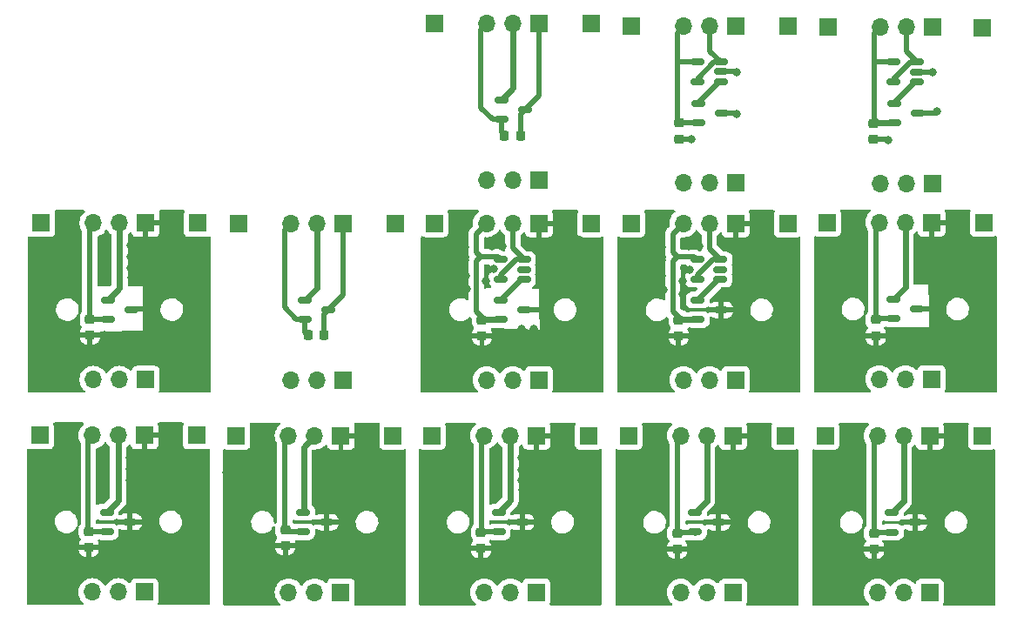
<source format=gbr>
%TF.GenerationSoftware,KiCad,Pcbnew,(7.0.0-0)*%
%TF.CreationDate,2023-03-27T22:21:21-05:00*%
%TF.ProjectId,he-sensor-breakout,68652d73-656e-4736-9f72-2d627265616b,rev?*%
%TF.SameCoordinates,Original*%
%TF.FileFunction,Copper,L2,Bot*%
%TF.FilePolarity,Positive*%
%FSLAX46Y46*%
G04 Gerber Fmt 4.6, Leading zero omitted, Abs format (unit mm)*
G04 Created by KiCad (PCBNEW (7.0.0-0)) date 2023-03-27 22:21:21*
%MOMM*%
%LPD*%
G01*
G04 APERTURE LIST*
G04 Aperture macros list*
%AMRoundRect*
0 Rectangle with rounded corners*
0 $1 Rounding radius*
0 $2 $3 $4 $5 $6 $7 $8 $9 X,Y pos of 4 corners*
0 Add a 4 corners polygon primitive as box body*
4,1,4,$2,$3,$4,$5,$6,$7,$8,$9,$2,$3,0*
0 Add four circle primitives for the rounded corners*
1,1,$1+$1,$2,$3*
1,1,$1+$1,$4,$5*
1,1,$1+$1,$6,$7*
1,1,$1+$1,$8,$9*
0 Add four rect primitives between the rounded corners*
20,1,$1+$1,$2,$3,$4,$5,0*
20,1,$1+$1,$4,$5,$6,$7,0*
20,1,$1+$1,$6,$7,$8,$9,0*
20,1,$1+$1,$8,$9,$2,$3,0*%
G04 Aperture macros list end*
%TA.AperFunction,ComponentPad*%
%ADD10R,1.700000X1.700000*%
%TD*%
%TA.AperFunction,ComponentPad*%
%ADD11O,1.700000X1.700000*%
%TD*%
%TA.AperFunction,SMDPad,CuDef*%
%ADD12RoundRect,0.150000X-0.512500X-0.150000X0.512500X-0.150000X0.512500X0.150000X-0.512500X0.150000X0*%
%TD*%
%TA.AperFunction,SMDPad,CuDef*%
%ADD13RoundRect,0.225000X0.250000X-0.225000X0.250000X0.225000X-0.250000X0.225000X-0.250000X-0.225000X0*%
%TD*%
%TA.AperFunction,SMDPad,CuDef*%
%ADD14RoundRect,0.150000X0.512500X0.150000X-0.512500X0.150000X-0.512500X-0.150000X0.512500X-0.150000X0*%
%TD*%
%TA.AperFunction,SMDPad,CuDef*%
%ADD15RoundRect,0.225000X0.225000X0.250000X-0.225000X0.250000X-0.225000X-0.250000X0.225000X-0.250000X0*%
%TD*%
%TA.AperFunction,ViaPad*%
%ADD16C,0.800000*%
%TD*%
%TA.AperFunction,Conductor*%
%ADD17C,0.500000*%
%TD*%
%TA.AperFunction,Conductor*%
%ADD18C,0.600000*%
%TD*%
G04 APERTURE END LIST*
D10*
%TO.P,STB3,1*%
%TO.N,N/C*%
X83564599Y-82937798D03*
D11*
%TO.P,STB3,2*%
X81024599Y-82937798D03*
%TO.P,STB3,3*%
X78484599Y-82937798D03*
%TD*%
D10*
%TO.P,STB1,1*%
%TO.N,N/C*%
X130769999Y-67724999D03*
%TD*%
%TO.P,STB1,1*%
%TO.N,N/C*%
X149904241Y-48583916D03*
%TD*%
%TO.P,STB2,1*%
%TO.N,N/C*%
X126654599Y-88376249D03*
%TD*%
%TO.P,STB2,1*%
%TO.N,N/C*%
X107819999Y-67714999D03*
%TD*%
%TO.P,J1,1,Pin_1*%
%TO.N,GND*%
X102549599Y-88381249D03*
D11*
%TO.P,J1,2,Pin_2*%
%TO.N,/Vout*%
X100009599Y-88381249D03*
%TO.P,J1,3,Pin_3*%
%TO.N,VCC*%
X97469599Y-88381249D03*
%TD*%
D12*
%TO.P,U1,1,VCC*%
%TO.N,VCC*%
X118126500Y-77079299D03*
%TO.P,U1,2,VOUT*%
%TO.N,Sout*%
X118126500Y-75179299D03*
%TO.P,U1,3,GND*%
%TO.N,GND*%
X120401500Y-76129299D03*
%TD*%
D13*
%TO.P,C1,1*%
%TO.N,GND*%
X78144600Y-78572799D03*
%TO.P,C1,2*%
%TO.N,VCC*%
X78144600Y-77022799D03*
%TD*%
D12*
%TO.P,U1,1,VCC*%
%TO.N,VCC*%
X79887100Y-77061549D03*
%TO.P,U1,2,VOUT*%
%TO.N,/Vout*%
X79887100Y-75161549D03*
%TO.P,U1,3,GND*%
%TO.N,GND*%
X82162100Y-76111549D03*
%TD*%
D10*
%TO.P,STB3,1*%
%TO.N,N/C*%
X159809999Y-103646249D03*
D11*
%TO.P,STB3,2*%
X157269999Y-103646249D03*
%TO.P,STB3,3*%
X154729999Y-103646249D03*
%TD*%
D12*
%TO.P,U1,1,VCC*%
%TO.N,VCC*%
X118170742Y-57615417D03*
%TO.P,U1,2,VOUT*%
%TO.N,/Vout*%
X118170742Y-55715417D03*
%TO.P,U1,3,GND*%
%TO.N,GND*%
X120445742Y-56665417D03*
%TD*%
%TO.P,U1,1,VCC*%
%TO.N,VCC*%
X156301500Y-77004299D03*
%TO.P,U1,2,VOUT*%
%TO.N,/Vout*%
X156301500Y-75104299D03*
%TO.P,U1,3,GND*%
%TO.N,GND*%
X158576500Y-76054299D03*
%TD*%
D10*
%TO.P,STB1,1*%
%TO.N,N/C*%
X130796141Y-48571166D03*
%TD*%
D13*
%TO.P,C1,1*%
%TO.N,GND*%
X116263600Y-78655549D03*
%TO.P,C1,2*%
%TO.N,VCC*%
X116263600Y-77105549D03*
%TD*%
D10*
%TO.P,STB3,1*%
%TO.N,N/C*%
X140956141Y-63811166D03*
D11*
%TO.P,STB3,2*%
X138416141Y-63811166D03*
%TO.P,STB3,3*%
X135876141Y-63811166D03*
%TD*%
D12*
%TO.P,U1,1,VCC*%
%TO.N,VCC*%
X137252500Y-77088750D03*
%TO.P,U1,2,VOUT*%
%TO.N,Sout*%
X137252500Y-75188750D03*
%TO.P,U1,3,GND*%
%TO.N,GND*%
X139527500Y-76138750D03*
%TD*%
D14*
%TO.P,U3,1*%
%TO.N,N/C*%
X139479242Y-52022667D03*
%TO.P,U3,2*%
X139479242Y-52972667D03*
%TO.P,U3,3*%
X139479242Y-53922667D03*
%TO.P,U3,4*%
X137204242Y-53922667D03*
%TO.P,U3,5*%
X137204242Y-52022667D03*
%TD*%
D10*
%TO.P,STB1,1*%
%TO.N,N/C*%
X92389599Y-88381249D03*
%TD*%
%TO.P,STB1,1*%
%TO.N,N/C*%
X149818999Y-67640548D03*
%TD*%
D12*
%TO.P,U1,1,VCC*%
%TO.N,VCC*%
X156132500Y-97770000D03*
%TO.P,U1,2,VOUT*%
%TO.N,/Vout*%
X156132500Y-95870000D03*
%TO.P,U1,3,GND*%
%TO.N,GND*%
X158407500Y-96820000D03*
%TD*%
D10*
%TO.P,STB3,1*%
%TO.N,N/C*%
X160064241Y-63823916D03*
D11*
%TO.P,STB3,2*%
X157524241Y-63823916D03*
%TO.P,STB3,3*%
X154984241Y-63823916D03*
%TD*%
D10*
%TO.P,J1,1,Pin_1*%
%TO.N,GND*%
X140929999Y-67724999D03*
D11*
%TO.P,J1,2,Pin_2*%
%TO.N,/Vout*%
X138389999Y-67724999D03*
%TO.P,J1,3,Pin_3*%
%TO.N,VCC*%
X135849999Y-67724999D03*
%TD*%
D10*
%TO.P,J1,1,Pin_1*%
%TO.N,GND*%
X159809999Y-88406249D03*
D11*
%TO.P,J1,2,Pin_2*%
%TO.N,/Vout*%
X157269999Y-88406249D03*
%TO.P,J1,3,Pin_3*%
%TO.N,VCC*%
X154729999Y-88406249D03*
%TD*%
D10*
%TO.P,STB3,1*%
%TO.N,N/C*%
X102549599Y-103621249D03*
D11*
%TO.P,STB3,2*%
X100009599Y-103621249D03*
%TO.P,STB3,3*%
X97469599Y-103621249D03*
%TD*%
D10*
%TO.P,STB1,1*%
%TO.N,N/C*%
X111688241Y-48251666D03*
%TD*%
%TO.P,STB2,1*%
%TO.N,N/C*%
X126928241Y-48251666D03*
%TD*%
D14*
%TO.P,U3,1*%
%TO.N,N/C*%
X120333600Y-71250549D03*
%TO.P,U3,2*%
X120333600Y-72200549D03*
%TO.P,U3,3*%
X120333600Y-73150549D03*
%TO.P,U3,4*%
X118058600Y-73150549D03*
%TO.P,U3,5*%
X118058600Y-71250549D03*
%TD*%
D10*
%TO.P,STB1,1*%
%TO.N,N/C*%
X111414599Y-88376249D03*
%TD*%
%TO.P,J1,1,Pin_1*%
%TO.N,GND*%
X102739999Y-67714999D03*
D11*
%TO.P,J1,2,Pin_2*%
%TO.N,/Vout*%
X100199999Y-67714999D03*
%TO.P,J1,3,Pin_3*%
%TO.N,VCC*%
X97659999Y-67714999D03*
%TD*%
D13*
%TO.P,C1,1*%
%TO.N,GND*%
X97144600Y-99066250D03*
%TO.P,C1,2*%
%TO.N,VCC*%
X97144600Y-97516250D03*
%TD*%
D10*
%TO.P,STB2,1*%
%TO.N,N/C*%
X146036141Y-48571166D03*
%TD*%
%TO.P,STB1,1*%
%TO.N,N/C*%
X92579999Y-67714999D03*
%TD*%
%TO.P,STB3,1*%
%TO.N,N/C*%
X140929999Y-82964999D03*
D11*
%TO.P,STB3,2*%
X138389999Y-82964999D03*
%TO.P,STB3,3*%
X135849999Y-82964999D03*
%TD*%
D10*
%TO.P,J1,1,Pin_1*%
%TO.N,GND*%
X121803999Y-67715548D03*
D11*
%TO.P,J1,2,Pin_2*%
%TO.N,/Vout*%
X119263999Y-67715548D03*
%TO.P,J1,3,Pin_3*%
%TO.N,VCC*%
X116723999Y-67715548D03*
%TD*%
D10*
%TO.P,STB3,1*%
%TO.N,N/C*%
X121848241Y-63491666D03*
D11*
%TO.P,STB3,2*%
X119308241Y-63491666D03*
%TO.P,STB3,3*%
X116768241Y-63491666D03*
%TD*%
D10*
%TO.P,STB1,1*%
%TO.N,N/C*%
X130509599Y-88396249D03*
%TD*%
D13*
%TO.P,C1,1*%
%TO.N,GND*%
X154564000Y-78650549D03*
%TO.P,C1,2*%
%TO.N,VCC*%
X154564000Y-77100549D03*
%TD*%
D12*
%TO.P,U1,1,VCC*%
%TO.N,VCC*%
X117897100Y-97740000D03*
%TO.P,U1,2,VOUT*%
%TO.N,/Vout*%
X117897100Y-95840000D03*
%TO.P,U1,3,GND*%
%TO.N,GND*%
X120172100Y-96790000D03*
%TD*%
D10*
%TO.P,STB3,1*%
%TO.N,N/C*%
X83454599Y-103601249D03*
D11*
%TO.P,STB3,2*%
X80914599Y-103601249D03*
%TO.P,STB3,3*%
X78374599Y-103601249D03*
%TD*%
D10*
%TO.P,STB1,1*%
%TO.N,N/C*%
X73294599Y-88361249D03*
%TD*%
%TO.P,J1,1,Pin_1*%
%TO.N,GND*%
X160064241Y-48583916D03*
D11*
%TO.P,J1,2,Pin_2*%
%TO.N,/Vout*%
X157524241Y-48583916D03*
%TO.P,J1,3,Pin_3*%
%TO.N,VCC*%
X154984241Y-48583916D03*
%TD*%
D13*
%TO.P,C1,1*%
%TO.N,GND*%
X154395000Y-99416250D03*
%TO.P,C1,2*%
%TO.N,VCC*%
X154395000Y-97866250D03*
%TD*%
D10*
%TO.P,J1,1,Pin_1*%
%TO.N,GND*%
X159978999Y-67640548D03*
D11*
%TO.P,J1,2,Pin_2*%
%TO.N,/Vout*%
X157438999Y-67640548D03*
%TO.P,J1,3,Pin_3*%
%TO.N,VCC*%
X154898999Y-67640548D03*
%TD*%
D10*
%TO.P,STB2,1*%
%TO.N,N/C*%
X88534599Y-88361249D03*
%TD*%
D13*
%TO.P,C1,1*%
%TO.N,GND*%
X116174600Y-99346250D03*
%TO.P,C1,2*%
%TO.N,VCC*%
X116174600Y-97796250D03*
%TD*%
D10*
%TO.P,STB2,1*%
%TO.N,N/C*%
X107629599Y-88381249D03*
%TD*%
D13*
%TO.P,C1,1*%
%TO.N,GND*%
X135254600Y-99406250D03*
%TO.P,C1,2*%
%TO.N,VCC*%
X135254600Y-97856250D03*
%TD*%
D10*
%TO.P,J1,1,Pin_1*%
%TO.N,GND*%
X83564599Y-67697798D03*
D11*
%TO.P,J1,2,Pin_2*%
%TO.N,/Vout*%
X81024599Y-67697798D03*
%TO.P,J1,3,Pin_3*%
%TO.N,VCC*%
X78484599Y-67697798D03*
%TD*%
D12*
%TO.P,U1,1,VCC*%
%TO.N,VCC*%
X156386742Y-57947667D03*
%TO.P,U1,2,VOUT*%
%TO.N,Sout*%
X156386742Y-56047667D03*
%TO.P,U1,3,GND*%
%TO.N,GND*%
X158661742Y-56997667D03*
%TD*%
D10*
%TO.P,STB3,1*%
%TO.N,N/C*%
X102739999Y-82954999D03*
D11*
%TO.P,STB3,2*%
X100199999Y-82954999D03*
%TO.P,STB3,3*%
X97659999Y-82954999D03*
%TD*%
D10*
%TO.P,STB2,1*%
%TO.N,N/C*%
X165058999Y-67640548D03*
%TD*%
%TO.P,STB1,1*%
%TO.N,N/C*%
X73404599Y-67697798D03*
%TD*%
%TO.P,STB2,1*%
%TO.N,N/C*%
X164889999Y-88406249D03*
%TD*%
%TO.P,J1,1,Pin_1*%
%TO.N,GND*%
X83454599Y-88361249D03*
D11*
%TO.P,J1,2,Pin_2*%
%TO.N,/Vout*%
X80914599Y-88361249D03*
%TO.P,J1,3,Pin_3*%
%TO.N,VCC*%
X78374599Y-88361249D03*
%TD*%
D13*
%TO.P,C1,1*%
%TO.N,GND*%
X135389600Y-78665000D03*
%TO.P,C1,2*%
%TO.N,VCC*%
X135389600Y-77115000D03*
%TD*%
D10*
%TO.P,STB1,1*%
%TO.N,N/C*%
X149649999Y-88406249D03*
%TD*%
D12*
%TO.P,U1,1,VCC*%
%TO.N,VCC*%
X99062500Y-77078750D03*
%TO.P,U1,2,VOUT*%
%TO.N,/Vout*%
X99062500Y-75178750D03*
%TO.P,U1,3,GND*%
%TO.N,GND*%
X101337500Y-76128750D03*
%TD*%
D14*
%TO.P,U3,1*%
%TO.N,/Vout*%
X158587342Y-52035417D03*
%TO.P,U3,2*%
%TO.N,GND*%
X158587342Y-52985417D03*
%TO.P,U3,3*%
%TO.N,Sout*%
X158587342Y-53935417D03*
%TO.P,U3,4*%
%TO.N,/Vout*%
X156312342Y-53935417D03*
%TO.P,U3,5*%
%TO.N,VCC*%
X156312342Y-52035417D03*
%TD*%
%TO.P,U3,1*%
%TO.N,N/C*%
X139459600Y-71260000D03*
%TO.P,U3,2*%
X139459600Y-72210000D03*
%TO.P,U3,3*%
X139459600Y-73160000D03*
%TO.P,U3,4*%
X137184600Y-73160000D03*
%TO.P,U3,5*%
X137184600Y-71260000D03*
%TD*%
D10*
%TO.P,STB3,1*%
%TO.N,N/C*%
X140669599Y-103636249D03*
D11*
%TO.P,STB3,2*%
X138129599Y-103636249D03*
%TO.P,STB3,3*%
X135589599Y-103636249D03*
%TD*%
D10*
%TO.P,STB2,1*%
%TO.N,N/C*%
X146009999Y-67724999D03*
%TD*%
D12*
%TO.P,U1,1,VCC*%
%TO.N,VCC*%
X98872100Y-97745000D03*
%TO.P,U1,2,VOUT*%
%TO.N,/Vout*%
X98872100Y-95845000D03*
%TO.P,U1,3,GND*%
%TO.N,GND*%
X101147100Y-96795000D03*
%TD*%
D10*
%TO.P,STB2,1*%
%TO.N,N/C*%
X145749599Y-88396249D03*
%TD*%
D15*
%TO.P,C1,1*%
%TO.N,GND*%
X100905000Y-78623750D03*
%TO.P,C1,2*%
%TO.N,VCC*%
X99355000Y-78623750D03*
%TD*%
D13*
%TO.P,C1,1*%
%TO.N,GND*%
X154339242Y-59548917D03*
%TO.P,C1,2*%
%TO.N,VCC*%
X154339242Y-57998917D03*
%TD*%
D12*
%TO.P,U1,1,VCC*%
%TO.N,VCC*%
X79777100Y-97725000D03*
%TO.P,U1,2,VOUT*%
%TO.N,/Vout*%
X79777100Y-95825000D03*
%TO.P,U1,3,GND*%
%TO.N,GND*%
X82052100Y-96775000D03*
%TD*%
%TO.P,U1,1,VCC*%
%TO.N,VCC*%
X137278642Y-57934917D03*
%TO.P,U1,2,VOUT*%
%TO.N,Sout*%
X137278642Y-56034917D03*
%TO.P,U1,3,GND*%
%TO.N,GND*%
X139553642Y-56984917D03*
%TD*%
D10*
%TO.P,STB2,1*%
%TO.N,N/C*%
X126883999Y-67715548D03*
%TD*%
%TO.P,STB2,1*%
%TO.N,N/C*%
X164874999Y-48674999D03*
%TD*%
D15*
%TO.P,C1,1*%
%TO.N,GND*%
X120013242Y-59160417D03*
%TO.P,C1,2*%
%TO.N,VCC*%
X118463242Y-59160417D03*
%TD*%
D12*
%TO.P,U1,1,VCC*%
%TO.N,VCC*%
X136992100Y-97760000D03*
%TO.P,U1,2,VOUT*%
%TO.N,/Vout*%
X136992100Y-95860000D03*
%TO.P,U1,3,GND*%
%TO.N,GND*%
X139267100Y-96810000D03*
%TD*%
D10*
%TO.P,J1,1,Pin_1*%
%TO.N,GND*%
X140669599Y-88396249D03*
D11*
%TO.P,J1,2,Pin_2*%
%TO.N,/Vout*%
X138129599Y-88396249D03*
%TO.P,J1,3,Pin_3*%
%TO.N,VCC*%
X135589599Y-88396249D03*
%TD*%
D10*
%TO.P,STB3,1*%
%TO.N,N/C*%
X159978999Y-82880548D03*
D11*
%TO.P,STB3,2*%
X157438999Y-82880548D03*
%TO.P,STB3,3*%
X154898999Y-82880548D03*
%TD*%
D10*
%TO.P,J1,1,Pin_1*%
%TO.N,GND*%
X121848241Y-48251666D03*
D11*
%TO.P,J1,2,Pin_2*%
%TO.N,/Vout*%
X119308241Y-48251666D03*
%TO.P,J1,3,Pin_3*%
%TO.N,VCC*%
X116768241Y-48251666D03*
%TD*%
D10*
%TO.P,J1,1,Pin_1*%
%TO.N,GND*%
X140956141Y-48571166D03*
D11*
%TO.P,J1,2,Pin_2*%
%TO.N,/Vout*%
X138416141Y-48571166D03*
%TO.P,J1,3,Pin_3*%
%TO.N,VCC*%
X135876141Y-48571166D03*
%TD*%
D10*
%TO.P,STB3,1*%
%TO.N,N/C*%
X121803999Y-82955548D03*
D11*
%TO.P,STB3,2*%
X119263999Y-82955548D03*
%TO.P,STB3,3*%
X116723999Y-82955548D03*
%TD*%
D10*
%TO.P,J1,1,Pin_1*%
%TO.N,GND*%
X121574599Y-88376249D03*
D11*
%TO.P,J1,2,Pin_2*%
%TO.N,/Vout*%
X119034599Y-88376249D03*
%TO.P,J1,3,Pin_3*%
%TO.N,VCC*%
X116494599Y-88376249D03*
%TD*%
D13*
%TO.P,C1,1*%
%TO.N,GND*%
X135415742Y-59511167D03*
%TO.P,C1,2*%
%TO.N,VCC*%
X135415742Y-57961167D03*
%TD*%
D10*
%TO.P,STB2,1*%
%TO.N,N/C*%
X88644599Y-67697798D03*
%TD*%
D13*
%TO.P,C1,1*%
%TO.N,GND*%
X78034600Y-99236250D03*
%TO.P,C1,2*%
%TO.N,VCC*%
X78034600Y-97686250D03*
%TD*%
D10*
%TO.P,STB3,1*%
%TO.N,N/C*%
X121574599Y-103616249D03*
D11*
%TO.P,STB3,2*%
X119034599Y-103616249D03*
%TO.P,STB3,3*%
X116494599Y-103616249D03*
%TD*%
D10*
%TO.P,STB1,1*%
%TO.N,N/C*%
X111643999Y-67715548D03*
%TD*%
D16*
%TO.N,GND*%
X135759600Y-80190000D03*
X114613600Y-70060549D03*
X125249600Y-82602549D03*
X114563600Y-68730549D03*
X121693600Y-79554549D03*
X82144600Y-70997799D03*
X114383600Y-78170549D03*
X139835000Y-74586549D03*
X133961600Y-81088000D03*
X141429600Y-76210000D03*
X122254600Y-98901250D03*
X79694600Y-72927799D03*
X121984600Y-91041250D03*
X116633600Y-80180549D03*
X121853600Y-69940549D03*
X79684600Y-70967799D03*
X113074600Y-99141250D03*
X117664600Y-92596250D03*
X111787600Y-76506549D03*
X114835600Y-81078549D03*
X135749600Y-74610000D03*
X133739600Y-71310000D03*
X114663600Y-72790549D03*
X145137600Y-74738000D03*
X82034600Y-92701250D03*
X123725600Y-71172549D03*
X136501600Y-72198000D03*
X139803600Y-80580000D03*
X131167600Y-74738000D03*
X122303600Y-76200549D03*
X141069600Y-71090000D03*
X82144600Y-69877799D03*
X142851600Y-71182000D03*
X144883600Y-76516000D03*
X112554600Y-102041250D03*
X133879600Y-74150000D03*
X122360000Y-74861549D03*
X123084600Y-92371250D03*
X136609600Y-78730000D03*
X120604600Y-95261250D03*
X114684600Y-94641250D03*
X117233600Y-69950549D03*
X111334600Y-98011250D03*
X120677600Y-80570549D03*
X125757600Y-76506549D03*
X121343600Y-77980549D03*
X117704600Y-93606250D03*
X120154600Y-92716250D03*
X114544600Y-100471250D03*
X136359600Y-69960000D03*
X126519600Y-79046549D03*
X79654600Y-71917799D03*
X123784600Y-93971250D03*
X82184600Y-72987799D03*
X141129600Y-72260000D03*
X123979600Y-80316549D03*
X122963600Y-78284549D03*
X126011600Y-74728549D03*
X137379600Y-69950000D03*
X120123600Y-78030549D03*
X142343600Y-73722000D03*
X123334600Y-90981250D03*
X79544600Y-92581250D03*
X131167600Y-70674000D03*
X114704600Y-99231250D03*
X124154600Y-100571250D03*
X120154600Y-91676250D03*
X83684600Y-96751250D03*
X142851600Y-69404000D03*
X114703600Y-79360549D03*
X122514600Y-100081250D03*
X136635742Y-59576167D03*
X79584600Y-93591250D03*
X117694600Y-91646250D03*
X140469600Y-77990000D03*
X112041600Y-81586549D03*
X124474600Y-92451250D03*
X118873600Y-79630549D03*
X133739600Y-70070000D03*
X82034600Y-90541250D03*
X122064600Y-95271250D03*
X117744600Y-90586250D03*
X142343600Y-72452000D03*
X124734600Y-90851250D03*
X160335000Y-76036549D03*
X114613600Y-71300549D03*
X133689600Y-68740000D03*
X98434600Y-99181250D03*
X126773600Y-81078549D03*
X133829600Y-79370000D03*
X117483600Y-78720549D03*
X83794600Y-76087799D03*
X125757600Y-72188549D03*
X132691600Y-82612000D03*
X121804600Y-96766250D03*
X121964600Y-94151250D03*
X131167600Y-81596000D03*
X160514242Y-56798917D03*
X82034600Y-91661250D03*
X133789600Y-72800000D03*
X121054600Y-101261250D03*
X121964600Y-92781250D03*
X140929600Y-73550000D03*
X127281600Y-71934549D03*
X82144600Y-72037799D03*
X139589600Y-69810000D03*
X112041600Y-72188549D03*
X122003600Y-72250549D03*
X124424600Y-101931250D03*
X82074600Y-93651250D03*
X143867600Y-73722000D03*
X123217600Y-73712549D03*
X124995600Y-78792549D03*
X112964600Y-93841250D03*
X112295600Y-79300549D03*
X137999600Y-79640000D03*
X145645600Y-79056000D03*
X155743842Y-59588917D03*
X120194600Y-93666250D03*
X124134600Y-99261250D03*
X121943600Y-71080549D03*
X120514600Y-99731250D03*
X114314600Y-92231250D03*
X141014742Y-53039167D03*
X120154600Y-90556250D03*
X145899600Y-81088000D03*
X142089600Y-78294000D03*
X130913600Y-76516000D03*
X122185000Y-73461549D03*
X102779600Y-96771250D03*
X125757600Y-69394549D03*
X144883600Y-72198000D03*
X120463600Y-69800549D03*
X79524600Y-78597799D03*
X117375600Y-72188549D03*
X140979600Y-69950000D03*
X114753600Y-74140549D03*
X79624600Y-90571250D03*
X123725600Y-69394549D03*
X144375600Y-82612000D03*
X111864600Y-95781250D03*
X112984600Y-100491250D03*
X131167600Y-72198000D03*
X124741600Y-73712549D03*
X125174600Y-94781250D03*
X160122842Y-53051917D03*
X125214600Y-99551250D03*
X118253600Y-69940549D03*
X126354600Y-93951250D03*
X141014742Y-57103167D03*
X114314600Y-90001250D03*
X113565600Y-82602549D03*
X115994600Y-100631250D03*
X131421600Y-79310000D03*
X126674600Y-101381250D03*
X112041600Y-74728549D03*
X144883600Y-69404000D03*
X139249600Y-78040000D03*
X79574600Y-91631250D03*
X144121600Y-78802000D03*
X126484600Y-96831250D03*
X116663600Y-73340549D03*
X111004600Y-93031250D03*
X133509600Y-78180000D03*
X119204600Y-100321250D03*
X143105600Y-80326000D03*
X135789600Y-73350000D03*
X112374600Y-91511250D03*
X120234600Y-98231250D03*
X126134600Y-91721250D03*
X123217600Y-72442549D03*
X140819600Y-79564000D03*
X146407600Y-71944000D03*
X112041600Y-70664549D03*
X117824600Y-99341250D03*
X117544600Y-100811250D03*
X79414600Y-99261250D03*
X79734600Y-69907799D03*
%TD*%
D17*
%TO.N,GND*%
X129750000Y-76125000D02*
X129775000Y-76100000D01*
X110525000Y-91625000D02*
X110575000Y-91675000D01*
X91250000Y-91950000D02*
X91350000Y-92050000D01*
D18*
%TO.N,/Vout*%
X157439000Y-73966799D02*
X157439000Y-67640549D01*
X117897100Y-95840000D02*
X117920850Y-95840000D01*
X98914600Y-95802500D02*
X98914600Y-89476250D01*
D17*
X137184600Y-73160000D02*
X137184600Y-72785000D01*
D18*
X156301500Y-75104299D02*
X156325250Y-75104299D01*
D17*
X119243600Y-70160549D02*
X119243600Y-67735949D01*
D18*
X117897100Y-95840000D02*
X119034600Y-94702500D01*
X138129600Y-94722500D02*
X138129600Y-88396250D01*
D17*
X137184600Y-72785000D02*
X138709600Y-71260000D01*
X138369600Y-70170000D02*
X138369600Y-67745400D01*
X138856242Y-52022667D02*
X139479242Y-52022667D01*
D18*
X118170742Y-55715417D02*
X119308242Y-54577917D01*
X156132500Y-95870000D02*
X156156250Y-95870000D01*
X79777100Y-95825000D02*
X80914600Y-94687500D01*
D17*
X137204242Y-53922667D02*
X137204242Y-53674667D01*
D18*
X98872100Y-95845000D02*
X98895850Y-95845000D01*
D17*
X139479242Y-52022667D02*
X138416142Y-50959567D01*
X157964342Y-52035417D02*
X158587342Y-52035417D01*
X156312342Y-53687417D02*
X157964342Y-52035417D01*
X138709600Y-71260000D02*
X139459600Y-71260000D01*
X139459600Y-71260000D02*
X138369600Y-70170000D01*
D18*
X80914600Y-94687500D02*
X80914600Y-88361250D01*
D17*
X158587342Y-52035417D02*
X157524242Y-50972317D01*
D18*
X157270000Y-94732500D02*
X157270000Y-88406250D01*
D17*
X120333600Y-71250549D02*
X119243600Y-70160549D01*
D18*
X119034600Y-94702500D02*
X119034600Y-88376250D01*
D17*
X156312342Y-53935417D02*
X156312342Y-53687417D01*
D18*
X79777100Y-95825000D02*
X79800850Y-95825000D01*
X81024600Y-74024049D02*
X81024600Y-67697799D01*
X156301500Y-75104299D02*
X157439000Y-73966799D01*
X100200000Y-74041250D02*
X100200000Y-67715000D01*
D17*
X119583600Y-71250549D02*
X120333600Y-71250549D01*
D18*
X119308242Y-54577917D02*
X119308242Y-48251667D01*
X79887100Y-75161549D02*
X81024600Y-74024049D01*
X98872100Y-95845000D02*
X98914600Y-95802500D01*
D17*
X137204242Y-53674667D02*
X138856242Y-52022667D01*
D18*
X118170742Y-55715417D02*
X118194492Y-55715417D01*
D17*
X157524242Y-50972317D02*
X157524242Y-48583917D01*
X138369600Y-67745400D02*
X138390000Y-67725000D01*
X118058600Y-73150549D02*
X118058600Y-72775549D01*
D18*
X136992100Y-95860000D02*
X137015850Y-95860000D01*
D17*
X138416142Y-50959567D02*
X138416142Y-48571167D01*
D18*
X156132500Y-95870000D02*
X157270000Y-94732500D01*
D17*
X118058600Y-72775549D02*
X119583600Y-71250549D01*
X119243600Y-67735949D02*
X119264000Y-67715549D01*
D18*
X79887100Y-75161549D02*
X79910850Y-75161549D01*
X98914600Y-89476250D02*
X100009600Y-88381250D01*
X136992100Y-95860000D02*
X138129600Y-94722500D01*
X99062500Y-75178750D02*
X100200000Y-74041250D01*
X99062500Y-75178750D02*
X99086250Y-75178750D01*
D17*
%TO.N,GND*%
X136544600Y-78665000D02*
X135389600Y-78665000D01*
X160310000Y-76036549D02*
X160335000Y-76036549D01*
X83794600Y-76087799D02*
X82185850Y-76087799D01*
X158576500Y-76054299D02*
X160292250Y-76054299D01*
X120401500Y-76129299D02*
X122232350Y-76129299D01*
X100905000Y-76561250D02*
X101337500Y-76128750D01*
X136570742Y-59511167D02*
X135415742Y-59511167D01*
X155678842Y-59523917D02*
X154523842Y-59523917D01*
X102740000Y-74726250D02*
X101337500Y-76128750D01*
X160056342Y-52985417D02*
X160122842Y-53051917D01*
X160292250Y-76054299D02*
X160310000Y-76036549D01*
X82185850Y-76087799D02*
X82162100Y-76111549D01*
X160315492Y-56997667D02*
X158661742Y-56997667D01*
X121848242Y-55262917D02*
X120445742Y-56665417D01*
X160514242Y-56798917D02*
X160315492Y-56997667D01*
X100905000Y-78623750D02*
X100905000Y-76561250D01*
X117418600Y-78655549D02*
X116263600Y-78655549D01*
X139479242Y-52972667D02*
X140948242Y-52972667D01*
X121848242Y-48251667D02*
X121848242Y-55262917D01*
X140896492Y-56984917D02*
X141014742Y-57103167D01*
X136609600Y-78730000D02*
X136544600Y-78665000D01*
X136635742Y-59576167D02*
X136570742Y-59511167D01*
X160335000Y-76011549D02*
X160335000Y-76011549D01*
X120013242Y-57097917D02*
X120445742Y-56665417D01*
X160335000Y-76036549D02*
X160335000Y-76011549D01*
X140948242Y-52972667D02*
X141014742Y-53039167D01*
X120013242Y-59160417D02*
X120013242Y-57097917D01*
X155743842Y-59588917D02*
X155678842Y-59523917D01*
X102740000Y-67715000D02*
X102740000Y-74726250D01*
X122232350Y-76129299D02*
X122303600Y-76200549D01*
X139553642Y-56984917D02*
X140896492Y-56984917D01*
X158587342Y-52985417D02*
X160056342Y-52985417D01*
X117483600Y-78720549D02*
X117418600Y-78655549D01*
%TO.N,VCC*%
X154435000Y-97744348D02*
X154435000Y-88701250D01*
X115743600Y-73202631D02*
X115743600Y-72498467D01*
X134819600Y-71420400D02*
X135240000Y-71000000D01*
X135294600Y-88691250D02*
X135589600Y-88396250D01*
D18*
X98856801Y-97760299D02*
X98872100Y-97745000D01*
D17*
X135240000Y-71000000D02*
X134819600Y-70579600D01*
X135266142Y-52023167D02*
X135266142Y-49181167D01*
X79761801Y-97740299D02*
X78373811Y-97740299D01*
X156286201Y-77019598D02*
X154644951Y-77019598D01*
X77994600Y-88741250D02*
X78374600Y-88361250D01*
X116215551Y-97755299D02*
X116194600Y-97776250D01*
X79871801Y-77076848D02*
X78483811Y-77076848D01*
X134819600Y-72457918D02*
X134819600Y-71420400D01*
X136924600Y-71000000D02*
X137184600Y-71260000D01*
D18*
X79761801Y-97740299D02*
X79777100Y-97725000D01*
D17*
X78483811Y-77076848D02*
X78104600Y-76697637D01*
X154604000Y-67935549D02*
X154899000Y-67640549D01*
D18*
X117881801Y-97755299D02*
X117897100Y-97740000D01*
D17*
X137263343Y-57950216D02*
X135622093Y-57950216D01*
X78104600Y-76697637D02*
X78104600Y-68077799D01*
X135335551Y-97775299D02*
X135294600Y-97734348D01*
X134819600Y-73262082D02*
X134869600Y-73212082D01*
X98210000Y-77078750D02*
X97050000Y-75918750D01*
X118111201Y-77094598D02*
X116469951Y-77094598D01*
X117881801Y-97755299D02*
X116215551Y-97755299D01*
D18*
X136976801Y-97775299D02*
X136992100Y-97760000D01*
D17*
X115693600Y-73252631D02*
X115743600Y-73202631D01*
X154475951Y-97785299D02*
X154435000Y-97744348D01*
D18*
X156117201Y-97785299D02*
X156132500Y-97770000D01*
D17*
X134819600Y-76327698D02*
X134819600Y-73262082D01*
X135389600Y-77115000D02*
X136647100Y-77115000D01*
D18*
X156371443Y-57962966D02*
X156386742Y-57947667D01*
X99047201Y-77094049D02*
X99062500Y-77078750D01*
D17*
X77994600Y-97361088D02*
X77994600Y-88741250D01*
X117318242Y-57615417D02*
X116158242Y-56455417D01*
X116194600Y-88676250D02*
X116494600Y-88376250D01*
D18*
X79871801Y-77076848D02*
X79887100Y-77061549D01*
D17*
X97468811Y-97760299D02*
X97094600Y-97386088D01*
X154523842Y-57973917D02*
X155781342Y-57973917D01*
X99062500Y-77078750D02*
X99062500Y-78331250D01*
X97094600Y-97386088D02*
X97094600Y-88756250D01*
X135415742Y-57961167D02*
X136673242Y-57961167D01*
X115693600Y-68745949D02*
X116724000Y-67715549D01*
X78373811Y-97740299D02*
X77994600Y-97361088D01*
X116158242Y-56455417D02*
X116158242Y-48861667D01*
X134869600Y-73212082D02*
X134869600Y-72507918D01*
X116114000Y-70990549D02*
X117798600Y-70990549D01*
X97050000Y-75918750D02*
X97050000Y-68325000D01*
D18*
X156286201Y-77019598D02*
X156301500Y-77004299D01*
D17*
X135622093Y-57950216D02*
X135266142Y-57594265D01*
X78104600Y-68077799D02*
X78484600Y-67697799D01*
X99062500Y-78331250D02*
X99355000Y-78623750D01*
X115693600Y-72448467D02*
X115693600Y-71410949D01*
X156312342Y-52035417D02*
X154374742Y-52035417D01*
X134819600Y-70579600D02*
X134819600Y-68755400D01*
X137237201Y-77104049D02*
X135595951Y-77104049D01*
X154730193Y-57962966D02*
X154374242Y-57607015D01*
D18*
X118155443Y-57630716D02*
X118170742Y-57615417D01*
D17*
X97094600Y-88756250D02*
X97469600Y-88381250D01*
X115693600Y-71410949D02*
X116114000Y-70990549D01*
X156371443Y-57962966D02*
X154730193Y-57962966D01*
X99062500Y-77078750D02*
X98210000Y-77078750D01*
X115693600Y-76318247D02*
X115693600Y-73252631D01*
X115693600Y-70570149D02*
X115693600Y-68745949D01*
X154435000Y-88701250D02*
X154730000Y-88406250D01*
D18*
X137263343Y-57950216D02*
X137278642Y-57934917D01*
D17*
X116114000Y-70990549D02*
X115693600Y-70570149D01*
X134819600Y-68755400D02*
X135850000Y-67725000D01*
X156117201Y-97785299D02*
X154475951Y-97785299D01*
D18*
X118111201Y-77094598D02*
X118126500Y-77079299D01*
D17*
X118170742Y-57615417D02*
X118170742Y-58867917D01*
X154374242Y-49193917D02*
X154984242Y-48583917D01*
X116469951Y-77094598D02*
X115693600Y-76318247D01*
X154644951Y-77019598D02*
X154604000Y-76978647D01*
X118170742Y-57615417D02*
X117318242Y-57615417D01*
X154604000Y-76978647D02*
X154604000Y-67935549D01*
D18*
X137237201Y-77104049D02*
X137252500Y-77088750D01*
D17*
X135266142Y-49181167D02*
X135876142Y-48571167D01*
X135595951Y-77104049D02*
X134819600Y-76327698D01*
X118170742Y-58867917D02*
X118463242Y-59160417D01*
X135266642Y-52022667D02*
X135266142Y-52023167D01*
X115743600Y-72498467D02*
X115693600Y-72448467D01*
X154374742Y-52035417D02*
X154374242Y-52035917D01*
X154374242Y-57607015D02*
X154374242Y-52035917D01*
X154374242Y-52035917D02*
X154374242Y-49193917D01*
X116158242Y-48861667D02*
X116768242Y-48251667D01*
X117798600Y-70990549D02*
X118058600Y-71250549D01*
X97050000Y-68325000D02*
X97660000Y-67715000D01*
X98856801Y-97760299D02*
X97468811Y-97760299D01*
X135266142Y-57594265D02*
X135266142Y-52023167D01*
X116194600Y-97776250D02*
X116194600Y-88676250D01*
X137204242Y-52022667D02*
X135266642Y-52022667D01*
X135294600Y-97734348D02*
X135294600Y-88691250D01*
X135240000Y-71000000D02*
X136924600Y-71000000D01*
X136976801Y-97775299D02*
X135335551Y-97775299D01*
X116263600Y-77105549D02*
X117521100Y-77105549D01*
X134869600Y-72507918D02*
X134819600Y-72457918D01*
D18*
%TO.N,Sout*%
X118126500Y-75179299D02*
X118150250Y-75179299D01*
D17*
X139300892Y-53922667D02*
X137272142Y-55951417D01*
X120333600Y-73150549D02*
X120155250Y-73150549D01*
D18*
X137252500Y-75188750D02*
X137184600Y-75120850D01*
D17*
X158408992Y-53935417D02*
X156380242Y-55964167D01*
D18*
X137278642Y-56034917D02*
X137302392Y-56034917D01*
D17*
X139459600Y-73160000D02*
X139281250Y-73160000D01*
X120155250Y-73150549D02*
X118126500Y-75179299D01*
D18*
X156386742Y-56047667D02*
X156410492Y-56047667D01*
X118126500Y-75179299D02*
X118058600Y-75111399D01*
X137252500Y-75188750D02*
X137276250Y-75188750D01*
D17*
X139281250Y-73160000D02*
X137252500Y-75188750D01*
%TD*%
%TA.AperFunction,Conductor*%
%TO.N,GND*%
G36*
X96595661Y-87126797D02*
G01*
X96640703Y-87169540D01*
X96659375Y-87228761D01*
X96646995Y-87289608D01*
X96606668Y-87336825D01*
X96602634Y-87339649D01*
X96602629Y-87339652D01*
X96598199Y-87342755D01*
X96594375Y-87346578D01*
X96594369Y-87346584D01*
X96434934Y-87506019D01*
X96434928Y-87506025D01*
X96431105Y-87509849D01*
X96428002Y-87514279D01*
X96427999Y-87514284D01*
X96298673Y-87698981D01*
X96298668Y-87698988D01*
X96295565Y-87703421D01*
X96293277Y-87708327D01*
X96293275Y-87708331D01*
X96197986Y-87912677D01*
X96197983Y-87912682D01*
X96195697Y-87917587D01*
X96194298Y-87922807D01*
X96194294Y-87922819D01*
X96135937Y-88140615D01*
X96135935Y-88140621D01*
X96134537Y-88145842D01*
X96113941Y-88381250D01*
X96134537Y-88616658D01*
X96135936Y-88621880D01*
X96135937Y-88621884D01*
X96194294Y-88839680D01*
X96194297Y-88839688D01*
X96195697Y-88844913D01*
X96197985Y-88849820D01*
X96197986Y-88849822D01*
X96293278Y-89054177D01*
X96293281Y-89054183D01*
X96295565Y-89059080D01*
X96298662Y-89063503D01*
X96298669Y-89063515D01*
X96321675Y-89096370D01*
X96338361Y-89130206D01*
X96344100Y-89167493D01*
X96344100Y-96768043D01*
X96337226Y-96808757D01*
X96321209Y-96837946D01*
X96321631Y-96838206D01*
X96278529Y-96908085D01*
X96261318Y-96935989D01*
X96212129Y-96981348D01*
X96146534Y-96994546D01*
X96083631Y-96971740D01*
X96041735Y-96919570D01*
X96033853Y-96859400D01*
X96032733Y-96859347D01*
X96033014Y-96853441D01*
X96033854Y-96847602D01*
X96023854Y-96637670D01*
X95974304Y-96433424D01*
X95886996Y-96242247D01*
X95765086Y-96071048D01*
X95702451Y-96011326D01*
X95617251Y-95930088D01*
X95617249Y-95930086D01*
X95612978Y-95926014D01*
X95513810Y-95862282D01*
X95441144Y-95815582D01*
X95441141Y-95815580D01*
X95436172Y-95812387D01*
X95430692Y-95810193D01*
X95430686Y-95810190D01*
X95246539Y-95736469D01*
X95246532Y-95736467D01*
X95241057Y-95734275D01*
X95235262Y-95733158D01*
X95235255Y-95733156D01*
X95040482Y-95695617D01*
X95040479Y-95695616D01*
X95034685Y-95694500D01*
X94877175Y-95694500D01*
X94874246Y-95694779D01*
X94874239Y-95694780D01*
X94726262Y-95708910D01*
X94726256Y-95708911D01*
X94720382Y-95709472D01*
X94714712Y-95711136D01*
X94714711Y-95711137D01*
X94524387Y-95767021D01*
X94524382Y-95767022D01*
X94518725Y-95768684D01*
X94513484Y-95771385D01*
X94513481Y-95771387D01*
X94337168Y-95862282D01*
X94337164Y-95862284D01*
X94331918Y-95864989D01*
X94327276Y-95868638D01*
X94327272Y-95868642D01*
X94171359Y-95991254D01*
X94171352Y-95991260D01*
X94166714Y-95994908D01*
X94162850Y-95999367D01*
X94162845Y-95999372D01*
X94040700Y-96140335D01*
X94029081Y-96153744D01*
X94026130Y-96158854D01*
X94026128Y-96158858D01*
X93926952Y-96330635D01*
X93926949Y-96330640D01*
X93923996Y-96335756D01*
X93922065Y-96341335D01*
X93922061Y-96341344D01*
X93857187Y-96528785D01*
X93857184Y-96528794D01*
X93855256Y-96534367D01*
X93854416Y-96540203D01*
X93854415Y-96540211D01*
X93826185Y-96736558D01*
X93826184Y-96736564D01*
X93825346Y-96742398D01*
X93825626Y-96748282D01*
X93825626Y-96748289D01*
X93830357Y-96847602D01*
X93835346Y-96952330D01*
X93836735Y-96958058D01*
X93836737Y-96958067D01*
X93873999Y-97111660D01*
X93884896Y-97156576D01*
X93972204Y-97347753D01*
X93975631Y-97352566D01*
X93975632Y-97352567D01*
X94075228Y-97492431D01*
X94094114Y-97518952D01*
X94246222Y-97663986D01*
X94423028Y-97777613D01*
X94428511Y-97779808D01*
X94428513Y-97779809D01*
X94612660Y-97853530D01*
X94618143Y-97855725D01*
X94824515Y-97895500D01*
X94979071Y-97895500D01*
X94982025Y-97895500D01*
X95138818Y-97880528D01*
X95340475Y-97821316D01*
X95527282Y-97725011D01*
X95692486Y-97595092D01*
X95830119Y-97436256D01*
X95935204Y-97254244D01*
X95936084Y-97254752D01*
X95975103Y-97208395D01*
X96038015Y-97186952D01*
X96102963Y-97201078D01*
X96151286Y-97246714D01*
X96169100Y-97310749D01*
X96169100Y-97786444D01*
X96169100Y-97786463D01*
X96169101Y-97789594D01*
X96169420Y-97792726D01*
X96169421Y-97792727D01*
X96178562Y-97882222D01*
X96178563Y-97882230D01*
X96179251Y-97888958D01*
X96181379Y-97895381D01*
X96181380Y-97895384D01*
X96203828Y-97963128D01*
X96232597Y-98049947D01*
X96236388Y-98056093D01*
X96236389Y-98056095D01*
X96293018Y-98147905D01*
X96321632Y-98194294D01*
X96326741Y-98199403D01*
X96326742Y-98199404D01*
X96331259Y-98203921D01*
X96363352Y-98259504D01*
X96363355Y-98323687D01*
X96331269Y-98379274D01*
X96327136Y-98383407D01*
X96318234Y-98394666D01*
X96236846Y-98526616D01*
X96230780Y-98539624D01*
X96181872Y-98687219D01*
X96179056Y-98700375D01*
X96169919Y-98789805D01*
X96169600Y-98796082D01*
X96169600Y-98799924D01*
X96173050Y-98812799D01*
X96185926Y-98816250D01*
X98103273Y-98816250D01*
X98116148Y-98812799D01*
X98119599Y-98799924D01*
X98119599Y-98796085D01*
X98119278Y-98789802D01*
X98110144Y-98700382D01*
X98107668Y-98688815D01*
X98109740Y-98628625D01*
X98139926Y-98576511D01*
X98191105Y-98544765D01*
X98251125Y-98540882D01*
X98257031Y-98542598D01*
X98293906Y-98545500D01*
X98685607Y-98545500D01*
X98713197Y-98548608D01*
X98766607Y-98560799D01*
X98940033Y-98560799D01*
X98946995Y-98560799D01*
X99000404Y-98548608D01*
X99027995Y-98545500D01*
X99447849Y-98545500D01*
X99450294Y-98545500D01*
X99487169Y-98542598D01*
X99644998Y-98496744D01*
X99786465Y-98413081D01*
X99902681Y-98296865D01*
X99986344Y-98155398D01*
X100032198Y-97997569D01*
X100035100Y-97960694D01*
X100035100Y-97561020D01*
X100053885Y-97495402D01*
X100104547Y-97449665D01*
X100171738Y-97437666D01*
X100235099Y-97463040D01*
X100239757Y-97466653D01*
X100367687Y-97542310D01*
X100381894Y-97548458D01*
X100526020Y-97590331D01*
X100538426Y-97592597D01*
X100566523Y-97594808D01*
X100571403Y-97595000D01*
X100880774Y-97595000D01*
X100893649Y-97591549D01*
X100897100Y-97578674D01*
X101397100Y-97578674D01*
X101400550Y-97591549D01*
X101413426Y-97595000D01*
X101722797Y-97595000D01*
X101727676Y-97594808D01*
X101755773Y-97592597D01*
X101768179Y-97590331D01*
X101912305Y-97548458D01*
X101926512Y-97542310D01*
X102054438Y-97466655D01*
X102066674Y-97457164D01*
X102171764Y-97352074D01*
X102181255Y-97339838D01*
X102256910Y-97211912D01*
X102263058Y-97197705D01*
X102304292Y-97055776D01*
X102302886Y-97048706D01*
X102289744Y-97045000D01*
X101413426Y-97045000D01*
X101400550Y-97048450D01*
X101397100Y-97061326D01*
X101397100Y-97578674D01*
X100897100Y-97578674D01*
X100897100Y-97061326D01*
X100893649Y-97048450D01*
X100880774Y-97045000D01*
X100004456Y-97045000D01*
X99989832Y-97049124D01*
X99970458Y-97070082D01*
X99968145Y-97074675D01*
X99912263Y-97110045D01*
X99846148Y-97111660D01*
X99799628Y-97085304D01*
X99798145Y-97087217D01*
X99791982Y-97082436D01*
X99786465Y-97076919D01*
X99779751Y-97072948D01*
X99779748Y-97072946D01*
X99651713Y-96997227D01*
X99651711Y-96997226D01*
X99644998Y-96993256D01*
X99637505Y-96991079D01*
X99493257Y-96949170D01*
X99493250Y-96949168D01*
X99487169Y-96947402D01*
X99480858Y-96946905D01*
X99480851Y-96946904D01*
X99452728Y-96944691D01*
X99452714Y-96944690D01*
X99450294Y-96944500D01*
X98293906Y-96944500D01*
X98291486Y-96944690D01*
X98291471Y-96944691D01*
X98263348Y-96946904D01*
X98263339Y-96946905D01*
X98257031Y-96947402D01*
X98250951Y-96949168D01*
X98250942Y-96949170D01*
X98159277Y-96975802D01*
X98106044Y-96979317D01*
X98056262Y-96960141D01*
X98019144Y-96921823D01*
X97971362Y-96844357D01*
X97967568Y-96838206D01*
X97881419Y-96752057D01*
X97874965Y-96742398D01*
X103985346Y-96742398D01*
X103985626Y-96748282D01*
X103985626Y-96748289D01*
X103990357Y-96847602D01*
X103995346Y-96952330D01*
X103996735Y-96958058D01*
X103996737Y-96958067D01*
X104033999Y-97111660D01*
X104044896Y-97156576D01*
X104132204Y-97347753D01*
X104135631Y-97352566D01*
X104135632Y-97352567D01*
X104235228Y-97492431D01*
X104254114Y-97518952D01*
X104406222Y-97663986D01*
X104583028Y-97777613D01*
X104588511Y-97779808D01*
X104588513Y-97779809D01*
X104772660Y-97853530D01*
X104778143Y-97855725D01*
X104984515Y-97895500D01*
X105139071Y-97895500D01*
X105142025Y-97895500D01*
X105298818Y-97880528D01*
X105500475Y-97821316D01*
X105687282Y-97725011D01*
X105852486Y-97595092D01*
X105990119Y-97436256D01*
X106095204Y-97254244D01*
X106163944Y-97055633D01*
X106193854Y-96847602D01*
X106183854Y-96637670D01*
X106134304Y-96433424D01*
X106046996Y-96242247D01*
X105925086Y-96071048D01*
X105862451Y-96011326D01*
X105777251Y-95930088D01*
X105777249Y-95930086D01*
X105772978Y-95926014D01*
X105673810Y-95862282D01*
X105601144Y-95815582D01*
X105601141Y-95815580D01*
X105596172Y-95812387D01*
X105590692Y-95810193D01*
X105590686Y-95810190D01*
X105406539Y-95736469D01*
X105406532Y-95736467D01*
X105401057Y-95734275D01*
X105395262Y-95733158D01*
X105395255Y-95733156D01*
X105200482Y-95695617D01*
X105200479Y-95695616D01*
X105194685Y-95694500D01*
X105037175Y-95694500D01*
X105034246Y-95694779D01*
X105034239Y-95694780D01*
X104886262Y-95708910D01*
X104886256Y-95708911D01*
X104880382Y-95709472D01*
X104874712Y-95711136D01*
X104874711Y-95711137D01*
X104684387Y-95767021D01*
X104684382Y-95767022D01*
X104678725Y-95768684D01*
X104673484Y-95771385D01*
X104673481Y-95771387D01*
X104497168Y-95862282D01*
X104497164Y-95862284D01*
X104491918Y-95864989D01*
X104487276Y-95868638D01*
X104487272Y-95868642D01*
X104331359Y-95991254D01*
X104331352Y-95991260D01*
X104326714Y-95994908D01*
X104322850Y-95999367D01*
X104322845Y-95999372D01*
X104200700Y-96140335D01*
X104189081Y-96153744D01*
X104186130Y-96158854D01*
X104186128Y-96158858D01*
X104086952Y-96330635D01*
X104086949Y-96330640D01*
X104083996Y-96335756D01*
X104082065Y-96341335D01*
X104082061Y-96341344D01*
X104017187Y-96528785D01*
X104017184Y-96528794D01*
X104015256Y-96534367D01*
X104014416Y-96540203D01*
X104014415Y-96540211D01*
X103986185Y-96736558D01*
X103986184Y-96736564D01*
X103985346Y-96742398D01*
X97874965Y-96742398D01*
X97854539Y-96711829D01*
X97845100Y-96664376D01*
X97845100Y-96663864D01*
X97861875Y-96601583D01*
X97907663Y-96556154D01*
X97970073Y-96539868D01*
X98032221Y-96557132D01*
X98099202Y-96596744D01*
X98257031Y-96642598D01*
X98293906Y-96645500D01*
X98781906Y-96645500D01*
X98827146Y-96645500D01*
X99447849Y-96645500D01*
X99450294Y-96645500D01*
X99487169Y-96642598D01*
X99644998Y-96596744D01*
X99786465Y-96513081D01*
X99791984Y-96507561D01*
X99798145Y-96502783D01*
X99799630Y-96504698D01*
X99846129Y-96478343D01*
X99912253Y-96479951D01*
X99968144Y-96515324D01*
X99970456Y-96519915D01*
X99989832Y-96540875D01*
X100004456Y-96545000D01*
X100880774Y-96545000D01*
X100893649Y-96541549D01*
X100897100Y-96528674D01*
X101397100Y-96528674D01*
X101400550Y-96541549D01*
X101413426Y-96545000D01*
X102289744Y-96545000D01*
X102302886Y-96541293D01*
X102304292Y-96534223D01*
X102263058Y-96392294D01*
X102256910Y-96378087D01*
X102181255Y-96250161D01*
X102171764Y-96237925D01*
X102066674Y-96132835D01*
X102054438Y-96123344D01*
X101926512Y-96047689D01*
X101912305Y-96041541D01*
X101768179Y-95999668D01*
X101755773Y-95997402D01*
X101727676Y-95995191D01*
X101722797Y-95995000D01*
X101413426Y-95995000D01*
X101400550Y-95998450D01*
X101397100Y-96011326D01*
X101397100Y-96528674D01*
X100897100Y-96528674D01*
X100897100Y-96011326D01*
X100893649Y-95998450D01*
X100880774Y-95995000D01*
X100571403Y-95995000D01*
X100566523Y-95995191D01*
X100538426Y-95997402D01*
X100526020Y-95999668D01*
X100381894Y-96041541D01*
X100367687Y-96047689D01*
X100239757Y-96123346D01*
X100235099Y-96126960D01*
X100171738Y-96152334D01*
X100104547Y-96140335D01*
X100053885Y-96094598D01*
X100035100Y-96028980D01*
X100035100Y-95631751D01*
X100035100Y-95629306D01*
X100032198Y-95592431D01*
X99986344Y-95434602D01*
X99902681Y-95293135D01*
X99786465Y-95176919D01*
X99775980Y-95170718D01*
X99731391Y-95125424D01*
X99715100Y-95063986D01*
X99715100Y-89859191D01*
X99724537Y-89811743D01*
X99751411Y-89771517D01*
X99753968Y-89768958D01*
X99763116Y-89759811D01*
X99808386Y-89730968D01*
X99861605Y-89723960D01*
X100009600Y-89736909D01*
X100245008Y-89716313D01*
X100473263Y-89655153D01*
X100687430Y-89555285D01*
X100881001Y-89419745D01*
X101003317Y-89297428D01*
X101056060Y-89266135D01*
X101117353Y-89263946D01*
X101172197Y-89291399D01*
X101207177Y-89341778D01*
X101253148Y-89465029D01*
X101261562Y-89480439D01*
X101337098Y-89581342D01*
X101349507Y-89593751D01*
X101450410Y-89669287D01*
X101465822Y-89677702D01*
X101584958Y-89722138D01*
X101599932Y-89725676D01*
X101648485Y-89730896D01*
X101655082Y-89731250D01*
X102283274Y-89731250D01*
X102296149Y-89727799D01*
X102299600Y-89714924D01*
X102799600Y-89714924D01*
X102803050Y-89727799D01*
X102815926Y-89731250D01*
X103444118Y-89731250D01*
X103450714Y-89730896D01*
X103499267Y-89725676D01*
X103514241Y-89722138D01*
X103633377Y-89677702D01*
X103648789Y-89669287D01*
X103749692Y-89593751D01*
X103762101Y-89581342D01*
X103837637Y-89480439D01*
X103846052Y-89465027D01*
X103890488Y-89345891D01*
X103894026Y-89330917D01*
X103899246Y-89282364D01*
X103899600Y-89275768D01*
X103899600Y-88647576D01*
X103896149Y-88634700D01*
X103883274Y-88631250D01*
X102815926Y-88631250D01*
X102803050Y-88634700D01*
X102799600Y-88647576D01*
X102799600Y-89714924D01*
X102299600Y-89714924D01*
X102299600Y-88255250D01*
X102316213Y-88193250D01*
X102361600Y-88147863D01*
X102423600Y-88131250D01*
X103883274Y-88131250D01*
X103896149Y-88127799D01*
X103899600Y-88114924D01*
X103899600Y-87486732D01*
X103899246Y-87480135D01*
X103894026Y-87431582D01*
X103890488Y-87416608D01*
X103846052Y-87297469D01*
X103844527Y-87294677D01*
X103843593Y-87290877D01*
X103842953Y-87289161D01*
X103843153Y-87289086D01*
X103829379Y-87233037D01*
X103846717Y-87171976D01*
X103891999Y-87127496D01*
X103953359Y-87111250D01*
X106225266Y-87111250D01*
X106286626Y-87127496D01*
X106331908Y-87171977D01*
X106349246Y-87233038D01*
X106335537Y-87288819D01*
X106335804Y-87288919D01*
X106334951Y-87291204D01*
X106334949Y-87291209D01*
X106332705Y-87297226D01*
X106332703Y-87297231D01*
X106288220Y-87416497D01*
X106288219Y-87416500D01*
X106285509Y-87423767D01*
X106284679Y-87431477D01*
X106284679Y-87431482D01*
X106279455Y-87480069D01*
X106279454Y-87480081D01*
X106279100Y-87483377D01*
X106279100Y-87486698D01*
X106279100Y-87486699D01*
X106279100Y-89275810D01*
X106279100Y-89275828D01*
X106279101Y-89279122D01*
X106279453Y-89282400D01*
X106279454Y-89282411D01*
X106284679Y-89331018D01*
X106284680Y-89331023D01*
X106285509Y-89338733D01*
X106288219Y-89345999D01*
X106288220Y-89346003D01*
X106314297Y-89415919D01*
X106335804Y-89473581D01*
X106341118Y-89480680D01*
X106341119Y-89480681D01*
X106396967Y-89555285D01*
X106422054Y-89588796D01*
X106537269Y-89675046D01*
X106672117Y-89725341D01*
X106731727Y-89731750D01*
X108527472Y-89731749D01*
X108587083Y-89725341D01*
X108721931Y-89675046D01*
X108722030Y-89675312D01*
X108777812Y-89661604D01*
X108838873Y-89678942D01*
X108883354Y-89724224D01*
X108899600Y-89785584D01*
X108899600Y-104767250D01*
X108882987Y-104829250D01*
X108837600Y-104874637D01*
X108775600Y-104891250D01*
X103953934Y-104891250D01*
X103892574Y-104875004D01*
X103847292Y-104830523D01*
X103829954Y-104769462D01*
X103843662Y-104713680D01*
X103843396Y-104713581D01*
X103843653Y-104712892D01*
X103893691Y-104578733D01*
X103900100Y-104519123D01*
X103900099Y-102723378D01*
X103893691Y-102663767D01*
X103843396Y-102528919D01*
X103757146Y-102413704D01*
X103666630Y-102345944D01*
X103649031Y-102332769D01*
X103649030Y-102332768D01*
X103641931Y-102327454D01*
X103535042Y-102287587D01*
X103514352Y-102279870D01*
X103514350Y-102279869D01*
X103507083Y-102277159D01*
X103499370Y-102276329D01*
X103499367Y-102276329D01*
X103450780Y-102271105D01*
X103450769Y-102271104D01*
X103447473Y-102270750D01*
X103444150Y-102270750D01*
X101655039Y-102270750D01*
X101655020Y-102270750D01*
X101651728Y-102270751D01*
X101648450Y-102271103D01*
X101648438Y-102271104D01*
X101599831Y-102276329D01*
X101599825Y-102276330D01*
X101592117Y-102277159D01*
X101584852Y-102279868D01*
X101584846Y-102279870D01*
X101465580Y-102324354D01*
X101465578Y-102324354D01*
X101457269Y-102327454D01*
X101450172Y-102332766D01*
X101450168Y-102332769D01*
X101349150Y-102408391D01*
X101349146Y-102408394D01*
X101342054Y-102413704D01*
X101336744Y-102420796D01*
X101336741Y-102420800D01*
X101261119Y-102521818D01*
X101261116Y-102521822D01*
X101255804Y-102528919D01*
X101252704Y-102537228D01*
X101252705Y-102537228D01*
X101206789Y-102660333D01*
X101171810Y-102710712D01*
X101116965Y-102738165D01*
X101055672Y-102735976D01*
X101002926Y-102704680D01*
X100884832Y-102586586D01*
X100884830Y-102586584D01*
X100881001Y-102582755D01*
X100876570Y-102579652D01*
X100876566Y-102579649D01*
X100691859Y-102450316D01*
X100691857Y-102450314D01*
X100687430Y-102447215D01*
X100682533Y-102444931D01*
X100682527Y-102444928D01*
X100478172Y-102349636D01*
X100478170Y-102349635D01*
X100473263Y-102347347D01*
X100468038Y-102345947D01*
X100468030Y-102345944D01*
X100250234Y-102287587D01*
X100250230Y-102287586D01*
X100245008Y-102286187D01*
X100239620Y-102285715D01*
X100239617Y-102285715D01*
X100014995Y-102266063D01*
X100009600Y-102265591D01*
X100004205Y-102266063D01*
X99779582Y-102285715D01*
X99779577Y-102285715D01*
X99774192Y-102286187D01*
X99768971Y-102287585D01*
X99768965Y-102287587D01*
X99551169Y-102345944D01*
X99551157Y-102345948D01*
X99545937Y-102347347D01*
X99541032Y-102349633D01*
X99541027Y-102349636D01*
X99336681Y-102444925D01*
X99336677Y-102444927D01*
X99331771Y-102447215D01*
X99327338Y-102450318D01*
X99327331Y-102450323D01*
X99142634Y-102579649D01*
X99142629Y-102579652D01*
X99138199Y-102582755D01*
X99134375Y-102586578D01*
X99134369Y-102586584D01*
X98974934Y-102746019D01*
X98974928Y-102746025D01*
X98971105Y-102749849D01*
X98968002Y-102754279D01*
X98967999Y-102754284D01*
X98841175Y-102935409D01*
X98796857Y-102974275D01*
X98739600Y-102988286D01*
X98682343Y-102974275D01*
X98638025Y-102935409D01*
X98511200Y-102754284D01*
X98508095Y-102749849D01*
X98341001Y-102582755D01*
X98336570Y-102579652D01*
X98336566Y-102579649D01*
X98151859Y-102450316D01*
X98151857Y-102450314D01*
X98147430Y-102447215D01*
X98142533Y-102444931D01*
X98142527Y-102444928D01*
X97938172Y-102349636D01*
X97938170Y-102349635D01*
X97933263Y-102347347D01*
X97928038Y-102345947D01*
X97928030Y-102345944D01*
X97710234Y-102287587D01*
X97710230Y-102287586D01*
X97705008Y-102286187D01*
X97699620Y-102285715D01*
X97699617Y-102285715D01*
X97474995Y-102266063D01*
X97469600Y-102265591D01*
X97464205Y-102266063D01*
X97239582Y-102285715D01*
X97239577Y-102285715D01*
X97234192Y-102286187D01*
X97228971Y-102287585D01*
X97228965Y-102287587D01*
X97011169Y-102345944D01*
X97011157Y-102345948D01*
X97005937Y-102347347D01*
X97001032Y-102349633D01*
X97001027Y-102349636D01*
X96796681Y-102444925D01*
X96796677Y-102444927D01*
X96791771Y-102447215D01*
X96787338Y-102450318D01*
X96787331Y-102450323D01*
X96602634Y-102579649D01*
X96602629Y-102579652D01*
X96598199Y-102582755D01*
X96594375Y-102586578D01*
X96594369Y-102586584D01*
X96434934Y-102746019D01*
X96434928Y-102746025D01*
X96431105Y-102749849D01*
X96428002Y-102754279D01*
X96427999Y-102754284D01*
X96298673Y-102938981D01*
X96298668Y-102938988D01*
X96295565Y-102943421D01*
X96293277Y-102948327D01*
X96293275Y-102948331D01*
X96197986Y-103152677D01*
X96197983Y-103152682D01*
X96195697Y-103157587D01*
X96194298Y-103162807D01*
X96194294Y-103162819D01*
X96135937Y-103380615D01*
X96135935Y-103380621D01*
X96134537Y-103385842D01*
X96113941Y-103621250D01*
X96134537Y-103856658D01*
X96135936Y-103861880D01*
X96135937Y-103861884D01*
X96194294Y-104079680D01*
X96194297Y-104079688D01*
X96195697Y-104084913D01*
X96197985Y-104089820D01*
X96197986Y-104089822D01*
X96293278Y-104294177D01*
X96293281Y-104294183D01*
X96295565Y-104299080D01*
X96298664Y-104303507D01*
X96298666Y-104303509D01*
X96427999Y-104488216D01*
X96428002Y-104488220D01*
X96431105Y-104492651D01*
X96598199Y-104659745D01*
X96602632Y-104662849D01*
X96602638Y-104662854D01*
X96606667Y-104665675D01*
X96646994Y-104712892D01*
X96659374Y-104773739D01*
X96640702Y-104832960D01*
X96595660Y-104875703D01*
X96535544Y-104891250D01*
X91243600Y-104891250D01*
X91181600Y-104874637D01*
X91136213Y-104829250D01*
X91119600Y-104767250D01*
X91119600Y-99336415D01*
X96169601Y-99336415D01*
X96169921Y-99342697D01*
X96179055Y-99432117D01*
X96181874Y-99445286D01*
X96230780Y-99592875D01*
X96236846Y-99605883D01*
X96318232Y-99737830D01*
X96327137Y-99749092D01*
X96436757Y-99858712D01*
X96448019Y-99867617D01*
X96579966Y-99949003D01*
X96592974Y-99955069D01*
X96740569Y-100003977D01*
X96753725Y-100006793D01*
X96843155Y-100015930D01*
X96849432Y-100016250D01*
X96878274Y-100016250D01*
X96891149Y-100012799D01*
X96894600Y-99999924D01*
X96894600Y-99999923D01*
X97394600Y-99999923D01*
X97398050Y-100012798D01*
X97410926Y-100016249D01*
X97439765Y-100016249D01*
X97446047Y-100015928D01*
X97535467Y-100006794D01*
X97548636Y-100003975D01*
X97696225Y-99955069D01*
X97709233Y-99949003D01*
X97841180Y-99867617D01*
X97852442Y-99858712D01*
X97962062Y-99749092D01*
X97970967Y-99737830D01*
X98052353Y-99605883D01*
X98058419Y-99592875D01*
X98107327Y-99445280D01*
X98110143Y-99432124D01*
X98119280Y-99342694D01*
X98119600Y-99336418D01*
X98119600Y-99332576D01*
X98116149Y-99319700D01*
X98103274Y-99316250D01*
X97410926Y-99316250D01*
X97398050Y-99319700D01*
X97394600Y-99332576D01*
X97394600Y-99999923D01*
X96894600Y-99999923D01*
X96894600Y-99332576D01*
X96891149Y-99319700D01*
X96878274Y-99316250D01*
X96185927Y-99316250D01*
X96173051Y-99319700D01*
X96169601Y-99332576D01*
X96169601Y-99336415D01*
X91119600Y-99336415D01*
X91119600Y-89785584D01*
X91135846Y-89724224D01*
X91180327Y-89678942D01*
X91241388Y-89661604D01*
X91297169Y-89675312D01*
X91297269Y-89675046D01*
X91432117Y-89725341D01*
X91491727Y-89731750D01*
X93287472Y-89731749D01*
X93347083Y-89725341D01*
X93481931Y-89675046D01*
X93597146Y-89588796D01*
X93683396Y-89473581D01*
X93733691Y-89338733D01*
X93740100Y-89279123D01*
X93740099Y-87483378D01*
X93733691Y-87423767D01*
X93683396Y-87288919D01*
X93683662Y-87288819D01*
X93669954Y-87233038D01*
X93687292Y-87171977D01*
X93732574Y-87127496D01*
X93793934Y-87111250D01*
X96535545Y-87111250D01*
X96595661Y-87126797D01*
G37*
%TD.AperFunction*%
%TD*%
%TA.AperFunction,Conductor*%
%TO.N,GND*%
G36*
X77500661Y-87106797D02*
G01*
X77545703Y-87149540D01*
X77564375Y-87208761D01*
X77551995Y-87269608D01*
X77511668Y-87316825D01*
X77507634Y-87319649D01*
X77507629Y-87319652D01*
X77503199Y-87322755D01*
X77499375Y-87326578D01*
X77499369Y-87326584D01*
X77339934Y-87486019D01*
X77339928Y-87486025D01*
X77336105Y-87489849D01*
X77333002Y-87494279D01*
X77332999Y-87494284D01*
X77203673Y-87678981D01*
X77203668Y-87678988D01*
X77200565Y-87683421D01*
X77198277Y-87688327D01*
X77198275Y-87688331D01*
X77102986Y-87892677D01*
X77102983Y-87892682D01*
X77100697Y-87897587D01*
X77099298Y-87902807D01*
X77099294Y-87902819D01*
X77040937Y-88120615D01*
X77040935Y-88120621D01*
X77039537Y-88125842D01*
X77018941Y-88361250D01*
X77039537Y-88596658D01*
X77040936Y-88601880D01*
X77040937Y-88601884D01*
X77099294Y-88819680D01*
X77099297Y-88819688D01*
X77100697Y-88824913D01*
X77102985Y-88829820D01*
X77102986Y-88829822D01*
X77198278Y-89034177D01*
X77198281Y-89034183D01*
X77200565Y-89039080D01*
X77203664Y-89043507D01*
X77203666Y-89043509D01*
X77221675Y-89069228D01*
X77238361Y-89103064D01*
X77244100Y-89140352D01*
X77244100Y-96925395D01*
X77237227Y-96966105D01*
X77217369Y-97002303D01*
X77216741Y-97003096D01*
X77211632Y-97008206D01*
X77207840Y-97014353D01*
X77207839Y-97014355D01*
X77133033Y-97135633D01*
X77081733Y-97182044D01*
X77013552Y-97193749D01*
X76949711Y-97167104D01*
X76910079Y-97110404D01*
X76906992Y-97041294D01*
X76907009Y-97041223D01*
X76908944Y-97035633D01*
X76938854Y-96827602D01*
X76928854Y-96617670D01*
X76879304Y-96413424D01*
X76791996Y-96222247D01*
X76670086Y-96051048D01*
X76607451Y-95991326D01*
X76522251Y-95910088D01*
X76522249Y-95910086D01*
X76517978Y-95906014D01*
X76349886Y-95797987D01*
X76346144Y-95795582D01*
X76346141Y-95795580D01*
X76341172Y-95792387D01*
X76335692Y-95790193D01*
X76335686Y-95790190D01*
X76151539Y-95716469D01*
X76151532Y-95716467D01*
X76146057Y-95714275D01*
X76140262Y-95713158D01*
X76140255Y-95713156D01*
X75945482Y-95675617D01*
X75945479Y-95675616D01*
X75939685Y-95674500D01*
X75782175Y-95674500D01*
X75779246Y-95674779D01*
X75779239Y-95674780D01*
X75631262Y-95688910D01*
X75631256Y-95688911D01*
X75625382Y-95689472D01*
X75619712Y-95691136D01*
X75619711Y-95691137D01*
X75429387Y-95747021D01*
X75429382Y-95747022D01*
X75423725Y-95748684D01*
X75418484Y-95751385D01*
X75418481Y-95751387D01*
X75242168Y-95842282D01*
X75242164Y-95842284D01*
X75236918Y-95844989D01*
X75232276Y-95848638D01*
X75232272Y-95848642D01*
X75076359Y-95971254D01*
X75076352Y-95971260D01*
X75071714Y-95974908D01*
X75067850Y-95979367D01*
X75067845Y-95979372D01*
X74945700Y-96120335D01*
X74934081Y-96133744D01*
X74931130Y-96138854D01*
X74931128Y-96138858D01*
X74831952Y-96310635D01*
X74831949Y-96310640D01*
X74828996Y-96315756D01*
X74827065Y-96321335D01*
X74827061Y-96321344D01*
X74762187Y-96508785D01*
X74762184Y-96508794D01*
X74760256Y-96514367D01*
X74759416Y-96520203D01*
X74759415Y-96520211D01*
X74731185Y-96716558D01*
X74731184Y-96716564D01*
X74730346Y-96722398D01*
X74730626Y-96728282D01*
X74730626Y-96728289D01*
X74735357Y-96827602D01*
X74740346Y-96932330D01*
X74741735Y-96938058D01*
X74741737Y-96938067D01*
X74788504Y-97130839D01*
X74789896Y-97136576D01*
X74877204Y-97327753D01*
X74880631Y-97332566D01*
X74880632Y-97332567D01*
X74980228Y-97472431D01*
X74999114Y-97498952D01*
X75151222Y-97643986D01*
X75328028Y-97757613D01*
X75333511Y-97759808D01*
X75333513Y-97759809D01*
X75517660Y-97833530D01*
X75523143Y-97835725D01*
X75729515Y-97875500D01*
X75884071Y-97875500D01*
X75887025Y-97875500D01*
X76043818Y-97860528D01*
X76245475Y-97801316D01*
X76432282Y-97705011D01*
X76597486Y-97575092D01*
X76735119Y-97416256D01*
X76839104Y-97236148D01*
X76889071Y-97188245D01*
X76956933Y-97174591D01*
X77021541Y-97199441D01*
X77062760Y-97255054D01*
X77066966Y-97313308D01*
X77069251Y-97313542D01*
X77059419Y-97409773D01*
X77059418Y-97409791D01*
X77059100Y-97412905D01*
X77059100Y-97416052D01*
X77059100Y-97416053D01*
X77059100Y-97956444D01*
X77059100Y-97956463D01*
X77059101Y-97959594D01*
X77059420Y-97962726D01*
X77059421Y-97962727D01*
X77068562Y-98052222D01*
X77068563Y-98052230D01*
X77069251Y-98058958D01*
X77071379Y-98065381D01*
X77071380Y-98065384D01*
X77120325Y-98213091D01*
X77122597Y-98219947D01*
X77126388Y-98226093D01*
X77126389Y-98226095D01*
X77157704Y-98276865D01*
X77211632Y-98364294D01*
X77216742Y-98369404D01*
X77221259Y-98373921D01*
X77253352Y-98429504D01*
X77253355Y-98493687D01*
X77221269Y-98549274D01*
X77217136Y-98553407D01*
X77208234Y-98564666D01*
X77126846Y-98696616D01*
X77120780Y-98709624D01*
X77071872Y-98857219D01*
X77069056Y-98870375D01*
X77059919Y-98959805D01*
X77059600Y-98966082D01*
X77059600Y-98969924D01*
X77063050Y-98982799D01*
X77075926Y-98986250D01*
X78993273Y-98986250D01*
X79006148Y-98982799D01*
X79009599Y-98969924D01*
X79009599Y-98966085D01*
X79009278Y-98959802D01*
X79000144Y-98870382D01*
X78997325Y-98857213D01*
X78948419Y-98709624D01*
X78942356Y-98696622D01*
X78932617Y-98680832D01*
X78914472Y-98624586D01*
X78924424Y-98566329D01*
X78960211Y-98519296D01*
X79013704Y-98494170D01*
X79072748Y-98496658D01*
X79162031Y-98522598D01*
X79198906Y-98525500D01*
X79590607Y-98525500D01*
X79618197Y-98528608D01*
X79671607Y-98540799D01*
X79845033Y-98540799D01*
X79851995Y-98540799D01*
X79905404Y-98528608D01*
X79932995Y-98525500D01*
X80352849Y-98525500D01*
X80355294Y-98525500D01*
X80392169Y-98522598D01*
X80549998Y-98476744D01*
X80691465Y-98393081D01*
X80807681Y-98276865D01*
X80891344Y-98135398D01*
X80937198Y-97977569D01*
X80940100Y-97940694D01*
X80940100Y-97541020D01*
X80958885Y-97475402D01*
X81009547Y-97429665D01*
X81076738Y-97417666D01*
X81140099Y-97443040D01*
X81144757Y-97446653D01*
X81272687Y-97522310D01*
X81286894Y-97528458D01*
X81431020Y-97570331D01*
X81443426Y-97572597D01*
X81471523Y-97574808D01*
X81476403Y-97575000D01*
X81785774Y-97575000D01*
X81798649Y-97571549D01*
X81802100Y-97558674D01*
X82302100Y-97558674D01*
X82305550Y-97571549D01*
X82318426Y-97575000D01*
X82627797Y-97575000D01*
X82632676Y-97574808D01*
X82660773Y-97572597D01*
X82673179Y-97570331D01*
X82817305Y-97528458D01*
X82831512Y-97522310D01*
X82959438Y-97446655D01*
X82971674Y-97437164D01*
X83076764Y-97332074D01*
X83086255Y-97319838D01*
X83161910Y-97191912D01*
X83168058Y-97177705D01*
X83209292Y-97035776D01*
X83207886Y-97028706D01*
X83194744Y-97025000D01*
X82318426Y-97025000D01*
X82305550Y-97028450D01*
X82302100Y-97041326D01*
X82302100Y-97558674D01*
X81802100Y-97558674D01*
X81802100Y-97041326D01*
X81798649Y-97028450D01*
X81785774Y-97025000D01*
X80909456Y-97025000D01*
X80894832Y-97029124D01*
X80875458Y-97050082D01*
X80873145Y-97054675D01*
X80817263Y-97090045D01*
X80751148Y-97091660D01*
X80704628Y-97065304D01*
X80703145Y-97067217D01*
X80696982Y-97062436D01*
X80691465Y-97056919D01*
X80684751Y-97052948D01*
X80684748Y-97052946D01*
X80556713Y-96977227D01*
X80556711Y-96977226D01*
X80549998Y-96973256D01*
X80542505Y-96971079D01*
X80398257Y-96929170D01*
X80398250Y-96929168D01*
X80392169Y-96927402D01*
X80385858Y-96926905D01*
X80385851Y-96926904D01*
X80357728Y-96924691D01*
X80357714Y-96924690D01*
X80355294Y-96924500D01*
X79198906Y-96924500D01*
X79196486Y-96924690D01*
X79196471Y-96924691D01*
X79168348Y-96926904D01*
X79168339Y-96926905D01*
X79162031Y-96927402D01*
X79155951Y-96929168D01*
X79155942Y-96929170D01*
X79011694Y-96971079D01*
X79011691Y-96971080D01*
X79004202Y-96973256D01*
X78997488Y-96977226D01*
X78992001Y-96979601D01*
X78942756Y-96989799D01*
X78890523Y-96989799D01*
X78843070Y-96980360D01*
X78802842Y-96953480D01*
X78781419Y-96932057D01*
X78754539Y-96891829D01*
X78745100Y-96844376D01*
X78745100Y-96722398D01*
X84890346Y-96722398D01*
X84890626Y-96728282D01*
X84890626Y-96728289D01*
X84895357Y-96827602D01*
X84900346Y-96932330D01*
X84901735Y-96938058D01*
X84901737Y-96938067D01*
X84948504Y-97130839D01*
X84949896Y-97136576D01*
X85037204Y-97327753D01*
X85040631Y-97332566D01*
X85040632Y-97332567D01*
X85140228Y-97472431D01*
X85159114Y-97498952D01*
X85311222Y-97643986D01*
X85488028Y-97757613D01*
X85493511Y-97759808D01*
X85493513Y-97759809D01*
X85677660Y-97833530D01*
X85683143Y-97835725D01*
X85889515Y-97875500D01*
X86044071Y-97875500D01*
X86047025Y-97875500D01*
X86203818Y-97860528D01*
X86405475Y-97801316D01*
X86592282Y-97705011D01*
X86757486Y-97575092D01*
X86895119Y-97416256D01*
X87000204Y-97234244D01*
X87068944Y-97035633D01*
X87098854Y-96827602D01*
X87088854Y-96617670D01*
X87039304Y-96413424D01*
X86951996Y-96222247D01*
X86830086Y-96051048D01*
X86767451Y-95991326D01*
X86682251Y-95910088D01*
X86682249Y-95910086D01*
X86677978Y-95906014D01*
X86509886Y-95797987D01*
X86506144Y-95795582D01*
X86506141Y-95795580D01*
X86501172Y-95792387D01*
X86495692Y-95790193D01*
X86495686Y-95790190D01*
X86311539Y-95716469D01*
X86311532Y-95716467D01*
X86306057Y-95714275D01*
X86300262Y-95713158D01*
X86300255Y-95713156D01*
X86105482Y-95675617D01*
X86105479Y-95675616D01*
X86099685Y-95674500D01*
X85942175Y-95674500D01*
X85939246Y-95674779D01*
X85939239Y-95674780D01*
X85791262Y-95688910D01*
X85791256Y-95688911D01*
X85785382Y-95689472D01*
X85779712Y-95691136D01*
X85779711Y-95691137D01*
X85589387Y-95747021D01*
X85589382Y-95747022D01*
X85583725Y-95748684D01*
X85578484Y-95751385D01*
X85578481Y-95751387D01*
X85402168Y-95842282D01*
X85402164Y-95842284D01*
X85396918Y-95844989D01*
X85392276Y-95848638D01*
X85392272Y-95848642D01*
X85236359Y-95971254D01*
X85236352Y-95971260D01*
X85231714Y-95974908D01*
X85227850Y-95979367D01*
X85227845Y-95979372D01*
X85105700Y-96120335D01*
X85094081Y-96133744D01*
X85091130Y-96138854D01*
X85091128Y-96138858D01*
X84991952Y-96310635D01*
X84991949Y-96310640D01*
X84988996Y-96315756D01*
X84987065Y-96321335D01*
X84987061Y-96321344D01*
X84922187Y-96508785D01*
X84922184Y-96508794D01*
X84920256Y-96514367D01*
X84919416Y-96520203D01*
X84919415Y-96520211D01*
X84891185Y-96716558D01*
X84891184Y-96716564D01*
X84890346Y-96722398D01*
X78745100Y-96722398D01*
X78745100Y-96640907D01*
X78761875Y-96578626D01*
X78807663Y-96533197D01*
X78870073Y-96516911D01*
X78932221Y-96534175D01*
X79004202Y-96576744D01*
X79162031Y-96622598D01*
X79198906Y-96625500D01*
X79686906Y-96625500D01*
X79732146Y-96625500D01*
X80352849Y-96625500D01*
X80355294Y-96625500D01*
X80392169Y-96622598D01*
X80549998Y-96576744D01*
X80691465Y-96493081D01*
X80696984Y-96487561D01*
X80703145Y-96482783D01*
X80704630Y-96484698D01*
X80751129Y-96458343D01*
X80817253Y-96459951D01*
X80873144Y-96495324D01*
X80875456Y-96499915D01*
X80894832Y-96520875D01*
X80909456Y-96525000D01*
X81785774Y-96525000D01*
X81798649Y-96521549D01*
X81802100Y-96508674D01*
X82302100Y-96508674D01*
X82305550Y-96521549D01*
X82318426Y-96525000D01*
X83194744Y-96525000D01*
X83207886Y-96521293D01*
X83209292Y-96514223D01*
X83168058Y-96372294D01*
X83161910Y-96358087D01*
X83086255Y-96230161D01*
X83076764Y-96217925D01*
X82971674Y-96112835D01*
X82959438Y-96103344D01*
X82831512Y-96027689D01*
X82817305Y-96021541D01*
X82673179Y-95979668D01*
X82660773Y-95977402D01*
X82632676Y-95975191D01*
X82627797Y-95975000D01*
X82318426Y-95975000D01*
X82305550Y-95978450D01*
X82302100Y-95991326D01*
X82302100Y-96508674D01*
X81802100Y-96508674D01*
X81802100Y-95991326D01*
X81798649Y-95978450D01*
X81785774Y-95975000D01*
X81476403Y-95975000D01*
X81471523Y-95975191D01*
X81443426Y-95977402D01*
X81431020Y-95979668D01*
X81286894Y-96021541D01*
X81272687Y-96027689D01*
X81144757Y-96103346D01*
X81140099Y-96106960D01*
X81076738Y-96132334D01*
X81009547Y-96120335D01*
X80958885Y-96074598D01*
X80940100Y-96008980D01*
X80940100Y-95845440D01*
X80949539Y-95797987D01*
X80976419Y-95757759D01*
X81512424Y-95221754D01*
X81512426Y-95221752D01*
X81512425Y-95221752D01*
X81544416Y-95189762D01*
X81564782Y-95157348D01*
X81572825Y-95146014D01*
X81596692Y-95116087D01*
X81613299Y-95081598D01*
X81620028Y-95069425D01*
X81640389Y-95037022D01*
X81653027Y-95000900D01*
X81658350Y-94988050D01*
X81674960Y-94953561D01*
X81683481Y-94916226D01*
X81687318Y-94902903D01*
X81699968Y-94866755D01*
X81704255Y-94828697D01*
X81706579Y-94815023D01*
X81715100Y-94777694D01*
X81715100Y-94597306D01*
X81715100Y-89513940D01*
X81729111Y-89456682D01*
X81767979Y-89412364D01*
X81786001Y-89399745D01*
X81908317Y-89277428D01*
X81961060Y-89246135D01*
X82022353Y-89243946D01*
X82077197Y-89271399D01*
X82112177Y-89321778D01*
X82158148Y-89445029D01*
X82166562Y-89460439D01*
X82242098Y-89561342D01*
X82254507Y-89573751D01*
X82355410Y-89649287D01*
X82370822Y-89657702D01*
X82489958Y-89702138D01*
X82504932Y-89705676D01*
X82553485Y-89710896D01*
X82560082Y-89711250D01*
X83188274Y-89711250D01*
X83201149Y-89707799D01*
X83204600Y-89694924D01*
X83704600Y-89694924D01*
X83708050Y-89707799D01*
X83720926Y-89711250D01*
X84349118Y-89711250D01*
X84355714Y-89710896D01*
X84404267Y-89705676D01*
X84419241Y-89702138D01*
X84538377Y-89657702D01*
X84553789Y-89649287D01*
X84654692Y-89573751D01*
X84667101Y-89561342D01*
X84742637Y-89460439D01*
X84751052Y-89445027D01*
X84795488Y-89325891D01*
X84799026Y-89310917D01*
X84804246Y-89262364D01*
X84804600Y-89255768D01*
X84804600Y-88627576D01*
X84801149Y-88614700D01*
X84788274Y-88611250D01*
X83720926Y-88611250D01*
X83708050Y-88614700D01*
X83704600Y-88627576D01*
X83704600Y-89694924D01*
X83204600Y-89694924D01*
X83204600Y-88235250D01*
X83221213Y-88173250D01*
X83266600Y-88127863D01*
X83328600Y-88111250D01*
X84788274Y-88111250D01*
X84801149Y-88107799D01*
X84804600Y-88094924D01*
X84804600Y-87466732D01*
X84804246Y-87460135D01*
X84799026Y-87411582D01*
X84795488Y-87396608D01*
X84751052Y-87277469D01*
X84749527Y-87274677D01*
X84748593Y-87270877D01*
X84747953Y-87269161D01*
X84748153Y-87269086D01*
X84734379Y-87213037D01*
X84751717Y-87151976D01*
X84796999Y-87107496D01*
X84858359Y-87091250D01*
X87130266Y-87091250D01*
X87191626Y-87107496D01*
X87236908Y-87151977D01*
X87254246Y-87213038D01*
X87240537Y-87268819D01*
X87240804Y-87268919D01*
X87239951Y-87271204D01*
X87239949Y-87271209D01*
X87237705Y-87277226D01*
X87237703Y-87277231D01*
X87193220Y-87396497D01*
X87193219Y-87396500D01*
X87190509Y-87403767D01*
X87189679Y-87411477D01*
X87189679Y-87411482D01*
X87184455Y-87460069D01*
X87184454Y-87460081D01*
X87184100Y-87463377D01*
X87184100Y-87466698D01*
X87184100Y-87466699D01*
X87184100Y-89255810D01*
X87184100Y-89255828D01*
X87184101Y-89259122D01*
X87184453Y-89262400D01*
X87184454Y-89262411D01*
X87189679Y-89311018D01*
X87189680Y-89311023D01*
X87190509Y-89318733D01*
X87193219Y-89325999D01*
X87193220Y-89326003D01*
X87219295Y-89395913D01*
X87240804Y-89453581D01*
X87246118Y-89460680D01*
X87246119Y-89460681D01*
X87301967Y-89535285D01*
X87327054Y-89568796D01*
X87442269Y-89655046D01*
X87577117Y-89705341D01*
X87636727Y-89711750D01*
X89432472Y-89711749D01*
X89492083Y-89705341D01*
X89626931Y-89655046D01*
X89627030Y-89655312D01*
X89682812Y-89641604D01*
X89743873Y-89658942D01*
X89788354Y-89704224D01*
X89804600Y-89765584D01*
X89804600Y-104747250D01*
X89787987Y-104809250D01*
X89742600Y-104854637D01*
X89680600Y-104871250D01*
X84858934Y-104871250D01*
X84797574Y-104855004D01*
X84752292Y-104810523D01*
X84734954Y-104749462D01*
X84748662Y-104693680D01*
X84748396Y-104693581D01*
X84748653Y-104692892D01*
X84798691Y-104558733D01*
X84805100Y-104499123D01*
X84805099Y-102703378D01*
X84798691Y-102643767D01*
X84748396Y-102508919D01*
X84662146Y-102393704D01*
X84571630Y-102325944D01*
X84554031Y-102312769D01*
X84554030Y-102312768D01*
X84546931Y-102307454D01*
X84440042Y-102267587D01*
X84419352Y-102259870D01*
X84419350Y-102259869D01*
X84412083Y-102257159D01*
X84404370Y-102256329D01*
X84404367Y-102256329D01*
X84355780Y-102251105D01*
X84355769Y-102251104D01*
X84352473Y-102250750D01*
X84349150Y-102250750D01*
X82560039Y-102250750D01*
X82560020Y-102250750D01*
X82556728Y-102250751D01*
X82553450Y-102251103D01*
X82553438Y-102251104D01*
X82504831Y-102256329D01*
X82504825Y-102256330D01*
X82497117Y-102257159D01*
X82489852Y-102259868D01*
X82489846Y-102259870D01*
X82370580Y-102304354D01*
X82370578Y-102304354D01*
X82362269Y-102307454D01*
X82355172Y-102312766D01*
X82355168Y-102312769D01*
X82254150Y-102388391D01*
X82254146Y-102388394D01*
X82247054Y-102393704D01*
X82241744Y-102400796D01*
X82241741Y-102400800D01*
X82166119Y-102501818D01*
X82166116Y-102501822D01*
X82160804Y-102508919D01*
X82157704Y-102517228D01*
X82157705Y-102517228D01*
X82111789Y-102640333D01*
X82076810Y-102690712D01*
X82021965Y-102718165D01*
X81960672Y-102715976D01*
X81907926Y-102684680D01*
X81789832Y-102566586D01*
X81789830Y-102566584D01*
X81786001Y-102562755D01*
X81781570Y-102559652D01*
X81781566Y-102559649D01*
X81596859Y-102430316D01*
X81596857Y-102430314D01*
X81592430Y-102427215D01*
X81587533Y-102424931D01*
X81587527Y-102424928D01*
X81383172Y-102329636D01*
X81383170Y-102329635D01*
X81378263Y-102327347D01*
X81373038Y-102325947D01*
X81373030Y-102325944D01*
X81155234Y-102267587D01*
X81155230Y-102267586D01*
X81150008Y-102266187D01*
X81144620Y-102265715D01*
X81144617Y-102265715D01*
X80919995Y-102246063D01*
X80914600Y-102245591D01*
X80909205Y-102246063D01*
X80684582Y-102265715D01*
X80684577Y-102265715D01*
X80679192Y-102266187D01*
X80673971Y-102267585D01*
X80673965Y-102267587D01*
X80456169Y-102325944D01*
X80456157Y-102325948D01*
X80450937Y-102327347D01*
X80446032Y-102329633D01*
X80446027Y-102329636D01*
X80241681Y-102424925D01*
X80241677Y-102424927D01*
X80236771Y-102427215D01*
X80232338Y-102430318D01*
X80232331Y-102430323D01*
X80047634Y-102559649D01*
X80047629Y-102559652D01*
X80043199Y-102562755D01*
X80039375Y-102566578D01*
X80039369Y-102566584D01*
X79879934Y-102726019D01*
X79879928Y-102726025D01*
X79876105Y-102729849D01*
X79873002Y-102734279D01*
X79872999Y-102734284D01*
X79746175Y-102915409D01*
X79701857Y-102954275D01*
X79644600Y-102968286D01*
X79587343Y-102954275D01*
X79543025Y-102915409D01*
X79416200Y-102734284D01*
X79413095Y-102729849D01*
X79246001Y-102562755D01*
X79241570Y-102559652D01*
X79241566Y-102559649D01*
X79056859Y-102430316D01*
X79056857Y-102430314D01*
X79052430Y-102427215D01*
X79047533Y-102424931D01*
X79047527Y-102424928D01*
X78843172Y-102329636D01*
X78843170Y-102329635D01*
X78838263Y-102327347D01*
X78833038Y-102325947D01*
X78833030Y-102325944D01*
X78615234Y-102267587D01*
X78615230Y-102267586D01*
X78610008Y-102266187D01*
X78604620Y-102265715D01*
X78604617Y-102265715D01*
X78379995Y-102246063D01*
X78374600Y-102245591D01*
X78369205Y-102246063D01*
X78144582Y-102265715D01*
X78144577Y-102265715D01*
X78139192Y-102266187D01*
X78133971Y-102267585D01*
X78133965Y-102267587D01*
X77916169Y-102325944D01*
X77916157Y-102325948D01*
X77910937Y-102327347D01*
X77906032Y-102329633D01*
X77906027Y-102329636D01*
X77701681Y-102424925D01*
X77701677Y-102424927D01*
X77696771Y-102427215D01*
X77692338Y-102430318D01*
X77692331Y-102430323D01*
X77507634Y-102559649D01*
X77507629Y-102559652D01*
X77503199Y-102562755D01*
X77499375Y-102566578D01*
X77499369Y-102566584D01*
X77339934Y-102726019D01*
X77339928Y-102726025D01*
X77336105Y-102729849D01*
X77333002Y-102734279D01*
X77332999Y-102734284D01*
X77203673Y-102918981D01*
X77203668Y-102918988D01*
X77200565Y-102923421D01*
X77198277Y-102928327D01*
X77198275Y-102928331D01*
X77102986Y-103132677D01*
X77102983Y-103132682D01*
X77100697Y-103137587D01*
X77099298Y-103142807D01*
X77099294Y-103142819D01*
X77040937Y-103360615D01*
X77040935Y-103360621D01*
X77039537Y-103365842D01*
X77018941Y-103601250D01*
X77039537Y-103836658D01*
X77040936Y-103841880D01*
X77040937Y-103841884D01*
X77099294Y-104059680D01*
X77099297Y-104059688D01*
X77100697Y-104064913D01*
X77102985Y-104069820D01*
X77102986Y-104069822D01*
X77198278Y-104274177D01*
X77198281Y-104274183D01*
X77200565Y-104279080D01*
X77203664Y-104283507D01*
X77203666Y-104283509D01*
X77332999Y-104468216D01*
X77333002Y-104468220D01*
X77336105Y-104472651D01*
X77503199Y-104639745D01*
X77507632Y-104642849D01*
X77507638Y-104642854D01*
X77511667Y-104645675D01*
X77551994Y-104692892D01*
X77564374Y-104753739D01*
X77545702Y-104812960D01*
X77500660Y-104855703D01*
X77440544Y-104871250D01*
X72148600Y-104871250D01*
X72086600Y-104854637D01*
X72041213Y-104809250D01*
X72024600Y-104747250D01*
X72024600Y-99506415D01*
X77059601Y-99506415D01*
X77059921Y-99512697D01*
X77069055Y-99602117D01*
X77071874Y-99615286D01*
X77120780Y-99762875D01*
X77126846Y-99775883D01*
X77208232Y-99907830D01*
X77217137Y-99919092D01*
X77326757Y-100028712D01*
X77338019Y-100037617D01*
X77469966Y-100119003D01*
X77482974Y-100125069D01*
X77630569Y-100173977D01*
X77643725Y-100176793D01*
X77733155Y-100185930D01*
X77739432Y-100186250D01*
X77768274Y-100186250D01*
X77781149Y-100182799D01*
X77784600Y-100169924D01*
X77784600Y-100169923D01*
X78284600Y-100169923D01*
X78288050Y-100182798D01*
X78300926Y-100186249D01*
X78329765Y-100186249D01*
X78336047Y-100185928D01*
X78425467Y-100176794D01*
X78438636Y-100173975D01*
X78586225Y-100125069D01*
X78599233Y-100119003D01*
X78731180Y-100037617D01*
X78742442Y-100028712D01*
X78852062Y-99919092D01*
X78860967Y-99907830D01*
X78942353Y-99775883D01*
X78948419Y-99762875D01*
X78997327Y-99615280D01*
X79000143Y-99602124D01*
X79009280Y-99512694D01*
X79009600Y-99506418D01*
X79009600Y-99502576D01*
X79006149Y-99489700D01*
X78993274Y-99486250D01*
X78300926Y-99486250D01*
X78288050Y-99489700D01*
X78284600Y-99502576D01*
X78284600Y-100169923D01*
X77784600Y-100169923D01*
X77784600Y-99502576D01*
X77781149Y-99489700D01*
X77768274Y-99486250D01*
X77075927Y-99486250D01*
X77063051Y-99489700D01*
X77059601Y-99502576D01*
X77059601Y-99506415D01*
X72024600Y-99506415D01*
X72024600Y-89765584D01*
X72040846Y-89704224D01*
X72085327Y-89658942D01*
X72146388Y-89641604D01*
X72202169Y-89655312D01*
X72202269Y-89655046D01*
X72337117Y-89705341D01*
X72396727Y-89711750D01*
X74192472Y-89711749D01*
X74252083Y-89705341D01*
X74386931Y-89655046D01*
X74502146Y-89568796D01*
X74588396Y-89453581D01*
X74638691Y-89318733D01*
X74645100Y-89259123D01*
X74645099Y-87463378D01*
X74638691Y-87403767D01*
X74588396Y-87268919D01*
X74588662Y-87268819D01*
X74574954Y-87213038D01*
X74592292Y-87151977D01*
X74637574Y-87107496D01*
X74698934Y-87091250D01*
X77440545Y-87091250D01*
X77500661Y-87106797D01*
G37*
%TD.AperFunction*%
%TA.AperFunction,Conductor*%
G36*
X79701857Y-89008226D02*
G01*
X79746175Y-89047092D01*
X79872995Y-89228211D01*
X79873001Y-89228218D01*
X79876105Y-89232651D01*
X80043199Y-89399745D01*
X80047634Y-89402850D01*
X80047636Y-89402852D01*
X80061221Y-89412364D01*
X80100089Y-89456682D01*
X80114100Y-89513940D01*
X80114100Y-94304560D01*
X80104661Y-94352013D01*
X80077781Y-94392241D01*
X79481841Y-94988181D01*
X79441613Y-95015061D01*
X79394160Y-95024500D01*
X79198906Y-95024500D01*
X79196486Y-95024690D01*
X79196471Y-95024691D01*
X79168348Y-95026904D01*
X79168339Y-95026905D01*
X79162031Y-95027402D01*
X79155951Y-95029168D01*
X79155942Y-95029170D01*
X79011694Y-95071079D01*
X79011691Y-95071080D01*
X79004202Y-95073256D01*
X78997491Y-95077224D01*
X78997486Y-95077227D01*
X78932221Y-95115825D01*
X78870073Y-95133089D01*
X78807663Y-95116803D01*
X78761875Y-95071374D01*
X78745100Y-95009093D01*
X78745100Y-89755265D01*
X78756715Y-89702866D01*
X78789386Y-89660283D01*
X78828494Y-89639918D01*
X78827944Y-89638407D01*
X78833035Y-89636553D01*
X78838263Y-89635153D01*
X79052430Y-89535285D01*
X79246001Y-89399745D01*
X79413095Y-89232651D01*
X79543024Y-89047092D01*
X79587343Y-89008226D01*
X79644600Y-88994215D01*
X79701857Y-89008226D01*
G37*
%TD.AperFunction*%
%TD*%
%TA.AperFunction,Conductor*%
%TO.N,GND*%
G36*
X134715661Y-87141797D02*
G01*
X134760703Y-87184540D01*
X134779375Y-87243761D01*
X134766995Y-87304608D01*
X134726668Y-87351825D01*
X134722634Y-87354649D01*
X134722629Y-87354652D01*
X134718199Y-87357755D01*
X134714375Y-87361578D01*
X134714369Y-87361584D01*
X134554934Y-87521019D01*
X134554928Y-87521025D01*
X134551105Y-87524849D01*
X134548002Y-87529279D01*
X134547999Y-87529284D01*
X134418673Y-87713981D01*
X134418668Y-87713988D01*
X134415565Y-87718421D01*
X134413277Y-87723327D01*
X134413275Y-87723331D01*
X134317986Y-87927677D01*
X134317983Y-87927682D01*
X134315697Y-87932587D01*
X134314298Y-87937807D01*
X134314294Y-87937819D01*
X134255937Y-88155615D01*
X134255935Y-88155621D01*
X134254537Y-88160842D01*
X134233941Y-88396250D01*
X134254537Y-88631658D01*
X134255936Y-88636880D01*
X134255937Y-88636884D01*
X134314294Y-88854680D01*
X134314297Y-88854688D01*
X134315697Y-88859913D01*
X134317985Y-88864820D01*
X134317986Y-88864822D01*
X134386423Y-89011585D01*
X134415565Y-89074080D01*
X134418671Y-89078517D01*
X134418673Y-89078519D01*
X134521675Y-89225621D01*
X134538361Y-89259457D01*
X134544100Y-89296744D01*
X134544100Y-97014376D01*
X134534661Y-97061829D01*
X134507781Y-97102057D01*
X134436742Y-97173095D01*
X134436738Y-97173099D01*
X134431632Y-97178206D01*
X134427841Y-97184351D01*
X134427837Y-97184357D01*
X134346389Y-97316404D01*
X134346386Y-97316409D01*
X134342597Y-97322553D01*
X134340326Y-97329404D01*
X134340325Y-97329408D01*
X134331057Y-97357378D01*
X134289251Y-97483542D01*
X134288563Y-97490272D01*
X134288562Y-97490279D01*
X134279419Y-97579773D01*
X134279418Y-97579791D01*
X134279100Y-97582905D01*
X134279100Y-97586052D01*
X134279100Y-97586053D01*
X134279100Y-98126444D01*
X134279100Y-98126463D01*
X134279101Y-98129594D01*
X134279420Y-98132726D01*
X134279421Y-98132727D01*
X134288562Y-98222222D01*
X134288563Y-98222230D01*
X134289251Y-98228958D01*
X134291379Y-98235381D01*
X134291380Y-98235384D01*
X134316723Y-98311865D01*
X134342597Y-98389947D01*
X134346388Y-98396093D01*
X134346389Y-98396095D01*
X134366118Y-98428081D01*
X134431632Y-98534294D01*
X134436742Y-98539403D01*
X134436742Y-98539404D01*
X134441259Y-98543921D01*
X134473352Y-98599504D01*
X134473355Y-98663687D01*
X134441269Y-98719274D01*
X134437136Y-98723407D01*
X134428234Y-98734666D01*
X134346846Y-98866616D01*
X134340780Y-98879624D01*
X134291872Y-99027219D01*
X134289056Y-99040375D01*
X134279919Y-99129805D01*
X134279600Y-99136082D01*
X134279600Y-99139924D01*
X134283050Y-99152799D01*
X134295926Y-99156250D01*
X136213273Y-99156250D01*
X136226148Y-99152799D01*
X136229599Y-99139924D01*
X136229599Y-99136085D01*
X136229278Y-99129802D01*
X136220144Y-99040382D01*
X136217325Y-99027213D01*
X136168419Y-98879624D01*
X136162353Y-98866616D01*
X136080966Y-98734668D01*
X136074673Y-98726709D01*
X136048677Y-98663299D01*
X136060332Y-98595766D01*
X136106077Y-98544737D01*
X136171940Y-98525799D01*
X136249932Y-98525799D01*
X136284527Y-98530723D01*
X136370942Y-98555829D01*
X136377031Y-98557598D01*
X136413906Y-98560500D01*
X136805607Y-98560500D01*
X136833197Y-98563608D01*
X136886607Y-98575799D01*
X137060033Y-98575799D01*
X137066995Y-98575799D01*
X137120404Y-98563608D01*
X137147995Y-98560500D01*
X137567849Y-98560500D01*
X137570294Y-98560500D01*
X137607169Y-98557598D01*
X137764998Y-98511744D01*
X137906465Y-98428081D01*
X138022681Y-98311865D01*
X138106344Y-98170398D01*
X138152198Y-98012569D01*
X138155100Y-97975694D01*
X138155100Y-97576020D01*
X138173885Y-97510402D01*
X138224547Y-97464665D01*
X138291738Y-97452666D01*
X138355099Y-97478040D01*
X138359757Y-97481653D01*
X138487687Y-97557310D01*
X138501894Y-97563458D01*
X138646020Y-97605331D01*
X138658426Y-97607597D01*
X138686523Y-97609808D01*
X138691403Y-97610000D01*
X139000774Y-97610000D01*
X139013649Y-97606549D01*
X139017100Y-97593674D01*
X139517100Y-97593674D01*
X139520550Y-97606549D01*
X139533426Y-97610000D01*
X139842797Y-97610000D01*
X139847676Y-97609808D01*
X139875773Y-97607597D01*
X139888179Y-97605331D01*
X140032305Y-97563458D01*
X140046512Y-97557310D01*
X140174438Y-97481655D01*
X140186674Y-97472164D01*
X140291764Y-97367074D01*
X140301255Y-97354838D01*
X140376910Y-97226912D01*
X140383058Y-97212705D01*
X140424292Y-97070776D01*
X140422886Y-97063706D01*
X140409744Y-97060000D01*
X139533426Y-97060000D01*
X139520550Y-97063450D01*
X139517100Y-97076326D01*
X139517100Y-97593674D01*
X139017100Y-97593674D01*
X139017100Y-97076326D01*
X139013649Y-97063450D01*
X139000774Y-97060000D01*
X138124456Y-97060000D01*
X138109832Y-97064124D01*
X138090458Y-97085082D01*
X138088145Y-97089675D01*
X138032263Y-97125045D01*
X137966148Y-97126660D01*
X137919628Y-97100304D01*
X137918145Y-97102217D01*
X137911982Y-97097436D01*
X137906465Y-97091919D01*
X137899751Y-97087948D01*
X137899748Y-97087946D01*
X137771713Y-97012227D01*
X137771711Y-97012226D01*
X137764998Y-97008256D01*
X137734960Y-96999529D01*
X137613257Y-96964170D01*
X137613250Y-96964168D01*
X137607169Y-96962402D01*
X137600858Y-96961905D01*
X137600851Y-96961904D01*
X137572728Y-96959691D01*
X137572714Y-96959690D01*
X137570294Y-96959500D01*
X136413906Y-96959500D01*
X136411486Y-96959690D01*
X136411471Y-96959691D01*
X136383348Y-96961904D01*
X136383339Y-96961905D01*
X136377031Y-96962402D01*
X136370951Y-96964168D01*
X136370942Y-96964170D01*
X136226694Y-97006079D01*
X136226691Y-97006080D01*
X136219202Y-97008256D01*
X136216177Y-97010044D01*
X136158398Y-97019427D01*
X136101020Y-96999529D01*
X136059972Y-96954771D01*
X136045100Y-96895890D01*
X136045100Y-96757398D01*
X142105346Y-96757398D01*
X142105626Y-96763282D01*
X142105626Y-96763289D01*
X142110357Y-96862602D01*
X142115346Y-96967330D01*
X142116735Y-96973058D01*
X142116737Y-96973067D01*
X142153999Y-97126660D01*
X142164896Y-97171576D01*
X142252204Y-97362753D01*
X142255631Y-97367566D01*
X142255632Y-97367567D01*
X142355228Y-97507431D01*
X142374114Y-97533952D01*
X142526222Y-97678986D01*
X142703028Y-97792613D01*
X142708511Y-97794808D01*
X142708513Y-97794809D01*
X142892660Y-97868530D01*
X142898143Y-97870725D01*
X143104515Y-97910500D01*
X143259071Y-97910500D01*
X143262025Y-97910500D01*
X143418818Y-97895528D01*
X143620475Y-97836316D01*
X143807282Y-97740011D01*
X143972486Y-97610092D01*
X144110119Y-97451256D01*
X144215204Y-97269244D01*
X144283944Y-97070633D01*
X144313854Y-96862602D01*
X144303854Y-96652670D01*
X144254304Y-96448424D01*
X144166996Y-96257247D01*
X144045086Y-96086048D01*
X143982451Y-96026326D01*
X143897251Y-95945088D01*
X143897249Y-95945086D01*
X143892978Y-95941014D01*
X143724886Y-95832987D01*
X143721144Y-95830582D01*
X143721141Y-95830580D01*
X143716172Y-95827387D01*
X143710692Y-95825193D01*
X143710686Y-95825190D01*
X143526539Y-95751469D01*
X143526532Y-95751467D01*
X143521057Y-95749275D01*
X143515262Y-95748158D01*
X143515255Y-95748156D01*
X143320482Y-95710617D01*
X143320479Y-95710616D01*
X143314685Y-95709500D01*
X143157175Y-95709500D01*
X143154246Y-95709779D01*
X143154239Y-95709780D01*
X143006262Y-95723910D01*
X143006256Y-95723911D01*
X143000382Y-95724472D01*
X142994712Y-95726136D01*
X142994711Y-95726137D01*
X142804387Y-95782021D01*
X142804382Y-95782022D01*
X142798725Y-95783684D01*
X142793484Y-95786385D01*
X142793481Y-95786387D01*
X142617168Y-95877282D01*
X142617164Y-95877284D01*
X142611918Y-95879989D01*
X142607276Y-95883638D01*
X142607272Y-95883642D01*
X142451359Y-96006254D01*
X142451352Y-96006260D01*
X142446714Y-96009908D01*
X142442850Y-96014367D01*
X142442845Y-96014372D01*
X142320700Y-96155335D01*
X142309081Y-96168744D01*
X142306130Y-96173854D01*
X142306128Y-96173858D01*
X142206952Y-96345635D01*
X142206949Y-96345640D01*
X142203996Y-96350756D01*
X142202065Y-96356335D01*
X142202061Y-96356344D01*
X142137187Y-96543785D01*
X142137184Y-96543794D01*
X142135256Y-96549367D01*
X142134416Y-96555203D01*
X142134415Y-96555211D01*
X142106185Y-96751558D01*
X142106184Y-96751564D01*
X142105346Y-96757398D01*
X136045100Y-96757398D01*
X136045100Y-96724110D01*
X136059972Y-96665229D01*
X136101020Y-96620471D01*
X136158398Y-96600573D01*
X136216177Y-96609955D01*
X136219202Y-96611744D01*
X136377031Y-96657598D01*
X136413906Y-96660500D01*
X136901906Y-96660500D01*
X136947146Y-96660500D01*
X137567849Y-96660500D01*
X137570294Y-96660500D01*
X137607169Y-96657598D01*
X137764998Y-96611744D01*
X137906465Y-96528081D01*
X137911984Y-96522561D01*
X137918145Y-96517783D01*
X137919630Y-96519698D01*
X137966129Y-96493343D01*
X138032253Y-96494951D01*
X138088144Y-96530324D01*
X138090456Y-96534915D01*
X138109832Y-96555875D01*
X138124456Y-96560000D01*
X139000774Y-96560000D01*
X139013649Y-96556549D01*
X139017100Y-96543674D01*
X139517100Y-96543674D01*
X139520550Y-96556549D01*
X139533426Y-96560000D01*
X140409744Y-96560000D01*
X140422886Y-96556293D01*
X140424292Y-96549223D01*
X140383058Y-96407294D01*
X140376910Y-96393087D01*
X140301255Y-96265161D01*
X140291764Y-96252925D01*
X140186674Y-96147835D01*
X140174438Y-96138344D01*
X140046512Y-96062689D01*
X140032305Y-96056541D01*
X139888179Y-96014668D01*
X139875773Y-96012402D01*
X139847676Y-96010191D01*
X139842797Y-96010000D01*
X139533426Y-96010000D01*
X139520550Y-96013450D01*
X139517100Y-96026326D01*
X139517100Y-96543674D01*
X139017100Y-96543674D01*
X139017100Y-96026326D01*
X139013649Y-96013450D01*
X139000774Y-96010000D01*
X138691403Y-96010000D01*
X138686523Y-96010191D01*
X138658426Y-96012402D01*
X138646020Y-96014668D01*
X138501894Y-96056541D01*
X138487687Y-96062689D01*
X138359757Y-96138346D01*
X138355099Y-96141960D01*
X138291738Y-96167334D01*
X138224547Y-96155335D01*
X138173885Y-96109598D01*
X138155100Y-96043980D01*
X138155100Y-95880440D01*
X138164539Y-95832987D01*
X138191419Y-95792759D01*
X138727425Y-95256753D01*
X138727426Y-95256752D01*
X138727426Y-95256751D01*
X138759416Y-95224762D01*
X138779782Y-95192348D01*
X138787825Y-95181014D01*
X138811692Y-95151087D01*
X138828299Y-95116598D01*
X138835028Y-95104425D01*
X138855389Y-95072022D01*
X138868027Y-95035900D01*
X138873350Y-95023050D01*
X138889960Y-94988561D01*
X138898481Y-94951226D01*
X138902318Y-94937903D01*
X138914968Y-94901755D01*
X138919255Y-94863697D01*
X138921579Y-94850023D01*
X138930100Y-94812694D01*
X138930100Y-94632306D01*
X138930100Y-89548940D01*
X138944111Y-89491682D01*
X138982979Y-89447364D01*
X139001001Y-89434745D01*
X139123317Y-89312428D01*
X139176060Y-89281135D01*
X139237353Y-89278946D01*
X139292197Y-89306399D01*
X139327177Y-89356778D01*
X139373148Y-89480029D01*
X139381562Y-89495439D01*
X139457098Y-89596342D01*
X139469507Y-89608751D01*
X139570410Y-89684287D01*
X139585822Y-89692702D01*
X139704958Y-89737138D01*
X139719932Y-89740676D01*
X139768485Y-89745896D01*
X139775082Y-89746250D01*
X140403274Y-89746250D01*
X140416149Y-89742799D01*
X140419600Y-89729924D01*
X140919600Y-89729924D01*
X140923050Y-89742799D01*
X140935926Y-89746250D01*
X141564118Y-89746250D01*
X141570714Y-89745896D01*
X141619267Y-89740676D01*
X141634241Y-89737138D01*
X141753377Y-89692702D01*
X141768789Y-89684287D01*
X141869692Y-89608751D01*
X141882101Y-89596342D01*
X141957637Y-89495439D01*
X141966052Y-89480027D01*
X142010488Y-89360891D01*
X142014026Y-89345917D01*
X142019246Y-89297364D01*
X142019600Y-89290768D01*
X142019600Y-88662576D01*
X142016149Y-88649700D01*
X142003274Y-88646250D01*
X140935926Y-88646250D01*
X140923050Y-88649700D01*
X140919600Y-88662576D01*
X140919600Y-89729924D01*
X140419600Y-89729924D01*
X140419600Y-88270250D01*
X140436213Y-88208250D01*
X140481600Y-88162863D01*
X140543600Y-88146250D01*
X142003274Y-88146250D01*
X142016149Y-88142799D01*
X142019600Y-88129924D01*
X142019600Y-87501732D01*
X142019246Y-87495135D01*
X142014026Y-87446582D01*
X142010488Y-87431608D01*
X141966052Y-87312469D01*
X141964527Y-87309677D01*
X141963593Y-87305877D01*
X141962953Y-87304161D01*
X141963153Y-87304086D01*
X141949379Y-87248037D01*
X141966717Y-87186976D01*
X142011999Y-87142496D01*
X142073359Y-87126250D01*
X144345266Y-87126250D01*
X144406626Y-87142496D01*
X144451908Y-87186977D01*
X144469246Y-87248038D01*
X144455537Y-87303819D01*
X144455804Y-87303919D01*
X144454951Y-87306204D01*
X144454949Y-87306209D01*
X144452705Y-87312226D01*
X144452703Y-87312231D01*
X144408220Y-87431497D01*
X144408219Y-87431500D01*
X144405509Y-87438767D01*
X144404679Y-87446477D01*
X144404679Y-87446482D01*
X144399455Y-87495069D01*
X144399454Y-87495081D01*
X144399100Y-87498377D01*
X144399100Y-87501698D01*
X144399100Y-87501699D01*
X144399100Y-89290810D01*
X144399100Y-89290828D01*
X144399101Y-89294122D01*
X144399453Y-89297400D01*
X144399454Y-89297411D01*
X144404679Y-89346018D01*
X144404680Y-89346023D01*
X144405509Y-89353733D01*
X144408219Y-89360999D01*
X144408220Y-89361003D01*
X144434295Y-89430913D01*
X144455804Y-89488581D01*
X144461118Y-89495680D01*
X144461119Y-89495681D01*
X144516967Y-89570285D01*
X144542054Y-89603796D01*
X144657269Y-89690046D01*
X144792117Y-89740341D01*
X144851727Y-89746750D01*
X146647472Y-89746749D01*
X146707083Y-89740341D01*
X146841931Y-89690046D01*
X146842030Y-89690312D01*
X146897812Y-89676604D01*
X146958873Y-89693942D01*
X147003354Y-89739224D01*
X147019600Y-89800584D01*
X147019600Y-104782250D01*
X147002987Y-104844250D01*
X146957600Y-104889637D01*
X146895600Y-104906250D01*
X142073934Y-104906250D01*
X142012574Y-104890004D01*
X141967292Y-104845523D01*
X141949954Y-104784462D01*
X141963662Y-104728680D01*
X141963396Y-104728581D01*
X141963653Y-104727892D01*
X142013691Y-104593733D01*
X142020100Y-104534123D01*
X142020099Y-102738378D01*
X142013691Y-102678767D01*
X141963396Y-102543919D01*
X141877146Y-102428704D01*
X141786630Y-102360944D01*
X141769031Y-102347769D01*
X141769030Y-102347768D01*
X141761931Y-102342454D01*
X141655042Y-102302587D01*
X141634352Y-102294870D01*
X141634350Y-102294869D01*
X141627083Y-102292159D01*
X141619370Y-102291329D01*
X141619367Y-102291329D01*
X141570780Y-102286105D01*
X141570769Y-102286104D01*
X141567473Y-102285750D01*
X141564150Y-102285750D01*
X139775039Y-102285750D01*
X139775020Y-102285750D01*
X139771728Y-102285751D01*
X139768450Y-102286103D01*
X139768438Y-102286104D01*
X139719831Y-102291329D01*
X139719825Y-102291330D01*
X139712117Y-102292159D01*
X139704852Y-102294868D01*
X139704846Y-102294870D01*
X139585580Y-102339354D01*
X139585578Y-102339354D01*
X139577269Y-102342454D01*
X139570172Y-102347766D01*
X139570168Y-102347769D01*
X139469150Y-102423391D01*
X139469146Y-102423394D01*
X139462054Y-102428704D01*
X139456744Y-102435796D01*
X139456741Y-102435800D01*
X139381119Y-102536818D01*
X139381116Y-102536822D01*
X139375804Y-102543919D01*
X139372704Y-102552228D01*
X139372705Y-102552228D01*
X139326789Y-102675333D01*
X139291810Y-102725712D01*
X139236965Y-102753165D01*
X139175672Y-102750976D01*
X139122926Y-102719680D01*
X139004832Y-102601586D01*
X139004830Y-102601584D01*
X139001001Y-102597755D01*
X138996570Y-102594652D01*
X138996566Y-102594649D01*
X138811859Y-102465316D01*
X138811857Y-102465314D01*
X138807430Y-102462215D01*
X138802533Y-102459931D01*
X138802527Y-102459928D01*
X138598172Y-102364636D01*
X138598170Y-102364635D01*
X138593263Y-102362347D01*
X138588038Y-102360947D01*
X138588030Y-102360944D01*
X138370234Y-102302587D01*
X138370230Y-102302586D01*
X138365008Y-102301187D01*
X138359620Y-102300715D01*
X138359617Y-102300715D01*
X138134995Y-102281063D01*
X138129600Y-102280591D01*
X138124205Y-102281063D01*
X137899582Y-102300715D01*
X137899577Y-102300715D01*
X137894192Y-102301187D01*
X137888971Y-102302585D01*
X137888965Y-102302587D01*
X137671169Y-102360944D01*
X137671157Y-102360948D01*
X137665937Y-102362347D01*
X137661032Y-102364633D01*
X137661027Y-102364636D01*
X137456681Y-102459925D01*
X137456677Y-102459927D01*
X137451771Y-102462215D01*
X137447338Y-102465318D01*
X137447331Y-102465323D01*
X137262634Y-102594649D01*
X137262629Y-102594652D01*
X137258199Y-102597755D01*
X137254375Y-102601578D01*
X137254369Y-102601584D01*
X137094934Y-102761019D01*
X137094928Y-102761025D01*
X137091105Y-102764849D01*
X137088002Y-102769279D01*
X137087999Y-102769284D01*
X136961175Y-102950409D01*
X136916857Y-102989275D01*
X136859600Y-103003286D01*
X136802343Y-102989275D01*
X136758025Y-102950409D01*
X136631200Y-102769284D01*
X136628095Y-102764849D01*
X136461001Y-102597755D01*
X136456570Y-102594652D01*
X136456566Y-102594649D01*
X136271859Y-102465316D01*
X136271857Y-102465314D01*
X136267430Y-102462215D01*
X136262533Y-102459931D01*
X136262527Y-102459928D01*
X136058172Y-102364636D01*
X136058170Y-102364635D01*
X136053263Y-102362347D01*
X136048038Y-102360947D01*
X136048030Y-102360944D01*
X135830234Y-102302587D01*
X135830230Y-102302586D01*
X135825008Y-102301187D01*
X135819620Y-102300715D01*
X135819617Y-102300715D01*
X135594995Y-102281063D01*
X135589600Y-102280591D01*
X135584205Y-102281063D01*
X135359582Y-102300715D01*
X135359577Y-102300715D01*
X135354192Y-102301187D01*
X135348971Y-102302585D01*
X135348965Y-102302587D01*
X135131169Y-102360944D01*
X135131157Y-102360948D01*
X135125937Y-102362347D01*
X135121032Y-102364633D01*
X135121027Y-102364636D01*
X134916681Y-102459925D01*
X134916677Y-102459927D01*
X134911771Y-102462215D01*
X134907338Y-102465318D01*
X134907331Y-102465323D01*
X134722634Y-102594649D01*
X134722629Y-102594652D01*
X134718199Y-102597755D01*
X134714375Y-102601578D01*
X134714369Y-102601584D01*
X134554934Y-102761019D01*
X134554928Y-102761025D01*
X134551105Y-102764849D01*
X134548002Y-102769279D01*
X134547999Y-102769284D01*
X134418673Y-102953981D01*
X134418668Y-102953988D01*
X134415565Y-102958421D01*
X134413277Y-102963327D01*
X134413275Y-102963331D01*
X134317986Y-103167677D01*
X134317983Y-103167682D01*
X134315697Y-103172587D01*
X134314298Y-103177807D01*
X134314294Y-103177819D01*
X134255937Y-103395615D01*
X134255935Y-103395621D01*
X134254537Y-103400842D01*
X134233941Y-103636250D01*
X134254537Y-103871658D01*
X134255936Y-103876880D01*
X134255937Y-103876884D01*
X134314294Y-104094680D01*
X134314297Y-104094688D01*
X134315697Y-104099913D01*
X134317985Y-104104820D01*
X134317986Y-104104822D01*
X134413278Y-104309177D01*
X134413281Y-104309183D01*
X134415565Y-104314080D01*
X134418664Y-104318507D01*
X134418666Y-104318509D01*
X134547999Y-104503216D01*
X134548002Y-104503220D01*
X134551105Y-104507651D01*
X134718199Y-104674745D01*
X134722632Y-104677849D01*
X134722638Y-104677854D01*
X134726667Y-104680675D01*
X134766994Y-104727892D01*
X134779374Y-104788739D01*
X134760702Y-104847960D01*
X134715660Y-104890703D01*
X134655544Y-104906250D01*
X129363600Y-104906250D01*
X129301600Y-104889637D01*
X129256213Y-104844250D01*
X129239600Y-104782250D01*
X129239600Y-99676415D01*
X134279601Y-99676415D01*
X134279921Y-99682697D01*
X134289055Y-99772117D01*
X134291874Y-99785286D01*
X134340780Y-99932875D01*
X134346846Y-99945883D01*
X134428232Y-100077830D01*
X134437137Y-100089092D01*
X134546757Y-100198712D01*
X134558019Y-100207617D01*
X134689966Y-100289003D01*
X134702974Y-100295069D01*
X134850569Y-100343977D01*
X134863725Y-100346793D01*
X134953155Y-100355930D01*
X134959432Y-100356250D01*
X134988274Y-100356250D01*
X135001149Y-100352799D01*
X135004600Y-100339924D01*
X135004600Y-100339923D01*
X135504600Y-100339923D01*
X135508050Y-100352798D01*
X135520926Y-100356249D01*
X135549765Y-100356249D01*
X135556047Y-100355928D01*
X135645467Y-100346794D01*
X135658636Y-100343975D01*
X135806225Y-100295069D01*
X135819233Y-100289003D01*
X135951180Y-100207617D01*
X135962442Y-100198712D01*
X136072062Y-100089092D01*
X136080967Y-100077830D01*
X136162353Y-99945883D01*
X136168419Y-99932875D01*
X136217327Y-99785280D01*
X136220143Y-99772124D01*
X136229280Y-99682694D01*
X136229600Y-99676418D01*
X136229600Y-99672576D01*
X136226149Y-99659700D01*
X136213274Y-99656250D01*
X135520926Y-99656250D01*
X135508050Y-99659700D01*
X135504600Y-99672576D01*
X135504600Y-100339923D01*
X135004600Y-100339923D01*
X135004600Y-99672576D01*
X135001149Y-99659700D01*
X134988274Y-99656250D01*
X134295927Y-99656250D01*
X134283051Y-99659700D01*
X134279601Y-99672576D01*
X134279601Y-99676415D01*
X129239600Y-99676415D01*
X129239600Y-96757398D01*
X131945346Y-96757398D01*
X131945626Y-96763282D01*
X131945626Y-96763289D01*
X131950357Y-96862602D01*
X131955346Y-96967330D01*
X131956735Y-96973058D01*
X131956737Y-96973067D01*
X131993999Y-97126660D01*
X132004896Y-97171576D01*
X132092204Y-97362753D01*
X132095631Y-97367566D01*
X132095632Y-97367567D01*
X132195228Y-97507431D01*
X132214114Y-97533952D01*
X132366222Y-97678986D01*
X132543028Y-97792613D01*
X132548511Y-97794808D01*
X132548513Y-97794809D01*
X132732660Y-97868530D01*
X132738143Y-97870725D01*
X132944515Y-97910500D01*
X133099071Y-97910500D01*
X133102025Y-97910500D01*
X133258818Y-97895528D01*
X133460475Y-97836316D01*
X133647282Y-97740011D01*
X133812486Y-97610092D01*
X133950119Y-97451256D01*
X134055204Y-97269244D01*
X134123944Y-97070633D01*
X134153854Y-96862602D01*
X134143854Y-96652670D01*
X134094304Y-96448424D01*
X134006996Y-96257247D01*
X133885086Y-96086048D01*
X133822451Y-96026326D01*
X133737251Y-95945088D01*
X133737249Y-95945086D01*
X133732978Y-95941014D01*
X133564886Y-95832987D01*
X133561144Y-95830582D01*
X133561141Y-95830580D01*
X133556172Y-95827387D01*
X133550692Y-95825193D01*
X133550686Y-95825190D01*
X133366539Y-95751469D01*
X133366532Y-95751467D01*
X133361057Y-95749275D01*
X133355262Y-95748158D01*
X133355255Y-95748156D01*
X133160482Y-95710617D01*
X133160479Y-95710616D01*
X133154685Y-95709500D01*
X132997175Y-95709500D01*
X132994246Y-95709779D01*
X132994239Y-95709780D01*
X132846262Y-95723910D01*
X132846256Y-95723911D01*
X132840382Y-95724472D01*
X132834712Y-95726136D01*
X132834711Y-95726137D01*
X132644387Y-95782021D01*
X132644382Y-95782022D01*
X132638725Y-95783684D01*
X132633484Y-95786385D01*
X132633481Y-95786387D01*
X132457168Y-95877282D01*
X132457164Y-95877284D01*
X132451918Y-95879989D01*
X132447276Y-95883638D01*
X132447272Y-95883642D01*
X132291359Y-96006254D01*
X132291352Y-96006260D01*
X132286714Y-96009908D01*
X132282850Y-96014367D01*
X132282845Y-96014372D01*
X132160700Y-96155335D01*
X132149081Y-96168744D01*
X132146130Y-96173854D01*
X132146128Y-96173858D01*
X132046952Y-96345635D01*
X132046949Y-96345640D01*
X132043996Y-96350756D01*
X132042065Y-96356335D01*
X132042061Y-96356344D01*
X131977187Y-96543785D01*
X131977184Y-96543794D01*
X131975256Y-96549367D01*
X131974416Y-96555203D01*
X131974415Y-96555211D01*
X131946185Y-96751558D01*
X131946184Y-96751564D01*
X131945346Y-96757398D01*
X129239600Y-96757398D01*
X129239600Y-89800584D01*
X129255846Y-89739224D01*
X129300327Y-89693942D01*
X129361388Y-89676604D01*
X129417169Y-89690312D01*
X129417269Y-89690046D01*
X129552117Y-89740341D01*
X129611727Y-89746750D01*
X131407472Y-89746749D01*
X131467083Y-89740341D01*
X131601931Y-89690046D01*
X131717146Y-89603796D01*
X131803396Y-89488581D01*
X131853691Y-89353733D01*
X131860100Y-89294123D01*
X131860099Y-87498378D01*
X131853691Y-87438767D01*
X131803396Y-87303919D01*
X131803662Y-87303819D01*
X131789954Y-87248038D01*
X131807292Y-87186977D01*
X131852574Y-87142496D01*
X131913934Y-87126250D01*
X134655545Y-87126250D01*
X134715661Y-87141797D01*
G37*
%TD.AperFunction*%
%TD*%
%TA.AperFunction,Conductor*%
%TO.N,GND*%
G36*
X77610661Y-66443346D02*
G01*
X77655703Y-66486089D01*
X77674375Y-66545310D01*
X77661995Y-66606157D01*
X77621668Y-66653374D01*
X77617634Y-66656198D01*
X77617629Y-66656201D01*
X77613199Y-66659304D01*
X77609375Y-66663127D01*
X77609369Y-66663133D01*
X77449934Y-66822568D01*
X77449928Y-66822574D01*
X77446105Y-66826398D01*
X77443002Y-66830828D01*
X77442999Y-66830833D01*
X77313673Y-67015530D01*
X77313668Y-67015537D01*
X77310565Y-67019970D01*
X77308277Y-67024876D01*
X77308275Y-67024880D01*
X77212986Y-67229226D01*
X77212983Y-67229231D01*
X77210697Y-67234136D01*
X77209298Y-67239356D01*
X77209294Y-67239368D01*
X77150937Y-67457164D01*
X77150935Y-67457170D01*
X77149537Y-67462391D01*
X77128941Y-67697799D01*
X77149537Y-67933207D01*
X77150936Y-67938429D01*
X77150937Y-67938433D01*
X77209294Y-68156229D01*
X77209297Y-68156237D01*
X77210697Y-68161462D01*
X77212985Y-68166369D01*
X77212986Y-68166371D01*
X77308278Y-68370726D01*
X77308281Y-68370732D01*
X77310565Y-68375629D01*
X77313664Y-68380056D01*
X77313666Y-68380058D01*
X77331675Y-68405777D01*
X77348361Y-68439613D01*
X77354100Y-68476901D01*
X77354100Y-76261944D01*
X77347227Y-76302654D01*
X77327369Y-76338852D01*
X77326741Y-76339645D01*
X77321632Y-76344755D01*
X77317840Y-76350902D01*
X77317839Y-76350904D01*
X77243033Y-76472182D01*
X77191733Y-76518593D01*
X77123552Y-76530298D01*
X77059711Y-76503653D01*
X77020079Y-76446953D01*
X77016992Y-76377843D01*
X77017009Y-76377772D01*
X77018944Y-76372182D01*
X77048854Y-76164151D01*
X77038854Y-75954219D01*
X76989304Y-75749973D01*
X76901996Y-75558796D01*
X76780086Y-75387597D01*
X76627978Y-75242563D01*
X76528810Y-75178831D01*
X76456144Y-75132131D01*
X76456141Y-75132129D01*
X76451172Y-75128936D01*
X76445692Y-75126742D01*
X76445686Y-75126739D01*
X76261539Y-75053018D01*
X76261532Y-75053016D01*
X76256057Y-75050824D01*
X76250262Y-75049707D01*
X76250255Y-75049705D01*
X76055482Y-75012166D01*
X76055479Y-75012165D01*
X76049685Y-75011049D01*
X75892175Y-75011049D01*
X75889246Y-75011328D01*
X75889239Y-75011329D01*
X75741262Y-75025459D01*
X75741256Y-75025460D01*
X75735382Y-75026021D01*
X75729712Y-75027685D01*
X75729711Y-75027686D01*
X75539387Y-75083570D01*
X75539382Y-75083571D01*
X75533725Y-75085233D01*
X75528484Y-75087934D01*
X75528481Y-75087936D01*
X75352168Y-75178831D01*
X75352164Y-75178833D01*
X75346918Y-75181538D01*
X75342276Y-75185187D01*
X75342272Y-75185191D01*
X75186359Y-75307803D01*
X75186352Y-75307809D01*
X75181714Y-75311457D01*
X75177850Y-75315916D01*
X75177845Y-75315921D01*
X75047947Y-75465831D01*
X75044081Y-75470293D01*
X75041130Y-75475403D01*
X75041128Y-75475407D01*
X74941952Y-75647184D01*
X74941949Y-75647189D01*
X74938996Y-75652305D01*
X74937065Y-75657884D01*
X74937061Y-75657893D01*
X74872187Y-75845334D01*
X74872184Y-75845343D01*
X74870256Y-75850916D01*
X74869416Y-75856752D01*
X74869415Y-75856760D01*
X74841185Y-76053107D01*
X74841184Y-76053113D01*
X74840346Y-76058947D01*
X74840626Y-76064831D01*
X74840626Y-76064838D01*
X74845357Y-76164151D01*
X74850346Y-76268879D01*
X74851735Y-76274607D01*
X74851737Y-76274616D01*
X74895888Y-76456604D01*
X74899896Y-76473125D01*
X74987204Y-76664302D01*
X74990631Y-76669115D01*
X74990632Y-76669116D01*
X75050226Y-76752805D01*
X75109114Y-76835501D01*
X75261222Y-76980535D01*
X75438028Y-77094162D01*
X75443511Y-77096357D01*
X75443513Y-77096358D01*
X75627660Y-77170079D01*
X75633143Y-77172274D01*
X75839515Y-77212049D01*
X75994071Y-77212049D01*
X75997025Y-77212049D01*
X76153818Y-77197077D01*
X76355475Y-77137865D01*
X76542282Y-77041560D01*
X76707486Y-76911641D01*
X76845119Y-76752805D01*
X76949104Y-76572697D01*
X76999071Y-76524794D01*
X77066933Y-76511140D01*
X77131541Y-76535990D01*
X77172760Y-76591603D01*
X77176966Y-76649857D01*
X77179251Y-76650091D01*
X77169419Y-76746322D01*
X77169418Y-76746340D01*
X77169100Y-76749454D01*
X77169100Y-76752601D01*
X77169100Y-76752602D01*
X77169100Y-77292993D01*
X77169100Y-77293012D01*
X77169101Y-77296143D01*
X77169420Y-77299275D01*
X77169421Y-77299276D01*
X77178562Y-77388771D01*
X77178563Y-77388779D01*
X77179251Y-77395507D01*
X77232597Y-77556496D01*
X77321632Y-77700843D01*
X77326742Y-77705953D01*
X77331259Y-77710470D01*
X77363352Y-77766053D01*
X77363355Y-77830236D01*
X77331269Y-77885823D01*
X77327136Y-77889956D01*
X77318234Y-77901215D01*
X77236846Y-78033165D01*
X77230780Y-78046173D01*
X77181872Y-78193768D01*
X77179056Y-78206924D01*
X77169919Y-78296354D01*
X77169600Y-78302631D01*
X77169600Y-78306473D01*
X77173050Y-78319348D01*
X77185926Y-78322799D01*
X79103273Y-78322799D01*
X79117412Y-78319010D01*
X79128391Y-78308031D01*
X79133409Y-78298302D01*
X79174912Y-78265704D01*
X79226205Y-78253319D01*
X83310000Y-78161549D01*
X83300144Y-76456598D01*
X83305066Y-76421290D01*
X83319292Y-76372324D01*
X83315424Y-76352879D01*
X83307874Y-76340864D01*
X83299216Y-76296058D01*
X83297846Y-76058947D01*
X85000346Y-76058947D01*
X85000626Y-76064831D01*
X85000626Y-76064838D01*
X85005357Y-76164151D01*
X85010346Y-76268879D01*
X85011735Y-76274607D01*
X85011737Y-76274616D01*
X85055888Y-76456604D01*
X85059896Y-76473125D01*
X85147204Y-76664302D01*
X85150631Y-76669115D01*
X85150632Y-76669116D01*
X85210226Y-76752805D01*
X85269114Y-76835501D01*
X85421222Y-76980535D01*
X85598028Y-77094162D01*
X85603511Y-77096357D01*
X85603513Y-77096358D01*
X85787660Y-77170079D01*
X85793143Y-77172274D01*
X85999515Y-77212049D01*
X86154071Y-77212049D01*
X86157025Y-77212049D01*
X86313818Y-77197077D01*
X86515475Y-77137865D01*
X86702282Y-77041560D01*
X86867486Y-76911641D01*
X87005119Y-76752805D01*
X87110204Y-76570793D01*
X87178944Y-76372182D01*
X87208854Y-76164151D01*
X87198854Y-75954219D01*
X87149304Y-75749973D01*
X87061996Y-75558796D01*
X86940086Y-75387597D01*
X86787978Y-75242563D01*
X86688810Y-75178831D01*
X86616144Y-75132131D01*
X86616141Y-75132129D01*
X86611172Y-75128936D01*
X86605692Y-75126742D01*
X86605686Y-75126739D01*
X86421539Y-75053018D01*
X86421532Y-75053016D01*
X86416057Y-75050824D01*
X86410262Y-75049707D01*
X86410255Y-75049705D01*
X86215482Y-75012166D01*
X86215479Y-75012165D01*
X86209685Y-75011049D01*
X86052175Y-75011049D01*
X86049246Y-75011328D01*
X86049239Y-75011329D01*
X85901262Y-75025459D01*
X85901256Y-75025460D01*
X85895382Y-75026021D01*
X85889712Y-75027685D01*
X85889711Y-75027686D01*
X85699387Y-75083570D01*
X85699382Y-75083571D01*
X85693725Y-75085233D01*
X85688484Y-75087934D01*
X85688481Y-75087936D01*
X85512168Y-75178831D01*
X85512164Y-75178833D01*
X85506918Y-75181538D01*
X85502276Y-75185187D01*
X85502272Y-75185191D01*
X85346359Y-75307803D01*
X85346352Y-75307809D01*
X85341714Y-75311457D01*
X85337850Y-75315916D01*
X85337845Y-75315921D01*
X85207947Y-75465831D01*
X85204081Y-75470293D01*
X85201130Y-75475403D01*
X85201128Y-75475407D01*
X85101952Y-75647184D01*
X85101949Y-75647189D01*
X85098996Y-75652305D01*
X85097065Y-75657884D01*
X85097061Y-75657893D01*
X85032187Y-75845334D01*
X85032184Y-75845343D01*
X85030256Y-75850916D01*
X85029416Y-75856752D01*
X85029415Y-75856760D01*
X85001185Y-76053107D01*
X85001184Y-76053113D01*
X85000346Y-76058947D01*
X83297846Y-76058947D01*
X83297105Y-75930759D01*
X83305503Y-75885183D01*
X83315695Y-75868859D01*
X83319292Y-75850772D01*
X83301005Y-75787825D01*
X83296083Y-75753947D01*
X83295528Y-75657893D01*
X83285000Y-73836549D01*
X83268617Y-73836731D01*
X82889067Y-73840948D01*
X81950477Y-73851376D01*
X81887897Y-73835228D01*
X81841943Y-73789782D01*
X81825100Y-73727385D01*
X81825100Y-68850489D01*
X81839111Y-68793231D01*
X81877979Y-68748913D01*
X81896001Y-68736294D01*
X82018317Y-68613977D01*
X82071060Y-68582684D01*
X82132353Y-68580495D01*
X82187197Y-68607948D01*
X82222177Y-68658327D01*
X82268148Y-68781578D01*
X82276562Y-68796988D01*
X82352098Y-68897891D01*
X82364507Y-68910300D01*
X82465410Y-68985836D01*
X82480822Y-68994251D01*
X82599958Y-69038687D01*
X82614932Y-69042225D01*
X82663485Y-69047445D01*
X82670082Y-69047799D01*
X83298274Y-69047799D01*
X83311149Y-69044348D01*
X83314600Y-69031473D01*
X83814600Y-69031473D01*
X83818050Y-69044348D01*
X83830926Y-69047799D01*
X84459118Y-69047799D01*
X84465714Y-69047445D01*
X84514267Y-69042225D01*
X84529241Y-69038687D01*
X84648377Y-68994251D01*
X84663789Y-68985836D01*
X84764692Y-68910300D01*
X84777101Y-68897891D01*
X84852637Y-68796988D01*
X84861052Y-68781576D01*
X84905488Y-68662440D01*
X84909026Y-68647466D01*
X84914246Y-68598913D01*
X84914600Y-68592317D01*
X84914600Y-67964125D01*
X84911149Y-67951249D01*
X84898274Y-67947799D01*
X83830926Y-67947799D01*
X83818050Y-67951249D01*
X83814600Y-67964125D01*
X83814600Y-69031473D01*
X83314600Y-69031473D01*
X83314600Y-67571799D01*
X83331213Y-67509799D01*
X83376600Y-67464412D01*
X83438600Y-67447799D01*
X84898274Y-67447799D01*
X84911149Y-67444348D01*
X84914600Y-67431473D01*
X84914600Y-66803281D01*
X84914246Y-66796684D01*
X84909026Y-66748131D01*
X84905488Y-66733157D01*
X84861052Y-66614018D01*
X84859527Y-66611226D01*
X84858593Y-66607426D01*
X84857953Y-66605710D01*
X84858153Y-66605635D01*
X84844379Y-66549586D01*
X84861717Y-66488525D01*
X84906999Y-66444045D01*
X84968359Y-66427799D01*
X87240266Y-66427799D01*
X87301626Y-66444045D01*
X87346908Y-66488526D01*
X87364246Y-66549587D01*
X87350537Y-66605368D01*
X87350804Y-66605468D01*
X87349951Y-66607753D01*
X87349949Y-66607758D01*
X87347705Y-66613775D01*
X87347703Y-66613780D01*
X87303220Y-66733046D01*
X87303219Y-66733049D01*
X87300509Y-66740316D01*
X87299679Y-66748026D01*
X87299679Y-66748031D01*
X87294455Y-66796618D01*
X87294454Y-66796630D01*
X87294100Y-66799926D01*
X87294100Y-66803247D01*
X87294100Y-66803248D01*
X87294100Y-68592359D01*
X87294100Y-68592377D01*
X87294101Y-68595671D01*
X87294453Y-68598949D01*
X87294454Y-68598960D01*
X87299679Y-68647567D01*
X87299680Y-68647572D01*
X87300509Y-68655282D01*
X87303219Y-68662548D01*
X87303220Y-68662552D01*
X87329295Y-68732462D01*
X87350804Y-68790130D01*
X87356118Y-68797229D01*
X87356119Y-68797230D01*
X87411967Y-68871834D01*
X87437054Y-68905345D01*
X87552269Y-68991595D01*
X87687117Y-69041890D01*
X87746727Y-69048299D01*
X89542472Y-69048298D01*
X89602083Y-69041890D01*
X89736931Y-68991595D01*
X89737030Y-68991861D01*
X89792812Y-68978153D01*
X89853873Y-68995491D01*
X89898354Y-69040773D01*
X89914600Y-69102133D01*
X89914600Y-84083799D01*
X89897987Y-84145799D01*
X89852600Y-84191186D01*
X89790600Y-84207799D01*
X84968934Y-84207799D01*
X84907574Y-84191553D01*
X84862292Y-84147072D01*
X84844954Y-84086011D01*
X84858662Y-84030229D01*
X84858396Y-84030130D01*
X84858653Y-84029441D01*
X84908691Y-83895282D01*
X84915100Y-83835672D01*
X84915099Y-82039927D01*
X84908691Y-81980316D01*
X84858396Y-81845468D01*
X84772146Y-81730253D01*
X84681630Y-81662493D01*
X84664031Y-81649318D01*
X84664030Y-81649317D01*
X84656931Y-81644003D01*
X84550042Y-81604136D01*
X84529352Y-81596419D01*
X84529350Y-81596418D01*
X84522083Y-81593708D01*
X84514370Y-81592878D01*
X84514367Y-81592878D01*
X84465780Y-81587654D01*
X84465769Y-81587653D01*
X84462473Y-81587299D01*
X84459150Y-81587299D01*
X82670039Y-81587299D01*
X82670020Y-81587299D01*
X82666728Y-81587300D01*
X82663450Y-81587652D01*
X82663438Y-81587653D01*
X82614831Y-81592878D01*
X82614825Y-81592879D01*
X82607117Y-81593708D01*
X82599852Y-81596417D01*
X82599846Y-81596419D01*
X82480580Y-81640903D01*
X82480578Y-81640903D01*
X82472269Y-81644003D01*
X82465172Y-81649315D01*
X82465168Y-81649318D01*
X82364150Y-81724940D01*
X82364146Y-81724943D01*
X82357054Y-81730253D01*
X82351744Y-81737345D01*
X82351741Y-81737349D01*
X82276119Y-81838367D01*
X82276116Y-81838371D01*
X82270804Y-81845468D01*
X82267704Y-81853777D01*
X82267705Y-81853777D01*
X82221789Y-81976882D01*
X82186810Y-82027261D01*
X82131965Y-82054714D01*
X82070672Y-82052525D01*
X82017926Y-82021229D01*
X81899832Y-81903135D01*
X81899830Y-81903133D01*
X81896001Y-81899304D01*
X81891570Y-81896201D01*
X81891566Y-81896198D01*
X81706859Y-81766865D01*
X81706857Y-81766863D01*
X81702430Y-81763764D01*
X81697533Y-81761480D01*
X81697527Y-81761477D01*
X81493172Y-81666185D01*
X81493170Y-81666184D01*
X81488263Y-81663896D01*
X81483038Y-81662496D01*
X81483030Y-81662493D01*
X81265234Y-81604136D01*
X81265230Y-81604135D01*
X81260008Y-81602736D01*
X81254620Y-81602264D01*
X81254617Y-81602264D01*
X81029995Y-81582612D01*
X81024600Y-81582140D01*
X81019205Y-81582612D01*
X80794582Y-81602264D01*
X80794577Y-81602264D01*
X80789192Y-81602736D01*
X80783971Y-81604134D01*
X80783965Y-81604136D01*
X80566169Y-81662493D01*
X80566157Y-81662497D01*
X80560937Y-81663896D01*
X80556032Y-81666182D01*
X80556027Y-81666185D01*
X80351681Y-81761474D01*
X80351677Y-81761476D01*
X80346771Y-81763764D01*
X80342338Y-81766867D01*
X80342331Y-81766872D01*
X80157634Y-81896198D01*
X80157629Y-81896201D01*
X80153199Y-81899304D01*
X80149375Y-81903127D01*
X80149369Y-81903133D01*
X79989934Y-82062568D01*
X79989928Y-82062574D01*
X79986105Y-82066398D01*
X79983002Y-82070828D01*
X79982999Y-82070833D01*
X79856175Y-82251958D01*
X79811857Y-82290824D01*
X79754600Y-82304835D01*
X79697343Y-82290824D01*
X79653025Y-82251958D01*
X79526200Y-82070833D01*
X79523095Y-82066398D01*
X79356001Y-81899304D01*
X79351570Y-81896201D01*
X79351566Y-81896198D01*
X79166859Y-81766865D01*
X79166857Y-81766863D01*
X79162430Y-81763764D01*
X79157533Y-81761480D01*
X79157527Y-81761477D01*
X78953172Y-81666185D01*
X78953170Y-81666184D01*
X78948263Y-81663896D01*
X78943038Y-81662496D01*
X78943030Y-81662493D01*
X78725234Y-81604136D01*
X78725230Y-81604135D01*
X78720008Y-81602736D01*
X78714620Y-81602264D01*
X78714617Y-81602264D01*
X78489995Y-81582612D01*
X78484600Y-81582140D01*
X78479205Y-81582612D01*
X78254582Y-81602264D01*
X78254577Y-81602264D01*
X78249192Y-81602736D01*
X78243971Y-81604134D01*
X78243965Y-81604136D01*
X78026169Y-81662493D01*
X78026157Y-81662497D01*
X78020937Y-81663896D01*
X78016032Y-81666182D01*
X78016027Y-81666185D01*
X77811681Y-81761474D01*
X77811677Y-81761476D01*
X77806771Y-81763764D01*
X77802338Y-81766867D01*
X77802331Y-81766872D01*
X77617634Y-81896198D01*
X77617629Y-81896201D01*
X77613199Y-81899304D01*
X77609375Y-81903127D01*
X77609369Y-81903133D01*
X77449934Y-82062568D01*
X77449928Y-82062574D01*
X77446105Y-82066398D01*
X77443002Y-82070828D01*
X77442999Y-82070833D01*
X77313673Y-82255530D01*
X77313668Y-82255537D01*
X77310565Y-82259970D01*
X77308277Y-82264876D01*
X77308275Y-82264880D01*
X77212986Y-82469226D01*
X77212983Y-82469231D01*
X77210697Y-82474136D01*
X77209298Y-82479356D01*
X77209294Y-82479368D01*
X77150937Y-82697164D01*
X77150935Y-82697170D01*
X77149537Y-82702391D01*
X77128941Y-82937799D01*
X77149537Y-83173207D01*
X77150936Y-83178429D01*
X77150937Y-83178433D01*
X77209294Y-83396229D01*
X77209297Y-83396237D01*
X77210697Y-83401462D01*
X77212985Y-83406369D01*
X77212986Y-83406371D01*
X77308278Y-83610726D01*
X77308281Y-83610732D01*
X77310565Y-83615629D01*
X77313664Y-83620056D01*
X77313666Y-83620058D01*
X77442999Y-83804765D01*
X77443002Y-83804769D01*
X77446105Y-83809200D01*
X77613199Y-83976294D01*
X77617632Y-83979398D01*
X77617638Y-83979403D01*
X77621667Y-83982224D01*
X77661994Y-84029441D01*
X77674374Y-84090288D01*
X77655702Y-84149509D01*
X77610660Y-84192252D01*
X77550544Y-84207799D01*
X72258600Y-84207799D01*
X72196600Y-84191186D01*
X72151213Y-84145799D01*
X72134600Y-84083799D01*
X72134600Y-78842964D01*
X77169601Y-78842964D01*
X77169921Y-78849246D01*
X77179055Y-78938666D01*
X77181874Y-78951835D01*
X77230780Y-79099424D01*
X77236846Y-79112432D01*
X77318232Y-79244379D01*
X77327137Y-79255641D01*
X77436757Y-79365261D01*
X77448019Y-79374166D01*
X77579966Y-79455552D01*
X77592974Y-79461618D01*
X77740569Y-79510526D01*
X77753725Y-79513342D01*
X77843155Y-79522479D01*
X77849432Y-79522799D01*
X77878274Y-79522799D01*
X77891149Y-79519348D01*
X77894600Y-79506473D01*
X77894600Y-79506472D01*
X78394600Y-79506472D01*
X78398050Y-79519347D01*
X78410926Y-79522798D01*
X78439765Y-79522798D01*
X78446047Y-79522477D01*
X78535467Y-79513343D01*
X78548636Y-79510524D01*
X78696225Y-79461618D01*
X78709233Y-79455552D01*
X78841180Y-79374166D01*
X78852442Y-79365261D01*
X78962062Y-79255641D01*
X78970967Y-79244379D01*
X79052353Y-79112432D01*
X79058419Y-79099424D01*
X79107327Y-78951829D01*
X79110143Y-78938673D01*
X79119280Y-78849243D01*
X79119600Y-78842967D01*
X79119600Y-78839125D01*
X79116149Y-78826249D01*
X79103274Y-78822799D01*
X78410926Y-78822799D01*
X78398050Y-78826249D01*
X78394600Y-78839125D01*
X78394600Y-79506472D01*
X77894600Y-79506472D01*
X77894600Y-78839125D01*
X77891149Y-78826249D01*
X77878274Y-78822799D01*
X77185927Y-78822799D01*
X77173051Y-78826249D01*
X77169601Y-78839125D01*
X77169601Y-78842964D01*
X72134600Y-78842964D01*
X72134600Y-69102133D01*
X72150846Y-69040773D01*
X72195327Y-68995491D01*
X72256388Y-68978153D01*
X72312169Y-68991861D01*
X72312269Y-68991595D01*
X72447117Y-69041890D01*
X72506727Y-69048299D01*
X74302472Y-69048298D01*
X74362083Y-69041890D01*
X74496931Y-68991595D01*
X74612146Y-68905345D01*
X74698396Y-68790130D01*
X74748691Y-68655282D01*
X74755100Y-68595672D01*
X74755099Y-66799927D01*
X74748691Y-66740316D01*
X74698396Y-66605468D01*
X74698662Y-66605368D01*
X74684954Y-66549587D01*
X74702292Y-66488526D01*
X74747574Y-66444045D01*
X74808934Y-66427799D01*
X77550545Y-66427799D01*
X77610661Y-66443346D01*
G37*
%TD.AperFunction*%
%TA.AperFunction,Conductor*%
G36*
X79811857Y-68344775D02*
G01*
X79856175Y-68383641D01*
X79982995Y-68564760D01*
X79983001Y-68564767D01*
X79986105Y-68569200D01*
X80153199Y-68736294D01*
X80157634Y-68739399D01*
X80157636Y-68739401D01*
X80171221Y-68748913D01*
X80210089Y-68793231D01*
X80224100Y-68850489D01*
X80224100Y-73641109D01*
X80214661Y-73688562D01*
X80187780Y-73728791D01*
X80079759Y-73836810D01*
X80040167Y-73863424D01*
X79993457Y-73873120D01*
X79178147Y-73882180D01*
X78980477Y-73884376D01*
X78917897Y-73868229D01*
X78871943Y-73822782D01*
X78855100Y-73760385D01*
X78855100Y-69091814D01*
X78866715Y-69039415D01*
X78899386Y-68996832D01*
X78938494Y-68976467D01*
X78937944Y-68974956D01*
X78943035Y-68973102D01*
X78948263Y-68971702D01*
X79162430Y-68871834D01*
X79356001Y-68736294D01*
X79523095Y-68569200D01*
X79653024Y-68383641D01*
X79697343Y-68344775D01*
X79754600Y-68330764D01*
X79811857Y-68344775D01*
G37*
%TD.AperFunction*%
%TD*%
%TA.AperFunction,Conductor*%
%TO.N,GND*%
G36*
X115891120Y-66432346D02*
G01*
X115936162Y-66475089D01*
X115954834Y-66534309D01*
X115942455Y-66595157D01*
X115902128Y-66642372D01*
X115852599Y-66677054D01*
X115848775Y-66680877D01*
X115848769Y-66680883D01*
X115689334Y-66840318D01*
X115689328Y-66840324D01*
X115685505Y-66844148D01*
X115682402Y-66848578D01*
X115682399Y-66848583D01*
X115553073Y-67033280D01*
X115553068Y-67033287D01*
X115549965Y-67037720D01*
X115547677Y-67042626D01*
X115547675Y-67042630D01*
X115452386Y-67246976D01*
X115452383Y-67246981D01*
X115450097Y-67251886D01*
X115448698Y-67257106D01*
X115448694Y-67257118D01*
X115390337Y-67474914D01*
X115390335Y-67474920D01*
X115388937Y-67480141D01*
X115368341Y-67715549D01*
X115368813Y-67720944D01*
X115368813Y-67720945D01*
X115386977Y-67928561D01*
X115379971Y-67981779D01*
X115351130Y-68027049D01*
X115207958Y-68170221D01*
X115194330Y-68181999D01*
X115180863Y-68192025D01*
X115180857Y-68192030D01*
X115175070Y-68196339D01*
X115170432Y-68201865D01*
X115170430Y-68201868D01*
X115143233Y-68234279D01*
X115135950Y-68242229D01*
X115134569Y-68243610D01*
X115134555Y-68243625D01*
X115132009Y-68246172D01*
X115129773Y-68248999D01*
X115129771Y-68249002D01*
X115112776Y-68270495D01*
X115110502Y-68273286D01*
X115066939Y-68325203D01*
X115066935Y-68325207D01*
X115062298Y-68330735D01*
X115059060Y-68337179D01*
X115057137Y-68340104D01*
X115056952Y-68340360D01*
X115056792Y-68340647D01*
X115054963Y-68343612D01*
X115050489Y-68349272D01*
X115047439Y-68355811D01*
X115047438Y-68355814D01*
X115018792Y-68417243D01*
X115017223Y-68420485D01*
X114986796Y-68481071D01*
X114986794Y-68481076D01*
X114983560Y-68487516D01*
X114981896Y-68494533D01*
X114980709Y-68497796D01*
X114980577Y-68498112D01*
X114980488Y-68498429D01*
X114979391Y-68501736D01*
X114976343Y-68508276D01*
X114974884Y-68515339D01*
X114974883Y-68515344D01*
X114961174Y-68581736D01*
X114960394Y-68585255D01*
X114944764Y-68651204D01*
X114944763Y-68651209D01*
X114943100Y-68658228D01*
X114943100Y-68665440D01*
X114942697Y-68668888D01*
X114942643Y-68669222D01*
X114942628Y-68669575D01*
X114942326Y-68673019D01*
X114940866Y-68680093D01*
X114941076Y-68687309D01*
X114941076Y-68687310D01*
X114943048Y-68755079D01*
X114943100Y-68758686D01*
X114943100Y-70506442D01*
X114941791Y-70524413D01*
X114938311Y-70548172D01*
X114938940Y-70555363D01*
X114938940Y-70555370D01*
X114942628Y-70597518D01*
X114943100Y-70608325D01*
X114943100Y-70613858D01*
X114943516Y-70617421D01*
X114943517Y-70617431D01*
X114946698Y-70644645D01*
X114947064Y-70648231D01*
X114952971Y-70715753D01*
X114952972Y-70715758D01*
X114953601Y-70722946D01*
X114955871Y-70729798D01*
X114956576Y-70733212D01*
X114956628Y-70733533D01*
X114956720Y-70733858D01*
X114957520Y-70737234D01*
X114958359Y-70744404D01*
X114984013Y-70814891D01*
X114985182Y-70818257D01*
X115006513Y-70882628D01*
X115006517Y-70882638D01*
X115008786Y-70889483D01*
X115012571Y-70895621D01*
X115014043Y-70898777D01*
X115014170Y-70899084D01*
X115014329Y-70899369D01*
X115015894Y-70902485D01*
X115018363Y-70909266D01*
X115027784Y-70923590D01*
X115047854Y-70982719D01*
X115036564Y-71044133D01*
X115018793Y-71082242D01*
X115017223Y-71085485D01*
X114986796Y-71146071D01*
X114986794Y-71146076D01*
X114983560Y-71152516D01*
X114981896Y-71159533D01*
X114980709Y-71162796D01*
X114980577Y-71163112D01*
X114980488Y-71163429D01*
X114979391Y-71166736D01*
X114976343Y-71173276D01*
X114974884Y-71180339D01*
X114974883Y-71180344D01*
X114961174Y-71246736D01*
X114960394Y-71250255D01*
X114944764Y-71316204D01*
X114944763Y-71316209D01*
X114943100Y-71323228D01*
X114943100Y-71330440D01*
X114942697Y-71333888D01*
X114942643Y-71334222D01*
X114942628Y-71334575D01*
X114942326Y-71338019D01*
X114940866Y-71345093D01*
X114941076Y-71352309D01*
X114941076Y-71352310D01*
X114943048Y-71420079D01*
X114943100Y-71423686D01*
X114943100Y-72384760D01*
X114941791Y-72402731D01*
X114941785Y-72402776D01*
X114938311Y-72426490D01*
X114938940Y-72433681D01*
X114938940Y-72433688D01*
X114942628Y-72475836D01*
X114943100Y-72486643D01*
X114943100Y-72492176D01*
X114943516Y-72495739D01*
X114943517Y-72495749D01*
X114946698Y-72522963D01*
X114947064Y-72526549D01*
X114952971Y-72594071D01*
X114952972Y-72594076D01*
X114953601Y-72601264D01*
X114955871Y-72608116D01*
X114956576Y-72611530D01*
X114956628Y-72611851D01*
X114956720Y-72612176D01*
X114957520Y-72615553D01*
X114958359Y-72622722D01*
X114960825Y-72629499D01*
X114960827Y-72629505D01*
X114984007Y-72693192D01*
X114985189Y-72696592D01*
X114986804Y-72701465D01*
X114993100Y-72740474D01*
X114993100Y-72948573D01*
X114985862Y-72989612D01*
X114983560Y-72994198D01*
X114981894Y-73001222D01*
X114980709Y-73004480D01*
X114980576Y-73004801D01*
X114980488Y-73005111D01*
X114979391Y-73008418D01*
X114976343Y-73014958D01*
X114974884Y-73022021D01*
X114974883Y-73022026D01*
X114961174Y-73088418D01*
X114960394Y-73091937D01*
X114944764Y-73157886D01*
X114944763Y-73157891D01*
X114943100Y-73164910D01*
X114943100Y-73172122D01*
X114942697Y-73175570D01*
X114942643Y-73175904D01*
X114942628Y-73176257D01*
X114942326Y-73179701D01*
X114940866Y-73186775D01*
X114941076Y-73193991D01*
X114941076Y-73193992D01*
X114943048Y-73261761D01*
X114943100Y-73265368D01*
X114943100Y-75081887D01*
X114925742Y-75145161D01*
X114878527Y-75190719D01*
X114814674Y-75205808D01*
X114752060Y-75186202D01*
X114695544Y-75149881D01*
X114695541Y-75149879D01*
X114690572Y-75146686D01*
X114685092Y-75144492D01*
X114685086Y-75144489D01*
X114500939Y-75070768D01*
X114500932Y-75070766D01*
X114495457Y-75068574D01*
X114489662Y-75067457D01*
X114489655Y-75067455D01*
X114294882Y-75029916D01*
X114294879Y-75029915D01*
X114289085Y-75028799D01*
X114131575Y-75028799D01*
X114128646Y-75029078D01*
X114128639Y-75029079D01*
X113980662Y-75043209D01*
X113980656Y-75043210D01*
X113974782Y-75043771D01*
X113969112Y-75045435D01*
X113969111Y-75045436D01*
X113778787Y-75101320D01*
X113778782Y-75101321D01*
X113773125Y-75102983D01*
X113767884Y-75105684D01*
X113767881Y-75105686D01*
X113591568Y-75196581D01*
X113591564Y-75196583D01*
X113586318Y-75199288D01*
X113581676Y-75202937D01*
X113581672Y-75202941D01*
X113425759Y-75325553D01*
X113425752Y-75325559D01*
X113421114Y-75329207D01*
X113417250Y-75333666D01*
X113417245Y-75333671D01*
X113287347Y-75483581D01*
X113283481Y-75488043D01*
X113280530Y-75493153D01*
X113280528Y-75493157D01*
X113181352Y-75664934D01*
X113181349Y-75664939D01*
X113178396Y-75670055D01*
X113176465Y-75675634D01*
X113176461Y-75675643D01*
X113111587Y-75863084D01*
X113111584Y-75863093D01*
X113109656Y-75868666D01*
X113108816Y-75874502D01*
X113108815Y-75874510D01*
X113080585Y-76070857D01*
X113080584Y-76070863D01*
X113079746Y-76076697D01*
X113080026Y-76082581D01*
X113080026Y-76082588D01*
X113084757Y-76181901D01*
X113089746Y-76286629D01*
X113091135Y-76292357D01*
X113091137Y-76292366D01*
X113113389Y-76384087D01*
X113139296Y-76490875D01*
X113226604Y-76682052D01*
X113230031Y-76686865D01*
X113230032Y-76686866D01*
X113335010Y-76834288D01*
X113348514Y-76853251D01*
X113500622Y-76998285D01*
X113677428Y-77111912D01*
X113682911Y-77114107D01*
X113682913Y-77114108D01*
X113867060Y-77187829D01*
X113872543Y-77190024D01*
X114078915Y-77229799D01*
X114233471Y-77229799D01*
X114236425Y-77229799D01*
X114393218Y-77214827D01*
X114594875Y-77155615D01*
X114781682Y-77059310D01*
X114946886Y-76929391D01*
X114997311Y-76871197D01*
X115053266Y-76834288D01*
X115120257Y-76831895D01*
X115178704Y-76864719D01*
X115251781Y-76937796D01*
X115278661Y-76978024D01*
X115288100Y-77025477D01*
X115288100Y-77375743D01*
X115288100Y-77375762D01*
X115288101Y-77378893D01*
X115288420Y-77382025D01*
X115288421Y-77382026D01*
X115297562Y-77471521D01*
X115297563Y-77471529D01*
X115298251Y-77478257D01*
X115351597Y-77639246D01*
X115440632Y-77783593D01*
X115445742Y-77788703D01*
X115450259Y-77793220D01*
X115482352Y-77848803D01*
X115482355Y-77912986D01*
X115450269Y-77968573D01*
X115446136Y-77972706D01*
X115437234Y-77983965D01*
X115355846Y-78115915D01*
X115349780Y-78128923D01*
X115300872Y-78276518D01*
X115298056Y-78289674D01*
X115288919Y-78379104D01*
X115288600Y-78385381D01*
X115288600Y-78389223D01*
X115292050Y-78402098D01*
X115304926Y-78405549D01*
X117222273Y-78405549D01*
X117235148Y-78402098D01*
X117238599Y-78389223D01*
X117238599Y-78385384D01*
X117238278Y-78379101D01*
X117229144Y-78289681D01*
X117226325Y-78276512D01*
X117177419Y-78128923D01*
X117171355Y-78115919D01*
X117137076Y-78060345D01*
X117118622Y-77996676D01*
X117135604Y-77932598D01*
X117183169Y-77886425D01*
X117247723Y-77871352D01*
X121860000Y-78061549D01*
X121847517Y-76076697D01*
X123239746Y-76076697D01*
X123240026Y-76082581D01*
X123240026Y-76082588D01*
X123244757Y-76181901D01*
X123249746Y-76286629D01*
X123251135Y-76292357D01*
X123251137Y-76292366D01*
X123273389Y-76384087D01*
X123299296Y-76490875D01*
X123386604Y-76682052D01*
X123390031Y-76686865D01*
X123390032Y-76686866D01*
X123495010Y-76834288D01*
X123508514Y-76853251D01*
X123660622Y-76998285D01*
X123837428Y-77111912D01*
X123842911Y-77114107D01*
X123842913Y-77114108D01*
X124027060Y-77187829D01*
X124032543Y-77190024D01*
X124238915Y-77229799D01*
X124393471Y-77229799D01*
X124396425Y-77229799D01*
X124553218Y-77214827D01*
X124754875Y-77155615D01*
X124941682Y-77059310D01*
X125106886Y-76929391D01*
X125244519Y-76770555D01*
X125349604Y-76588543D01*
X125418344Y-76389932D01*
X125448254Y-76181901D01*
X125438254Y-75971969D01*
X125388704Y-75767723D01*
X125301396Y-75576546D01*
X125179486Y-75405347D01*
X125027378Y-75260313D01*
X124912060Y-75186202D01*
X124855544Y-75149881D01*
X124855541Y-75149879D01*
X124850572Y-75146686D01*
X124845092Y-75144492D01*
X124845086Y-75144489D01*
X124660939Y-75070768D01*
X124660932Y-75070766D01*
X124655457Y-75068574D01*
X124649662Y-75067457D01*
X124649655Y-75067455D01*
X124454882Y-75029916D01*
X124454879Y-75029915D01*
X124449085Y-75028799D01*
X124291575Y-75028799D01*
X124288646Y-75029078D01*
X124288639Y-75029079D01*
X124140662Y-75043209D01*
X124140656Y-75043210D01*
X124134782Y-75043771D01*
X124129112Y-75045435D01*
X124129111Y-75045436D01*
X123938787Y-75101320D01*
X123938782Y-75101321D01*
X123933125Y-75102983D01*
X123927884Y-75105684D01*
X123927881Y-75105686D01*
X123751568Y-75196581D01*
X123751564Y-75196583D01*
X123746318Y-75199288D01*
X123741676Y-75202937D01*
X123741672Y-75202941D01*
X123585759Y-75325553D01*
X123585752Y-75325559D01*
X123581114Y-75329207D01*
X123577250Y-75333666D01*
X123577245Y-75333671D01*
X123447347Y-75483581D01*
X123443481Y-75488043D01*
X123440530Y-75493153D01*
X123440528Y-75493157D01*
X123341352Y-75664934D01*
X123341349Y-75664939D01*
X123338396Y-75670055D01*
X123336465Y-75675634D01*
X123336461Y-75675643D01*
X123271587Y-75863084D01*
X123271584Y-75863093D01*
X123269656Y-75868666D01*
X123268816Y-75874502D01*
X123268815Y-75874510D01*
X123240585Y-76070857D01*
X123240584Y-76070863D01*
X123239746Y-76076697D01*
X121847517Y-76076697D01*
X121835000Y-74086549D01*
X121818896Y-74086315D01*
X121818894Y-74086315D01*
X121260466Y-74078222D01*
X121199245Y-74061028D01*
X121154597Y-74015750D01*
X121138263Y-73954294D01*
X121154538Y-73892823D01*
X121199140Y-73847504D01*
X121247965Y-73818630D01*
X121364181Y-73702414D01*
X121447844Y-73560947D01*
X121493698Y-73403118D01*
X121496600Y-73366243D01*
X121496600Y-72934855D01*
X121493698Y-72897980D01*
X121447844Y-72740151D01*
X121443871Y-72733433D01*
X121440773Y-72726273D01*
X121443283Y-72725186D01*
X121429700Y-72675511D01*
X121443293Y-72625915D01*
X121440773Y-72624825D01*
X121443870Y-72617665D01*
X121447844Y-72610947D01*
X121493698Y-72453118D01*
X121496600Y-72416243D01*
X121496600Y-71984855D01*
X121493698Y-71947980D01*
X121447844Y-71790151D01*
X121443871Y-71783433D01*
X121440773Y-71776273D01*
X121443283Y-71775186D01*
X121429700Y-71725511D01*
X121443293Y-71675915D01*
X121440773Y-71674825D01*
X121443870Y-71667665D01*
X121447844Y-71660947D01*
X121493698Y-71503118D01*
X121496600Y-71466243D01*
X121496600Y-71034855D01*
X121493698Y-70997980D01*
X121447844Y-70840151D01*
X121384601Y-70733212D01*
X121368153Y-70705400D01*
X121368152Y-70705398D01*
X121364181Y-70698684D01*
X121247965Y-70582468D01*
X121241251Y-70578497D01*
X121241248Y-70578495D01*
X121113213Y-70502776D01*
X121113211Y-70502775D01*
X121106498Y-70498805D01*
X121099005Y-70496628D01*
X120954757Y-70454719D01*
X120954750Y-70454717D01*
X120948669Y-70452951D01*
X120942358Y-70452454D01*
X120942351Y-70452453D01*
X120914228Y-70450240D01*
X120914214Y-70450239D01*
X120911794Y-70450049D01*
X120909349Y-70450049D01*
X120645829Y-70450049D01*
X120598376Y-70440610D01*
X120558148Y-70413730D01*
X120030419Y-69886000D01*
X120003539Y-69845772D01*
X119994100Y-69798319D01*
X119994100Y-68917534D01*
X120008111Y-68860277D01*
X120046977Y-68815959D01*
X120058515Y-68807880D01*
X120135401Y-68754044D01*
X120257717Y-68631727D01*
X120310460Y-68600434D01*
X120371753Y-68598245D01*
X120426597Y-68625698D01*
X120461577Y-68676077D01*
X120507548Y-68799328D01*
X120515962Y-68814738D01*
X120591498Y-68915641D01*
X120603907Y-68928050D01*
X120704810Y-69003586D01*
X120720222Y-69012001D01*
X120839358Y-69056437D01*
X120854332Y-69059975D01*
X120902885Y-69065195D01*
X120909482Y-69065549D01*
X121537674Y-69065549D01*
X121550549Y-69062098D01*
X121554000Y-69049223D01*
X122054000Y-69049223D01*
X122057450Y-69062098D01*
X122070326Y-69065549D01*
X122698518Y-69065549D01*
X122705114Y-69065195D01*
X122753667Y-69059975D01*
X122768641Y-69056437D01*
X122887777Y-69012001D01*
X122903189Y-69003586D01*
X123004092Y-68928050D01*
X123016501Y-68915641D01*
X123092037Y-68814738D01*
X123100452Y-68799326D01*
X123144888Y-68680190D01*
X123148426Y-68665216D01*
X123153646Y-68616663D01*
X123154000Y-68610067D01*
X123154000Y-67981875D01*
X123150549Y-67968999D01*
X123137674Y-67965549D01*
X122070326Y-67965549D01*
X122057450Y-67968999D01*
X122054000Y-67981875D01*
X122054000Y-69049223D01*
X121554000Y-69049223D01*
X121554000Y-67589549D01*
X121570613Y-67527549D01*
X121616000Y-67482162D01*
X121678000Y-67465549D01*
X123137674Y-67465549D01*
X123150549Y-67462098D01*
X123154000Y-67449223D01*
X123154000Y-66821031D01*
X123153646Y-66814434D01*
X123148426Y-66765881D01*
X123144888Y-66750907D01*
X123100452Y-66631771D01*
X123092037Y-66616359D01*
X123091103Y-66615111D01*
X123090507Y-66613558D01*
X123087787Y-66608575D01*
X123088458Y-66608208D01*
X123066863Y-66551853D01*
X123079484Y-66485296D01*
X123125202Y-66435304D01*
X123190369Y-66416799D01*
X125497007Y-66416799D01*
X125562175Y-66435304D01*
X125607892Y-66485296D01*
X125620513Y-66551854D01*
X125599025Y-66607926D01*
X125599770Y-66608333D01*
X125596752Y-66613859D01*
X125596272Y-66615111D01*
X125595885Y-66615628D01*
X125595517Y-66616120D01*
X125595515Y-66616122D01*
X125590204Y-66623218D01*
X125587104Y-66631527D01*
X125587104Y-66631529D01*
X125542620Y-66750796D01*
X125542619Y-66750799D01*
X125539909Y-66758066D01*
X125539079Y-66765776D01*
X125539079Y-66765781D01*
X125533855Y-66814368D01*
X125533854Y-66814380D01*
X125533500Y-66817676D01*
X125533500Y-66820997D01*
X125533500Y-66820998D01*
X125533500Y-68610109D01*
X125533500Y-68610127D01*
X125533501Y-68613421D01*
X125533853Y-68616699D01*
X125533854Y-68616710D01*
X125539079Y-68665317D01*
X125539080Y-68665322D01*
X125539909Y-68673032D01*
X125542619Y-68680298D01*
X125542620Y-68680302D01*
X125571177Y-68756866D01*
X125590204Y-68807880D01*
X125595518Y-68814979D01*
X125595519Y-68814980D01*
X125651367Y-68889584D01*
X125676454Y-68923095D01*
X125791669Y-69009345D01*
X125926517Y-69059640D01*
X125986127Y-69066049D01*
X127781872Y-69066048D01*
X127841483Y-69059640D01*
X127936266Y-69024288D01*
X127995054Y-69017437D01*
X128050320Y-69038614D01*
X128089476Y-69082995D01*
X128103600Y-69140470D01*
X128103600Y-84072799D01*
X128086987Y-84134799D01*
X128041600Y-84180186D01*
X127979600Y-84196799D01*
X123220846Y-84196799D01*
X123163371Y-84182675D01*
X123118990Y-84143519D01*
X123097813Y-84088253D01*
X123104664Y-84029466D01*
X123106028Y-84025806D01*
X123148091Y-83913032D01*
X123154500Y-83853422D01*
X123154499Y-82057677D01*
X123148091Y-81998066D01*
X123097796Y-81863218D01*
X123011546Y-81748003D01*
X122921030Y-81680243D01*
X122903431Y-81667068D01*
X122903430Y-81667067D01*
X122896331Y-81661753D01*
X122789442Y-81621886D01*
X122768752Y-81614169D01*
X122768750Y-81614168D01*
X122761483Y-81611458D01*
X122753770Y-81610628D01*
X122753767Y-81610628D01*
X122705180Y-81605404D01*
X122705169Y-81605403D01*
X122701873Y-81605049D01*
X122698550Y-81605049D01*
X120909439Y-81605049D01*
X120909420Y-81605049D01*
X120906128Y-81605050D01*
X120902850Y-81605402D01*
X120902838Y-81605403D01*
X120854231Y-81610628D01*
X120854225Y-81610629D01*
X120846517Y-81611458D01*
X120839252Y-81614167D01*
X120839246Y-81614169D01*
X120719980Y-81658653D01*
X120719978Y-81658653D01*
X120711669Y-81661753D01*
X120704572Y-81667065D01*
X120704568Y-81667068D01*
X120603550Y-81742690D01*
X120603546Y-81742693D01*
X120596454Y-81748003D01*
X120591144Y-81755095D01*
X120591141Y-81755099D01*
X120515519Y-81856117D01*
X120515516Y-81856121D01*
X120510204Y-81863218D01*
X120507104Y-81871527D01*
X120507105Y-81871527D01*
X120461189Y-81994632D01*
X120426210Y-82045011D01*
X120371365Y-82072464D01*
X120310072Y-82070275D01*
X120257326Y-82038979D01*
X120139232Y-81920885D01*
X120139230Y-81920883D01*
X120135401Y-81917054D01*
X120130970Y-81913951D01*
X120130966Y-81913948D01*
X119946259Y-81784615D01*
X119946257Y-81784613D01*
X119941830Y-81781514D01*
X119936933Y-81779230D01*
X119936927Y-81779227D01*
X119732572Y-81683935D01*
X119732570Y-81683934D01*
X119727663Y-81681646D01*
X119722438Y-81680246D01*
X119722430Y-81680243D01*
X119504634Y-81621886D01*
X119504630Y-81621885D01*
X119499408Y-81620486D01*
X119494020Y-81620014D01*
X119494017Y-81620014D01*
X119269395Y-81600362D01*
X119264000Y-81599890D01*
X119258605Y-81600362D01*
X119033982Y-81620014D01*
X119033977Y-81620014D01*
X119028592Y-81620486D01*
X119023371Y-81621884D01*
X119023365Y-81621886D01*
X118805569Y-81680243D01*
X118805557Y-81680247D01*
X118800337Y-81681646D01*
X118795432Y-81683932D01*
X118795427Y-81683935D01*
X118591081Y-81779224D01*
X118591077Y-81779226D01*
X118586171Y-81781514D01*
X118581738Y-81784617D01*
X118581731Y-81784622D01*
X118397034Y-81913948D01*
X118397029Y-81913951D01*
X118392599Y-81917054D01*
X118388775Y-81920877D01*
X118388769Y-81920883D01*
X118229334Y-82080318D01*
X118229328Y-82080324D01*
X118225505Y-82084148D01*
X118222402Y-82088578D01*
X118222399Y-82088583D01*
X118095575Y-82269708D01*
X118051257Y-82308574D01*
X117994000Y-82322585D01*
X117936743Y-82308574D01*
X117892425Y-82269708D01*
X117765600Y-82088583D01*
X117762495Y-82084148D01*
X117595401Y-81917054D01*
X117590970Y-81913951D01*
X117590966Y-81913948D01*
X117406259Y-81784615D01*
X117406257Y-81784613D01*
X117401830Y-81781514D01*
X117396933Y-81779230D01*
X117396927Y-81779227D01*
X117192572Y-81683935D01*
X117192570Y-81683934D01*
X117187663Y-81681646D01*
X117182438Y-81680246D01*
X117182430Y-81680243D01*
X116964634Y-81621886D01*
X116964630Y-81621885D01*
X116959408Y-81620486D01*
X116954020Y-81620014D01*
X116954017Y-81620014D01*
X116729395Y-81600362D01*
X116724000Y-81599890D01*
X116718605Y-81600362D01*
X116493982Y-81620014D01*
X116493977Y-81620014D01*
X116488592Y-81620486D01*
X116483371Y-81621884D01*
X116483365Y-81621886D01*
X116265569Y-81680243D01*
X116265557Y-81680247D01*
X116260337Y-81681646D01*
X116255432Y-81683932D01*
X116255427Y-81683935D01*
X116051081Y-81779224D01*
X116051077Y-81779226D01*
X116046171Y-81781514D01*
X116041738Y-81784617D01*
X116041731Y-81784622D01*
X115857034Y-81913948D01*
X115857029Y-81913951D01*
X115852599Y-81917054D01*
X115848775Y-81920877D01*
X115848769Y-81920883D01*
X115689334Y-82080318D01*
X115689328Y-82080324D01*
X115685505Y-82084148D01*
X115682402Y-82088578D01*
X115682399Y-82088583D01*
X115553073Y-82273280D01*
X115553068Y-82273287D01*
X115549965Y-82277720D01*
X115547677Y-82282626D01*
X115547675Y-82282630D01*
X115452386Y-82486976D01*
X115452383Y-82486981D01*
X115450097Y-82491886D01*
X115448698Y-82497106D01*
X115448694Y-82497118D01*
X115390337Y-82714914D01*
X115390335Y-82714920D01*
X115388937Y-82720141D01*
X115368341Y-82955549D01*
X115388937Y-83190957D01*
X115390336Y-83196179D01*
X115390337Y-83196183D01*
X115448694Y-83413979D01*
X115448697Y-83413987D01*
X115450097Y-83419212D01*
X115452385Y-83424119D01*
X115452386Y-83424121D01*
X115547678Y-83628476D01*
X115547681Y-83628482D01*
X115549965Y-83633379D01*
X115553064Y-83637806D01*
X115553066Y-83637808D01*
X115682399Y-83822515D01*
X115682402Y-83822519D01*
X115685505Y-83826950D01*
X115689336Y-83830781D01*
X115843673Y-83985118D01*
X115873923Y-84034481D01*
X115878465Y-84092197D01*
X115856310Y-84145684D01*
X115812287Y-84183284D01*
X115755992Y-84196799D01*
X110447600Y-84196799D01*
X110385600Y-84180186D01*
X110340213Y-84134799D01*
X110323600Y-84072799D01*
X110323600Y-78925714D01*
X115288601Y-78925714D01*
X115288921Y-78931996D01*
X115298055Y-79021416D01*
X115300874Y-79034585D01*
X115349780Y-79182174D01*
X115355846Y-79195182D01*
X115437232Y-79327129D01*
X115446137Y-79338391D01*
X115555757Y-79448011D01*
X115567019Y-79456916D01*
X115698966Y-79538302D01*
X115711974Y-79544368D01*
X115859569Y-79593276D01*
X115872725Y-79596092D01*
X115962155Y-79605229D01*
X115968432Y-79605549D01*
X115997274Y-79605549D01*
X116010149Y-79602098D01*
X116013600Y-79589223D01*
X116013600Y-79589222D01*
X116513600Y-79589222D01*
X116517050Y-79602097D01*
X116529926Y-79605548D01*
X116558765Y-79605548D01*
X116565047Y-79605227D01*
X116654467Y-79596093D01*
X116667636Y-79593274D01*
X116815225Y-79544368D01*
X116828233Y-79538302D01*
X116960180Y-79456916D01*
X116971442Y-79448011D01*
X117081062Y-79338391D01*
X117089967Y-79327129D01*
X117171353Y-79195182D01*
X117177419Y-79182174D01*
X117226327Y-79034579D01*
X117229143Y-79021423D01*
X117238280Y-78931993D01*
X117238600Y-78925717D01*
X117238600Y-78921875D01*
X117235149Y-78908999D01*
X117222274Y-78905549D01*
X116529926Y-78905549D01*
X116517050Y-78908999D01*
X116513600Y-78921875D01*
X116513600Y-79589222D01*
X116013600Y-79589222D01*
X116013600Y-78921875D01*
X116010149Y-78908999D01*
X115997274Y-78905549D01*
X115304927Y-78905549D01*
X115292051Y-78908999D01*
X115288601Y-78921875D01*
X115288601Y-78925714D01*
X110323600Y-78925714D01*
X110323600Y-69086335D01*
X110342105Y-69021168D01*
X110392096Y-68975451D01*
X110458653Y-68962829D01*
X110521911Y-68987069D01*
X110544563Y-69004027D01*
X110544570Y-69004031D01*
X110551669Y-69009345D01*
X110686517Y-69059640D01*
X110746127Y-69066049D01*
X112541872Y-69066048D01*
X112601483Y-69059640D01*
X112736331Y-69009345D01*
X112851546Y-68923095D01*
X112937796Y-68807880D01*
X112988091Y-68673032D01*
X112994500Y-68613422D01*
X112994499Y-66817677D01*
X112988091Y-66758066D01*
X112937796Y-66623218D01*
X112931727Y-66615111D01*
X112931247Y-66613859D01*
X112928230Y-66608333D01*
X112928974Y-66607926D01*
X112907487Y-66551854D01*
X112920108Y-66485296D01*
X112965825Y-66435304D01*
X113030993Y-66416799D01*
X115831004Y-66416799D01*
X115891120Y-66432346D01*
G37*
%TD.AperFunction*%
%TA.AperFunction,Conductor*%
G36*
X116982471Y-71757358D02*
G01*
X117016948Y-71791331D01*
X117019266Y-71789534D01*
X117024046Y-71795697D01*
X117028019Y-71802414D01*
X117144235Y-71918630D01*
X117285702Y-72002293D01*
X117443531Y-72048147D01*
X117447960Y-72048495D01*
X117505148Y-72075537D01*
X117541658Y-72128108D01*
X117547087Y-72191883D01*
X117519989Y-72249870D01*
X117508230Y-72263882D01*
X117500950Y-72271829D01*
X117499569Y-72273210D01*
X117499555Y-72273225D01*
X117497009Y-72275772D01*
X117494773Y-72278599D01*
X117494771Y-72278602D01*
X117477776Y-72300095D01*
X117475502Y-72302886D01*
X117454475Y-72327946D01*
X117427202Y-72352118D01*
X117394079Y-72367318D01*
X117293194Y-72396628D01*
X117293191Y-72396629D01*
X117285702Y-72398805D01*
X117278991Y-72402773D01*
X117278986Y-72402776D01*
X117150951Y-72478495D01*
X117150944Y-72478499D01*
X117144235Y-72482468D01*
X117138720Y-72487982D01*
X117138716Y-72487986D01*
X117033537Y-72593165D01*
X117033533Y-72593169D01*
X117028019Y-72598684D01*
X117024050Y-72605393D01*
X117024046Y-72605400D01*
X116948327Y-72733435D01*
X116948324Y-72733440D01*
X116944356Y-72740151D01*
X116942180Y-72747640D01*
X116942179Y-72747643D01*
X116900270Y-72891891D01*
X116900268Y-72891900D01*
X116898502Y-72897980D01*
X116898005Y-72904288D01*
X116898004Y-72904297D01*
X116895791Y-72932420D01*
X116895790Y-72932435D01*
X116895600Y-72934855D01*
X116895600Y-73366243D01*
X116895790Y-73368663D01*
X116895791Y-73368677D01*
X116898004Y-73396800D01*
X116898005Y-73396807D01*
X116898502Y-73403118D01*
X116900268Y-73409199D01*
X116900270Y-73409206D01*
X116912356Y-73450805D01*
X116944356Y-73560947D01*
X116948326Y-73567660D01*
X116948327Y-73567662D01*
X117024046Y-73695697D01*
X117024048Y-73695700D01*
X117028019Y-73702414D01*
X117033537Y-73707932D01*
X117131015Y-73805410D01*
X117161376Y-73855115D01*
X117165693Y-73913198D01*
X117143015Y-73966846D01*
X117098344Y-74004221D01*
X117041537Y-74017078D01*
X116677429Y-74011801D01*
X116677426Y-74011801D01*
X116660000Y-74011549D01*
X116660585Y-74017987D01*
X116659056Y-74019638D01*
X116609993Y-74052068D01*
X116551506Y-74058244D01*
X116496751Y-74036776D01*
X116458047Y-73992494D01*
X116444100Y-73935359D01*
X116444100Y-73506687D01*
X116451334Y-73465654D01*
X116453640Y-73461064D01*
X116455305Y-73454034D01*
X116456481Y-73450805D01*
X116456619Y-73450469D01*
X116456718Y-73450123D01*
X116457799Y-73446858D01*
X116460857Y-73440304D01*
X116476035Y-73366788D01*
X116476797Y-73363353D01*
X116494100Y-73290352D01*
X116494100Y-73283132D01*
X116494502Y-73279693D01*
X116494556Y-73279354D01*
X116494572Y-73279004D01*
X116494873Y-73275561D01*
X116496334Y-73268486D01*
X116494152Y-73193500D01*
X116494100Y-73189893D01*
X116494100Y-72562174D01*
X116495409Y-72544203D01*
X116495897Y-72540863D01*
X116498889Y-72520444D01*
X116494572Y-72471098D01*
X116494100Y-72460291D01*
X116494100Y-72458368D01*
X116494100Y-72454758D01*
X116490503Y-72423987D01*
X116490136Y-72420396D01*
X116487809Y-72393796D01*
X116483599Y-72345670D01*
X116481326Y-72338812D01*
X116480627Y-72335424D01*
X116480572Y-72335086D01*
X116480478Y-72334753D01*
X116479679Y-72331382D01*
X116478841Y-72324212D01*
X116453191Y-72253740D01*
X116452007Y-72250333D01*
X116450393Y-72245462D01*
X116444100Y-72206460D01*
X116444100Y-71865049D01*
X116460713Y-71803049D01*
X116506100Y-71757662D01*
X116568100Y-71741049D01*
X116921000Y-71741049D01*
X116982471Y-71757358D01*
G37*
%TD.AperFunction*%
%TA.AperFunction,Conductor*%
G36*
X118051257Y-68362525D02*
G01*
X118095575Y-68401391D01*
X118222395Y-68582510D01*
X118222401Y-68582517D01*
X118225505Y-68586950D01*
X118392599Y-68754044D01*
X118397036Y-68757151D01*
X118397041Y-68757155D01*
X118440224Y-68787393D01*
X118479090Y-68831711D01*
X118493100Y-68888967D01*
X118493100Y-70096842D01*
X118491791Y-70114813D01*
X118488311Y-70138572D01*
X118488940Y-70145763D01*
X118488940Y-70145770D01*
X118492628Y-70187918D01*
X118493100Y-70198725D01*
X118493100Y-70204258D01*
X118493516Y-70207821D01*
X118493517Y-70207831D01*
X118496698Y-70235045D01*
X118497064Y-70238631D01*
X118503601Y-70313346D01*
X118501676Y-70313514D01*
X118500907Y-70355535D01*
X118476597Y-70404372D01*
X118433680Y-70438049D01*
X118380464Y-70450049D01*
X118368152Y-70450049D01*
X118327443Y-70443176D01*
X118291246Y-70423319D01*
X118274046Y-70409720D01*
X118271274Y-70407462D01*
X118213814Y-70359247D01*
X118207360Y-70356005D01*
X118204459Y-70354097D01*
X118204188Y-70353901D01*
X118203892Y-70353736D01*
X118200939Y-70351915D01*
X118195277Y-70347438D01*
X118188734Y-70344387D01*
X118188731Y-70344385D01*
X118127292Y-70315735D01*
X118124046Y-70314164D01*
X118063484Y-70283749D01*
X118063485Y-70283749D01*
X118057033Y-70280509D01*
X118050009Y-70278844D01*
X118046751Y-70277658D01*
X118046432Y-70277526D01*
X118046104Y-70277433D01*
X118042818Y-70276344D01*
X118036273Y-70273292D01*
X118029204Y-70271832D01*
X118029200Y-70271831D01*
X117962812Y-70258123D01*
X117959291Y-70257343D01*
X117893341Y-70241712D01*
X117893334Y-70241711D01*
X117886321Y-70240049D01*
X117879110Y-70240049D01*
X117875661Y-70239646D01*
X117875327Y-70239592D01*
X117874974Y-70239577D01*
X117871529Y-70239275D01*
X117864456Y-70237815D01*
X117857238Y-70238025D01*
X117789470Y-70239997D01*
X117785863Y-70240049D01*
X116568100Y-70240049D01*
X116506100Y-70223436D01*
X116460713Y-70178049D01*
X116444100Y-70116049D01*
X116444100Y-69182042D01*
X116462562Y-69116945D01*
X116512449Y-69071232D01*
X116578907Y-69058514D01*
X116718604Y-69070736D01*
X116718605Y-69070736D01*
X116724000Y-69071208D01*
X116959408Y-69050612D01*
X117187663Y-68989452D01*
X117401830Y-68889584D01*
X117595401Y-68754044D01*
X117762495Y-68586950D01*
X117824597Y-68498260D01*
X117892425Y-68401391D01*
X117936743Y-68362525D01*
X117994000Y-68348514D01*
X118051257Y-68362525D01*
G37*
%TD.AperFunction*%
%TD*%
%TA.AperFunction,Conductor*%
%TO.N,GND*%
G36*
X135017120Y-66441797D02*
G01*
X135062162Y-66484540D01*
X135080834Y-66543760D01*
X135068455Y-66604608D01*
X135028128Y-66651823D01*
X134978599Y-66686505D01*
X134974775Y-66690328D01*
X134974769Y-66690334D01*
X134815334Y-66849769D01*
X134815328Y-66849775D01*
X134811505Y-66853599D01*
X134808402Y-66858029D01*
X134808399Y-66858034D01*
X134679073Y-67042731D01*
X134679068Y-67042738D01*
X134675965Y-67047171D01*
X134673677Y-67052077D01*
X134673675Y-67052081D01*
X134578386Y-67256427D01*
X134578383Y-67256432D01*
X134576097Y-67261337D01*
X134574698Y-67266557D01*
X134574694Y-67266569D01*
X134516337Y-67484365D01*
X134516335Y-67484371D01*
X134514937Y-67489592D01*
X134494341Y-67725000D01*
X134494813Y-67730395D01*
X134494813Y-67730396D01*
X134512977Y-67938012D01*
X134505971Y-67991230D01*
X134477130Y-68036500D01*
X134333958Y-68179672D01*
X134320330Y-68191450D01*
X134306863Y-68201476D01*
X134306857Y-68201481D01*
X134301070Y-68205790D01*
X134296432Y-68211316D01*
X134296430Y-68211319D01*
X134269233Y-68243730D01*
X134261950Y-68251680D01*
X134260569Y-68253061D01*
X134260555Y-68253076D01*
X134258009Y-68255623D01*
X134255773Y-68258450D01*
X134255771Y-68258453D01*
X134238776Y-68279946D01*
X134236502Y-68282737D01*
X134192939Y-68334654D01*
X134192935Y-68334658D01*
X134188298Y-68340186D01*
X134185060Y-68346630D01*
X134183137Y-68349555D01*
X134182952Y-68349811D01*
X134182792Y-68350098D01*
X134180963Y-68353063D01*
X134176489Y-68358723D01*
X134173439Y-68365262D01*
X134173438Y-68365265D01*
X134144792Y-68426694D01*
X134143223Y-68429936D01*
X134112796Y-68490522D01*
X134112794Y-68490527D01*
X134109560Y-68496967D01*
X134107896Y-68503984D01*
X134106709Y-68507247D01*
X134106577Y-68507563D01*
X134106488Y-68507880D01*
X134105391Y-68511187D01*
X134102343Y-68517727D01*
X134100884Y-68524790D01*
X134100883Y-68524795D01*
X134087174Y-68591187D01*
X134086394Y-68594706D01*
X134070764Y-68660655D01*
X134070763Y-68660660D01*
X134069100Y-68667679D01*
X134069100Y-68674891D01*
X134068697Y-68678339D01*
X134068643Y-68678673D01*
X134068628Y-68679026D01*
X134068326Y-68682470D01*
X134066866Y-68689544D01*
X134067076Y-68696760D01*
X134067076Y-68696761D01*
X134069048Y-68764530D01*
X134069100Y-68768137D01*
X134069100Y-70515893D01*
X134067791Y-70533864D01*
X134064311Y-70557623D01*
X134064940Y-70564814D01*
X134064940Y-70564821D01*
X134068628Y-70606969D01*
X134069100Y-70617776D01*
X134069100Y-70623309D01*
X134069516Y-70626872D01*
X134069517Y-70626882D01*
X134072698Y-70654096D01*
X134073064Y-70657682D01*
X134078971Y-70725204D01*
X134078972Y-70725209D01*
X134079601Y-70732397D01*
X134081871Y-70739249D01*
X134082576Y-70742663D01*
X134082628Y-70742984D01*
X134082720Y-70743309D01*
X134083520Y-70746685D01*
X134084359Y-70753855D01*
X134110013Y-70824342D01*
X134111182Y-70827708D01*
X134132513Y-70892079D01*
X134132517Y-70892089D01*
X134134786Y-70898934D01*
X134138571Y-70905072D01*
X134140043Y-70908228D01*
X134140170Y-70908535D01*
X134140329Y-70908820D01*
X134141894Y-70911936D01*
X134144363Y-70918717D01*
X134153784Y-70933041D01*
X134173854Y-70992170D01*
X134162564Y-71053584D01*
X134144793Y-71091693D01*
X134143223Y-71094936D01*
X134112796Y-71155522D01*
X134112794Y-71155527D01*
X134109560Y-71161967D01*
X134107896Y-71168984D01*
X134106709Y-71172247D01*
X134106577Y-71172563D01*
X134106488Y-71172880D01*
X134105391Y-71176187D01*
X134102343Y-71182727D01*
X134100884Y-71189790D01*
X134100883Y-71189795D01*
X134087174Y-71256187D01*
X134086394Y-71259706D01*
X134070764Y-71325655D01*
X134070763Y-71325660D01*
X134069100Y-71332679D01*
X134069100Y-71339891D01*
X134068697Y-71343339D01*
X134068643Y-71343673D01*
X134068628Y-71344026D01*
X134068326Y-71347470D01*
X134066866Y-71354544D01*
X134067076Y-71361760D01*
X134067076Y-71361761D01*
X134069048Y-71429530D01*
X134069100Y-71433137D01*
X134069100Y-72394211D01*
X134067791Y-72412182D01*
X134067785Y-72412227D01*
X134064311Y-72435941D01*
X134064940Y-72443132D01*
X134064940Y-72443139D01*
X134068628Y-72485287D01*
X134069100Y-72496094D01*
X134069100Y-72501627D01*
X134069516Y-72505190D01*
X134069517Y-72505200D01*
X134072698Y-72532414D01*
X134073064Y-72536000D01*
X134078971Y-72603522D01*
X134078972Y-72603527D01*
X134079601Y-72610715D01*
X134081871Y-72617567D01*
X134082576Y-72620981D01*
X134082628Y-72621302D01*
X134082720Y-72621627D01*
X134083520Y-72625004D01*
X134084359Y-72632173D01*
X134086825Y-72638950D01*
X134086827Y-72638956D01*
X134110007Y-72702643D01*
X134111189Y-72706043D01*
X134112804Y-72710916D01*
X134119100Y-72749925D01*
X134119100Y-72958024D01*
X134111862Y-72999063D01*
X134109560Y-73003649D01*
X134107894Y-73010673D01*
X134106709Y-73013931D01*
X134106576Y-73014252D01*
X134106488Y-73014562D01*
X134105391Y-73017869D01*
X134102343Y-73024409D01*
X134100884Y-73031472D01*
X134100883Y-73031477D01*
X134087174Y-73097869D01*
X134086394Y-73101388D01*
X134070764Y-73167337D01*
X134070763Y-73167342D01*
X134069100Y-73174361D01*
X134069100Y-73181573D01*
X134068697Y-73185021D01*
X134068643Y-73185355D01*
X134068628Y-73185708D01*
X134068326Y-73189152D01*
X134066866Y-73196226D01*
X134067076Y-73203442D01*
X134067076Y-73203443D01*
X134069048Y-73271212D01*
X134069100Y-73274819D01*
X134069100Y-75091338D01*
X134051742Y-75154612D01*
X134004527Y-75200170D01*
X133940674Y-75215259D01*
X133878060Y-75195653D01*
X133821544Y-75159332D01*
X133821541Y-75159330D01*
X133816572Y-75156137D01*
X133811092Y-75153943D01*
X133811086Y-75153940D01*
X133626939Y-75080219D01*
X133626932Y-75080217D01*
X133621457Y-75078025D01*
X133615662Y-75076908D01*
X133615655Y-75076906D01*
X133420882Y-75039367D01*
X133420879Y-75039366D01*
X133415085Y-75038250D01*
X133257575Y-75038250D01*
X133254646Y-75038529D01*
X133254639Y-75038530D01*
X133106662Y-75052660D01*
X133106656Y-75052661D01*
X133100782Y-75053222D01*
X133095112Y-75054886D01*
X133095111Y-75054887D01*
X132904787Y-75110771D01*
X132904782Y-75110772D01*
X132899125Y-75112434D01*
X132893884Y-75115135D01*
X132893881Y-75115137D01*
X132717568Y-75206032D01*
X132717564Y-75206034D01*
X132712318Y-75208739D01*
X132707676Y-75212388D01*
X132707672Y-75212392D01*
X132551759Y-75335004D01*
X132551752Y-75335010D01*
X132547114Y-75338658D01*
X132543250Y-75343117D01*
X132543245Y-75343122D01*
X132421100Y-75484085D01*
X132409481Y-75497494D01*
X132406530Y-75502604D01*
X132406528Y-75502608D01*
X132307352Y-75674385D01*
X132307349Y-75674390D01*
X132304396Y-75679506D01*
X132302465Y-75685085D01*
X132302461Y-75685094D01*
X132237587Y-75872535D01*
X132237584Y-75872544D01*
X132235656Y-75878117D01*
X132234816Y-75883953D01*
X132234815Y-75883961D01*
X132206585Y-76080308D01*
X132206584Y-76080314D01*
X132205746Y-76086148D01*
X132206026Y-76092032D01*
X132206026Y-76092039D01*
X132215373Y-76288250D01*
X132215746Y-76296080D01*
X132217135Y-76301808D01*
X132217137Y-76301817D01*
X132254399Y-76455410D01*
X132265296Y-76500326D01*
X132352604Y-76691503D01*
X132356031Y-76696316D01*
X132356032Y-76696317D01*
X132461010Y-76843739D01*
X132474514Y-76862702D01*
X132626622Y-77007736D01*
X132803428Y-77121363D01*
X132808911Y-77123558D01*
X132808913Y-77123559D01*
X132993060Y-77197280D01*
X132998543Y-77199475D01*
X133204915Y-77239250D01*
X133359471Y-77239250D01*
X133362425Y-77239250D01*
X133519218Y-77224278D01*
X133720875Y-77165066D01*
X133907682Y-77068761D01*
X134072886Y-76938842D01*
X134123311Y-76880648D01*
X134179266Y-76843739D01*
X134246257Y-76841346D01*
X134304704Y-76874170D01*
X134377781Y-76947247D01*
X134404661Y-76987475D01*
X134414100Y-77034928D01*
X134414100Y-77385194D01*
X134414100Y-77385213D01*
X134414101Y-77388344D01*
X134414420Y-77391476D01*
X134414421Y-77391477D01*
X134423562Y-77480972D01*
X134423563Y-77480980D01*
X134424251Y-77487708D01*
X134426379Y-77494131D01*
X134426380Y-77494134D01*
X134430267Y-77505863D01*
X134477597Y-77648697D01*
X134566632Y-77793044D01*
X134571742Y-77798154D01*
X134576259Y-77802671D01*
X134608352Y-77858254D01*
X134608355Y-77922437D01*
X134576269Y-77978024D01*
X134572136Y-77982157D01*
X134563234Y-77993416D01*
X134481846Y-78125366D01*
X134475780Y-78138374D01*
X134426872Y-78285969D01*
X134424056Y-78299125D01*
X134414919Y-78388555D01*
X134414600Y-78394832D01*
X134414600Y-78398674D01*
X134418050Y-78411549D01*
X134430926Y-78415000D01*
X136348273Y-78415000D01*
X136361148Y-78411549D01*
X136364599Y-78398674D01*
X136364599Y-78394835D01*
X136364278Y-78388552D01*
X136355144Y-78299132D01*
X136352325Y-78285963D01*
X136303419Y-78138374D01*
X136297355Y-78125370D01*
X136253702Y-78054598D01*
X136235270Y-77992206D01*
X136250962Y-77929069D01*
X136296461Y-77882567D01*
X136359240Y-77865500D01*
X136548025Y-77865500D01*
X136582620Y-77870424D01*
X136637431Y-77886348D01*
X136674306Y-77889250D01*
X137066007Y-77889250D01*
X137093597Y-77892358D01*
X137147007Y-77904549D01*
X137320433Y-77904549D01*
X137327395Y-77904549D01*
X137380804Y-77892358D01*
X137408395Y-77889250D01*
X137828249Y-77889250D01*
X137830694Y-77889250D01*
X137867569Y-77886348D01*
X138025398Y-77840494D01*
X138166865Y-77756831D01*
X138283081Y-77640615D01*
X138366744Y-77499148D01*
X138412598Y-77341319D01*
X138415500Y-77304444D01*
X138415500Y-76904770D01*
X138434285Y-76839152D01*
X138484947Y-76793415D01*
X138552138Y-76781416D01*
X138615499Y-76806790D01*
X138620157Y-76810403D01*
X138748087Y-76886060D01*
X138762294Y-76892208D01*
X138906420Y-76934081D01*
X138918826Y-76936347D01*
X138946923Y-76938558D01*
X138951803Y-76938750D01*
X139261174Y-76938750D01*
X139274049Y-76935299D01*
X139277500Y-76922424D01*
X139777500Y-76922424D01*
X139780950Y-76935299D01*
X139793826Y-76938750D01*
X140103197Y-76938750D01*
X140108076Y-76938558D01*
X140136173Y-76936347D01*
X140148579Y-76934081D01*
X140292705Y-76892208D01*
X140306912Y-76886060D01*
X140434838Y-76810405D01*
X140447074Y-76800914D01*
X140552164Y-76695824D01*
X140561655Y-76683588D01*
X140637310Y-76555662D01*
X140643458Y-76541455D01*
X140684692Y-76399526D01*
X140683286Y-76392456D01*
X140670144Y-76388750D01*
X139793826Y-76388750D01*
X139780950Y-76392200D01*
X139777500Y-76405076D01*
X139777500Y-76922424D01*
X139277500Y-76922424D01*
X139277500Y-76405076D01*
X139274049Y-76392200D01*
X139261174Y-76388750D01*
X138384856Y-76388750D01*
X138370232Y-76392874D01*
X138350858Y-76413832D01*
X138348545Y-76418425D01*
X138292663Y-76453795D01*
X138226548Y-76455410D01*
X138180028Y-76429054D01*
X138178545Y-76430967D01*
X138172382Y-76426186D01*
X138166865Y-76420669D01*
X138160151Y-76416698D01*
X138160148Y-76416696D01*
X138032113Y-76340977D01*
X138032111Y-76340976D01*
X138025398Y-76337006D01*
X138017905Y-76334829D01*
X137873657Y-76292920D01*
X137873650Y-76292918D01*
X137867569Y-76291152D01*
X137861258Y-76290655D01*
X137861251Y-76290654D01*
X137833128Y-76288441D01*
X137833114Y-76288440D01*
X137830694Y-76288250D01*
X136674306Y-76288250D01*
X136671886Y-76288440D01*
X136671871Y-76288441D01*
X136643748Y-76290654D01*
X136643739Y-76290655D01*
X136637431Y-76291152D01*
X136631351Y-76292918D01*
X136631342Y-76292920D01*
X136487094Y-76334829D01*
X136487091Y-76334830D01*
X136479602Y-76337006D01*
X136472888Y-76340976D01*
X136467401Y-76343351D01*
X136418156Y-76353549D01*
X136180523Y-76353549D01*
X136133070Y-76344110D01*
X136104618Y-76325098D01*
X136103416Y-76326619D01*
X136097753Y-76322141D01*
X136092644Y-76317032D01*
X136086494Y-76313238D01*
X136086492Y-76313237D01*
X135954445Y-76231789D01*
X135954443Y-76231788D01*
X135948297Y-76227997D01*
X135941442Y-76225725D01*
X135941441Y-76225725D01*
X135793737Y-76176781D01*
X135793734Y-76176780D01*
X135787308Y-76174651D01*
X135780570Y-76173962D01*
X135780563Y-76173961D01*
X135765043Y-76172375D01*
X135724428Y-76161015D01*
X135689969Y-76136699D01*
X135639418Y-76086148D01*
X142365746Y-76086148D01*
X142366026Y-76092032D01*
X142366026Y-76092039D01*
X142375373Y-76288250D01*
X142375746Y-76296080D01*
X142377135Y-76301808D01*
X142377137Y-76301817D01*
X142414399Y-76455410D01*
X142425296Y-76500326D01*
X142512604Y-76691503D01*
X142516031Y-76696316D01*
X142516032Y-76696317D01*
X142621010Y-76843739D01*
X142634514Y-76862702D01*
X142786622Y-77007736D01*
X142963428Y-77121363D01*
X142968911Y-77123558D01*
X142968913Y-77123559D01*
X143153060Y-77197280D01*
X143158543Y-77199475D01*
X143364915Y-77239250D01*
X143519471Y-77239250D01*
X143522425Y-77239250D01*
X143679218Y-77224278D01*
X143880875Y-77165066D01*
X144067682Y-77068761D01*
X144232886Y-76938842D01*
X144370519Y-76780006D01*
X144475604Y-76597994D01*
X144544344Y-76399383D01*
X144574254Y-76191352D01*
X144564254Y-75981420D01*
X144514704Y-75777174D01*
X144427396Y-75585997D01*
X144305486Y-75414798D01*
X144242851Y-75355076D01*
X144157651Y-75273838D01*
X144157649Y-75273836D01*
X144153378Y-75269764D01*
X144038060Y-75195653D01*
X143981544Y-75159332D01*
X143981541Y-75159330D01*
X143976572Y-75156137D01*
X143971092Y-75153943D01*
X143971086Y-75153940D01*
X143786939Y-75080219D01*
X143786932Y-75080217D01*
X143781457Y-75078025D01*
X143775662Y-75076908D01*
X143775655Y-75076906D01*
X143580882Y-75039367D01*
X143580879Y-75039366D01*
X143575085Y-75038250D01*
X143417575Y-75038250D01*
X143414646Y-75038529D01*
X143414639Y-75038530D01*
X143266662Y-75052660D01*
X143266656Y-75052661D01*
X143260782Y-75053222D01*
X143255112Y-75054886D01*
X143255111Y-75054887D01*
X143064787Y-75110771D01*
X143064782Y-75110772D01*
X143059125Y-75112434D01*
X143053884Y-75115135D01*
X143053881Y-75115137D01*
X142877568Y-75206032D01*
X142877564Y-75206034D01*
X142872318Y-75208739D01*
X142867676Y-75212388D01*
X142867672Y-75212392D01*
X142711759Y-75335004D01*
X142711752Y-75335010D01*
X142707114Y-75338658D01*
X142703250Y-75343117D01*
X142703245Y-75343122D01*
X142581100Y-75484085D01*
X142569481Y-75497494D01*
X142566530Y-75502604D01*
X142566528Y-75502608D01*
X142467352Y-75674385D01*
X142467349Y-75674390D01*
X142464396Y-75679506D01*
X142462465Y-75685085D01*
X142462461Y-75685094D01*
X142397587Y-75872535D01*
X142397584Y-75872544D01*
X142395656Y-75878117D01*
X142394816Y-75883953D01*
X142394815Y-75883961D01*
X142366585Y-76080308D01*
X142366584Y-76080314D01*
X142365746Y-76086148D01*
X135639418Y-76086148D01*
X135606419Y-76053149D01*
X135579539Y-76012921D01*
X135570100Y-75965468D01*
X135570100Y-73516138D01*
X135577334Y-73475105D01*
X135579640Y-73470515D01*
X135581305Y-73463485D01*
X135582481Y-73460256D01*
X135582619Y-73459920D01*
X135582718Y-73459574D01*
X135583799Y-73456309D01*
X135586857Y-73449755D01*
X135602035Y-73376239D01*
X135602797Y-73372804D01*
X135620100Y-73299803D01*
X135620100Y-73292583D01*
X135620502Y-73289144D01*
X135620556Y-73288805D01*
X135620572Y-73288455D01*
X135620873Y-73285012D01*
X135622334Y-73277937D01*
X135620152Y-73202951D01*
X135620100Y-73199344D01*
X135620100Y-72571625D01*
X135621409Y-72553654D01*
X135621897Y-72550314D01*
X135624889Y-72529895D01*
X135620572Y-72480549D01*
X135620100Y-72469742D01*
X135620100Y-72467819D01*
X135620100Y-72464209D01*
X135616503Y-72433438D01*
X135616136Y-72429847D01*
X135613809Y-72403247D01*
X135609599Y-72355121D01*
X135607326Y-72348263D01*
X135606627Y-72344875D01*
X135606572Y-72344537D01*
X135606478Y-72344204D01*
X135605679Y-72340833D01*
X135604841Y-72333663D01*
X135579191Y-72263191D01*
X135578007Y-72259784D01*
X135576393Y-72254913D01*
X135570100Y-72215911D01*
X135570100Y-71874500D01*
X135586713Y-71812500D01*
X135632100Y-71767113D01*
X135694100Y-71750500D01*
X136047000Y-71750500D01*
X136108471Y-71766809D01*
X136142948Y-71800782D01*
X136145266Y-71798985D01*
X136150046Y-71805148D01*
X136154019Y-71811865D01*
X136270235Y-71928081D01*
X136411702Y-72011744D01*
X136569531Y-72057598D01*
X136573960Y-72057946D01*
X136631148Y-72084988D01*
X136667658Y-72137559D01*
X136673087Y-72201334D01*
X136645989Y-72259321D01*
X136634230Y-72273333D01*
X136626950Y-72281280D01*
X136625569Y-72282661D01*
X136625555Y-72282676D01*
X136623009Y-72285223D01*
X136620773Y-72288050D01*
X136620771Y-72288053D01*
X136603776Y-72309546D01*
X136601502Y-72312337D01*
X136580475Y-72337397D01*
X136553202Y-72361569D01*
X136520079Y-72376769D01*
X136419194Y-72406079D01*
X136419191Y-72406080D01*
X136411702Y-72408256D01*
X136404991Y-72412224D01*
X136404986Y-72412227D01*
X136276951Y-72487946D01*
X136276944Y-72487950D01*
X136270235Y-72491919D01*
X136264720Y-72497433D01*
X136264716Y-72497437D01*
X136159537Y-72602616D01*
X136159533Y-72602620D01*
X136154019Y-72608135D01*
X136150050Y-72614844D01*
X136150046Y-72614851D01*
X136074327Y-72742886D01*
X136074324Y-72742891D01*
X136070356Y-72749602D01*
X136068180Y-72757091D01*
X136068179Y-72757094D01*
X136026270Y-72901342D01*
X136026268Y-72901351D01*
X136024502Y-72907431D01*
X136024005Y-72913739D01*
X136024004Y-72913748D01*
X136021791Y-72941871D01*
X136021790Y-72941886D01*
X136021600Y-72944306D01*
X136021600Y-73375694D01*
X136021790Y-73378114D01*
X136021791Y-73378128D01*
X136024004Y-73406251D01*
X136024005Y-73406258D01*
X136024502Y-73412569D01*
X136026268Y-73418650D01*
X136026270Y-73418657D01*
X136038356Y-73460256D01*
X136070356Y-73570398D01*
X136074326Y-73577111D01*
X136074327Y-73577113D01*
X136150046Y-73705148D01*
X136150048Y-73705151D01*
X136154019Y-73711865D01*
X136270235Y-73828081D01*
X136411702Y-73911744D01*
X136569531Y-73957598D01*
X136606406Y-73960500D01*
X137120019Y-73960500D01*
X137176314Y-73974015D01*
X137220337Y-74011615D01*
X137242492Y-74065102D01*
X137237950Y-74122818D01*
X137207700Y-74172180D01*
X137088680Y-74291200D01*
X137074478Y-74305403D01*
X137014390Y-74338612D01*
X136925324Y-74358941D01*
X136925321Y-74358942D01*
X136918539Y-74360490D01*
X136912275Y-74363506D01*
X136912268Y-74363509D01*
X136886395Y-74375970D01*
X136832593Y-74388250D01*
X136674306Y-74388250D01*
X136671886Y-74388440D01*
X136671871Y-74388441D01*
X136643748Y-74390654D01*
X136643739Y-74390655D01*
X136637431Y-74391152D01*
X136631351Y-74392918D01*
X136631342Y-74392920D01*
X136487094Y-74434829D01*
X136487091Y-74434830D01*
X136479602Y-74437006D01*
X136472891Y-74440974D01*
X136472886Y-74440977D01*
X136344851Y-74516696D01*
X136344844Y-74516700D01*
X136338135Y-74520669D01*
X136332620Y-74526183D01*
X136332616Y-74526187D01*
X136227437Y-74631366D01*
X136227433Y-74631370D01*
X136221919Y-74636885D01*
X136217950Y-74643594D01*
X136217946Y-74643601D01*
X136142227Y-74771636D01*
X136142224Y-74771641D01*
X136138256Y-74778352D01*
X136136080Y-74785841D01*
X136136079Y-74785844D01*
X136094170Y-74930092D01*
X136094168Y-74930101D01*
X136092402Y-74936181D01*
X136091905Y-74942489D01*
X136091904Y-74942498D01*
X136089691Y-74970621D01*
X136089690Y-74970636D01*
X136089500Y-74973056D01*
X136089500Y-75404444D01*
X136089690Y-75406864D01*
X136089691Y-75406878D01*
X136091904Y-75435001D01*
X136091905Y-75435008D01*
X136092402Y-75441319D01*
X136094168Y-75447400D01*
X136094170Y-75447407D01*
X136136079Y-75591655D01*
X136138256Y-75599148D01*
X136142226Y-75605861D01*
X136142227Y-75605863D01*
X136217946Y-75733898D01*
X136217948Y-75733901D01*
X136221919Y-75740615D01*
X136338135Y-75856831D01*
X136344849Y-75860802D01*
X136344851Y-75860803D01*
X136385132Y-75884625D01*
X136479602Y-75940494D01*
X136637431Y-75986348D01*
X136674306Y-75989250D01*
X137162306Y-75989250D01*
X137207546Y-75989250D01*
X137828249Y-75989250D01*
X137830694Y-75989250D01*
X137867569Y-75986348D01*
X138025398Y-75940494D01*
X138166865Y-75856831D01*
X138172384Y-75851311D01*
X138178545Y-75846533D01*
X138180030Y-75848448D01*
X138226529Y-75822093D01*
X138292653Y-75823701D01*
X138348544Y-75859074D01*
X138350856Y-75863665D01*
X138370232Y-75884625D01*
X138384856Y-75888750D01*
X139261174Y-75888750D01*
X139274049Y-75885299D01*
X139277500Y-75872424D01*
X139777500Y-75872424D01*
X139780950Y-75885299D01*
X139793826Y-75888750D01*
X140670144Y-75888750D01*
X140683286Y-75885043D01*
X140684692Y-75877973D01*
X140643458Y-75736044D01*
X140637310Y-75721837D01*
X140561655Y-75593911D01*
X140552164Y-75581675D01*
X140447074Y-75476585D01*
X140434838Y-75467094D01*
X140306912Y-75391439D01*
X140292705Y-75385291D01*
X140148579Y-75343418D01*
X140136173Y-75341152D01*
X140108076Y-75338941D01*
X140103197Y-75338750D01*
X139793826Y-75338750D01*
X139780950Y-75342200D01*
X139777500Y-75355076D01*
X139777500Y-75872424D01*
X139277500Y-75872424D01*
X139277500Y-75355076D01*
X139274049Y-75342200D01*
X139261174Y-75338750D01*
X138951803Y-75338750D01*
X138946923Y-75338941D01*
X138918826Y-75341152D01*
X138906420Y-75343418D01*
X138762294Y-75385291D01*
X138748087Y-75391439D01*
X138620157Y-75467096D01*
X138615499Y-75470710D01*
X138552138Y-75496084D01*
X138484947Y-75484085D01*
X138434285Y-75438348D01*
X138415500Y-75372730D01*
X138415500Y-75138480D01*
X138424939Y-75091027D01*
X138451819Y-75050799D01*
X139505799Y-73996819D01*
X139546027Y-73969939D01*
X139593480Y-73960500D01*
X140035349Y-73960500D01*
X140037794Y-73960500D01*
X140074669Y-73957598D01*
X140232498Y-73911744D01*
X140373965Y-73828081D01*
X140490181Y-73711865D01*
X140573844Y-73570398D01*
X140619698Y-73412569D01*
X140622600Y-73375694D01*
X140622600Y-72944306D01*
X140619698Y-72907431D01*
X140573844Y-72749602D01*
X140569871Y-72742884D01*
X140566773Y-72735724D01*
X140569283Y-72734637D01*
X140555700Y-72684962D01*
X140569293Y-72635366D01*
X140566773Y-72634276D01*
X140569870Y-72627116D01*
X140573844Y-72620398D01*
X140619698Y-72462569D01*
X140622600Y-72425694D01*
X140622600Y-71994306D01*
X140619698Y-71957431D01*
X140573844Y-71799602D01*
X140569871Y-71792884D01*
X140566773Y-71785724D01*
X140569288Y-71784635D01*
X140555700Y-71735000D01*
X140569288Y-71685364D01*
X140566773Y-71684276D01*
X140569870Y-71677116D01*
X140573844Y-71670398D01*
X140619698Y-71512569D01*
X140622600Y-71475694D01*
X140622600Y-71044306D01*
X140619698Y-71007431D01*
X140573844Y-70849602D01*
X140510601Y-70742663D01*
X140494153Y-70714851D01*
X140494152Y-70714849D01*
X140490181Y-70708135D01*
X140373965Y-70591919D01*
X140367251Y-70587948D01*
X140367248Y-70587946D01*
X140239213Y-70512227D01*
X140239211Y-70512226D01*
X140232498Y-70508256D01*
X140225005Y-70506079D01*
X140080757Y-70464170D01*
X140080750Y-70464168D01*
X140074669Y-70462402D01*
X140068358Y-70461905D01*
X140068351Y-70461904D01*
X140040228Y-70459691D01*
X140040214Y-70459690D01*
X140037794Y-70459500D01*
X140035349Y-70459500D01*
X139771829Y-70459500D01*
X139724376Y-70450061D01*
X139684148Y-70423181D01*
X139156419Y-69895451D01*
X139129539Y-69855223D01*
X139120100Y-69807770D01*
X139120100Y-68926985D01*
X139134111Y-68869728D01*
X139172977Y-68825410D01*
X139184515Y-68817331D01*
X139261401Y-68763495D01*
X139383717Y-68641178D01*
X139436460Y-68609885D01*
X139497753Y-68607696D01*
X139552597Y-68635149D01*
X139587577Y-68685528D01*
X139633548Y-68808779D01*
X139641962Y-68824189D01*
X139717498Y-68925092D01*
X139729907Y-68937501D01*
X139830810Y-69013037D01*
X139846222Y-69021452D01*
X139965358Y-69065888D01*
X139980332Y-69069426D01*
X140028885Y-69074646D01*
X140035482Y-69075000D01*
X140663674Y-69075000D01*
X140676549Y-69071549D01*
X140680000Y-69058674D01*
X141180000Y-69058674D01*
X141183450Y-69071549D01*
X141196326Y-69075000D01*
X141824518Y-69075000D01*
X141831114Y-69074646D01*
X141879667Y-69069426D01*
X141894641Y-69065888D01*
X142013777Y-69021452D01*
X142029189Y-69013037D01*
X142130092Y-68937501D01*
X142142501Y-68925092D01*
X142218037Y-68824189D01*
X142226452Y-68808777D01*
X142270888Y-68689641D01*
X142274426Y-68674667D01*
X142279646Y-68626114D01*
X142280000Y-68619518D01*
X142280000Y-67991326D01*
X142276549Y-67978450D01*
X142263674Y-67975000D01*
X141196326Y-67975000D01*
X141183450Y-67978450D01*
X141180000Y-67991326D01*
X141180000Y-69058674D01*
X140680000Y-69058674D01*
X140680000Y-67599000D01*
X140696613Y-67537000D01*
X140742000Y-67491613D01*
X140804000Y-67475000D01*
X142263674Y-67475000D01*
X142276549Y-67471549D01*
X142280000Y-67458674D01*
X142280000Y-66830482D01*
X142279646Y-66823885D01*
X142274426Y-66775332D01*
X142270888Y-66760358D01*
X142226452Y-66641222D01*
X142218037Y-66625810D01*
X142217103Y-66624562D01*
X142216507Y-66623009D01*
X142213787Y-66618026D01*
X142214458Y-66617659D01*
X142192863Y-66561304D01*
X142205484Y-66494747D01*
X142251202Y-66444755D01*
X142316369Y-66426250D01*
X144623007Y-66426250D01*
X144688175Y-66444755D01*
X144733892Y-66494747D01*
X144746513Y-66561305D01*
X144725025Y-66617377D01*
X144725770Y-66617784D01*
X144722752Y-66623310D01*
X144722272Y-66624562D01*
X144721885Y-66625079D01*
X144721517Y-66625571D01*
X144721515Y-66625573D01*
X144716204Y-66632669D01*
X144713104Y-66640978D01*
X144713104Y-66640980D01*
X144668620Y-66760247D01*
X144668619Y-66760250D01*
X144665909Y-66767517D01*
X144665079Y-66775227D01*
X144665079Y-66775232D01*
X144659855Y-66823819D01*
X144659854Y-66823831D01*
X144659500Y-66827127D01*
X144659500Y-66830448D01*
X144659500Y-66830449D01*
X144659500Y-68619560D01*
X144659500Y-68619578D01*
X144659501Y-68622872D01*
X144659853Y-68626150D01*
X144659854Y-68626161D01*
X144665079Y-68674768D01*
X144665080Y-68674773D01*
X144665909Y-68682483D01*
X144668619Y-68689749D01*
X144668620Y-68689753D01*
X144697177Y-68766317D01*
X144716204Y-68817331D01*
X144721518Y-68824430D01*
X144721519Y-68824431D01*
X144777367Y-68899035D01*
X144802454Y-68932546D01*
X144917669Y-69018796D01*
X145052517Y-69069091D01*
X145112127Y-69075500D01*
X146907872Y-69075499D01*
X146967483Y-69069091D01*
X147062266Y-69033739D01*
X147121054Y-69026888D01*
X147176320Y-69048065D01*
X147215476Y-69092446D01*
X147229600Y-69149921D01*
X147229600Y-84082250D01*
X147212987Y-84144250D01*
X147167600Y-84189637D01*
X147105600Y-84206250D01*
X142346846Y-84206250D01*
X142289371Y-84192126D01*
X142244990Y-84152970D01*
X142223813Y-84097704D01*
X142230664Y-84038917D01*
X142232028Y-84035257D01*
X142274091Y-83922483D01*
X142280500Y-83862873D01*
X142280499Y-82067128D01*
X142274091Y-82007517D01*
X142223796Y-81872669D01*
X142137546Y-81757454D01*
X142047030Y-81689694D01*
X142029431Y-81676519D01*
X142029430Y-81676518D01*
X142022331Y-81671204D01*
X141915442Y-81631337D01*
X141894752Y-81623620D01*
X141894750Y-81623619D01*
X141887483Y-81620909D01*
X141879770Y-81620079D01*
X141879767Y-81620079D01*
X141831180Y-81614855D01*
X141831169Y-81614854D01*
X141827873Y-81614500D01*
X141824550Y-81614500D01*
X140035439Y-81614500D01*
X140035420Y-81614500D01*
X140032128Y-81614501D01*
X140028850Y-81614853D01*
X140028838Y-81614854D01*
X139980231Y-81620079D01*
X139980225Y-81620080D01*
X139972517Y-81620909D01*
X139965252Y-81623618D01*
X139965246Y-81623620D01*
X139845980Y-81668104D01*
X139845978Y-81668104D01*
X139837669Y-81671204D01*
X139830572Y-81676516D01*
X139830568Y-81676519D01*
X139729550Y-81752141D01*
X139729546Y-81752144D01*
X139722454Y-81757454D01*
X139717144Y-81764546D01*
X139717141Y-81764550D01*
X139641519Y-81865568D01*
X139641516Y-81865572D01*
X139636204Y-81872669D01*
X139633104Y-81880978D01*
X139633105Y-81880978D01*
X139587189Y-82004083D01*
X139552210Y-82054462D01*
X139497365Y-82081915D01*
X139436072Y-82079726D01*
X139383326Y-82048430D01*
X139265232Y-81930336D01*
X139265230Y-81930334D01*
X139261401Y-81926505D01*
X139256970Y-81923402D01*
X139256966Y-81923399D01*
X139072259Y-81794066D01*
X139072257Y-81794064D01*
X139067830Y-81790965D01*
X139062933Y-81788681D01*
X139062927Y-81788678D01*
X138858572Y-81693386D01*
X138858570Y-81693385D01*
X138853663Y-81691097D01*
X138848438Y-81689697D01*
X138848430Y-81689694D01*
X138630634Y-81631337D01*
X138630630Y-81631336D01*
X138625408Y-81629937D01*
X138620020Y-81629465D01*
X138620017Y-81629465D01*
X138395395Y-81609813D01*
X138390000Y-81609341D01*
X138384605Y-81609813D01*
X138159982Y-81629465D01*
X138159977Y-81629465D01*
X138154592Y-81629937D01*
X138149371Y-81631335D01*
X138149365Y-81631337D01*
X137931569Y-81689694D01*
X137931557Y-81689698D01*
X137926337Y-81691097D01*
X137921432Y-81693383D01*
X137921427Y-81693386D01*
X137717081Y-81788675D01*
X137717077Y-81788677D01*
X137712171Y-81790965D01*
X137707738Y-81794068D01*
X137707731Y-81794073D01*
X137523034Y-81923399D01*
X137523029Y-81923402D01*
X137518599Y-81926505D01*
X137514775Y-81930328D01*
X137514769Y-81930334D01*
X137355334Y-82089769D01*
X137355328Y-82089775D01*
X137351505Y-82093599D01*
X137348402Y-82098029D01*
X137348399Y-82098034D01*
X137221575Y-82279159D01*
X137177257Y-82318025D01*
X137120000Y-82332036D01*
X137062743Y-82318025D01*
X137018425Y-82279159D01*
X136891600Y-82098034D01*
X136888495Y-82093599D01*
X136721401Y-81926505D01*
X136716970Y-81923402D01*
X136716966Y-81923399D01*
X136532259Y-81794066D01*
X136532257Y-81794064D01*
X136527830Y-81790965D01*
X136522933Y-81788681D01*
X136522927Y-81788678D01*
X136318572Y-81693386D01*
X136318570Y-81693385D01*
X136313663Y-81691097D01*
X136308438Y-81689697D01*
X136308430Y-81689694D01*
X136090634Y-81631337D01*
X136090630Y-81631336D01*
X136085408Y-81629937D01*
X136080020Y-81629465D01*
X136080017Y-81629465D01*
X135855395Y-81609813D01*
X135850000Y-81609341D01*
X135844605Y-81609813D01*
X135619982Y-81629465D01*
X135619977Y-81629465D01*
X135614592Y-81629937D01*
X135609371Y-81631335D01*
X135609365Y-81631337D01*
X135391569Y-81689694D01*
X135391557Y-81689698D01*
X135386337Y-81691097D01*
X135381432Y-81693383D01*
X135381427Y-81693386D01*
X135177081Y-81788675D01*
X135177077Y-81788677D01*
X135172171Y-81790965D01*
X135167738Y-81794068D01*
X135167731Y-81794073D01*
X134983034Y-81923399D01*
X134983029Y-81923402D01*
X134978599Y-81926505D01*
X134974775Y-81930328D01*
X134974769Y-81930334D01*
X134815334Y-82089769D01*
X134815328Y-82089775D01*
X134811505Y-82093599D01*
X134808402Y-82098029D01*
X134808399Y-82098034D01*
X134679073Y-82282731D01*
X134679068Y-82282738D01*
X134675965Y-82287171D01*
X134673677Y-82292077D01*
X134673675Y-82292081D01*
X134578386Y-82496427D01*
X134578383Y-82496432D01*
X134576097Y-82501337D01*
X134574698Y-82506557D01*
X134574694Y-82506569D01*
X134516337Y-82724365D01*
X134516335Y-82724371D01*
X134514937Y-82729592D01*
X134494341Y-82965000D01*
X134514937Y-83200408D01*
X134516336Y-83205630D01*
X134516337Y-83205634D01*
X134574694Y-83423430D01*
X134574697Y-83423438D01*
X134576097Y-83428663D01*
X134578385Y-83433570D01*
X134578386Y-83433572D01*
X134673678Y-83637927D01*
X134673681Y-83637933D01*
X134675965Y-83642830D01*
X134679064Y-83647257D01*
X134679066Y-83647259D01*
X134808399Y-83831966D01*
X134808402Y-83831970D01*
X134811505Y-83836401D01*
X134815336Y-83840232D01*
X134969673Y-83994569D01*
X134999923Y-84043932D01*
X135004465Y-84101648D01*
X134982310Y-84155135D01*
X134938287Y-84192735D01*
X134881992Y-84206250D01*
X129573600Y-84206250D01*
X129511600Y-84189637D01*
X129466213Y-84144250D01*
X129449600Y-84082250D01*
X129449600Y-78935165D01*
X134414601Y-78935165D01*
X134414921Y-78941447D01*
X134424055Y-79030867D01*
X134426874Y-79044036D01*
X134475780Y-79191625D01*
X134481846Y-79204633D01*
X134563232Y-79336580D01*
X134572137Y-79347842D01*
X134681757Y-79457462D01*
X134693019Y-79466367D01*
X134824966Y-79547753D01*
X134837974Y-79553819D01*
X134985569Y-79602727D01*
X134998725Y-79605543D01*
X135088155Y-79614680D01*
X135094432Y-79615000D01*
X135123274Y-79615000D01*
X135136149Y-79611549D01*
X135139600Y-79598674D01*
X135139600Y-79598673D01*
X135639600Y-79598673D01*
X135643050Y-79611548D01*
X135655926Y-79614999D01*
X135684765Y-79614999D01*
X135691047Y-79614678D01*
X135780467Y-79605544D01*
X135793636Y-79602725D01*
X135941225Y-79553819D01*
X135954233Y-79547753D01*
X136086180Y-79466367D01*
X136097442Y-79457462D01*
X136207062Y-79347842D01*
X136215967Y-79336580D01*
X136297353Y-79204633D01*
X136303419Y-79191625D01*
X136352327Y-79044030D01*
X136355143Y-79030874D01*
X136364280Y-78941444D01*
X136364600Y-78935168D01*
X136364600Y-78931326D01*
X136361149Y-78918450D01*
X136348274Y-78915000D01*
X135655926Y-78915000D01*
X135643050Y-78918450D01*
X135639600Y-78931326D01*
X135639600Y-79598673D01*
X135139600Y-79598673D01*
X135139600Y-78931326D01*
X135136149Y-78918450D01*
X135123274Y-78915000D01*
X134430927Y-78915000D01*
X134418051Y-78918450D01*
X134414601Y-78931326D01*
X134414601Y-78935165D01*
X129449600Y-78935165D01*
X129449600Y-69095786D01*
X129468105Y-69030619D01*
X129518096Y-68984902D01*
X129584653Y-68972280D01*
X129647911Y-68996520D01*
X129670563Y-69013478D01*
X129670570Y-69013482D01*
X129677669Y-69018796D01*
X129812517Y-69069091D01*
X129872127Y-69075500D01*
X131667872Y-69075499D01*
X131727483Y-69069091D01*
X131862331Y-69018796D01*
X131977546Y-68932546D01*
X132063796Y-68817331D01*
X132114091Y-68682483D01*
X132120500Y-68622873D01*
X132120499Y-66827128D01*
X132114091Y-66767517D01*
X132063796Y-66632669D01*
X132057727Y-66624562D01*
X132057247Y-66623310D01*
X132054230Y-66617784D01*
X132054974Y-66617377D01*
X132033487Y-66561305D01*
X132046108Y-66494747D01*
X132091825Y-66444755D01*
X132156993Y-66426250D01*
X134957004Y-66426250D01*
X135017120Y-66441797D01*
G37*
%TD.AperFunction*%
%TA.AperFunction,Conductor*%
G36*
X137177257Y-68371976D02*
G01*
X137221575Y-68410842D01*
X137348395Y-68591961D01*
X137348401Y-68591968D01*
X137351505Y-68596401D01*
X137518599Y-68763495D01*
X137523036Y-68766602D01*
X137523041Y-68766606D01*
X137566224Y-68796844D01*
X137605090Y-68841162D01*
X137619100Y-68898418D01*
X137619100Y-70106293D01*
X137617791Y-70124264D01*
X137614311Y-70148023D01*
X137614940Y-70155214D01*
X137614940Y-70155221D01*
X137618628Y-70197369D01*
X137619100Y-70208176D01*
X137619100Y-70213709D01*
X137619516Y-70217272D01*
X137619517Y-70217282D01*
X137622698Y-70244496D01*
X137623064Y-70248082D01*
X137629601Y-70322797D01*
X137627676Y-70322965D01*
X137626907Y-70364986D01*
X137602597Y-70413823D01*
X137559680Y-70447500D01*
X137506464Y-70459500D01*
X137494152Y-70459500D01*
X137453443Y-70452627D01*
X137417246Y-70432770D01*
X137400046Y-70419171D01*
X137397274Y-70416913D01*
X137339814Y-70368698D01*
X137333360Y-70365456D01*
X137330459Y-70363548D01*
X137330188Y-70363352D01*
X137329892Y-70363187D01*
X137326939Y-70361366D01*
X137321277Y-70356889D01*
X137314734Y-70353838D01*
X137314731Y-70353836D01*
X137253292Y-70325186D01*
X137250046Y-70323615D01*
X137189484Y-70293200D01*
X137189485Y-70293200D01*
X137183033Y-70289960D01*
X137176009Y-70288295D01*
X137172751Y-70287109D01*
X137172432Y-70286977D01*
X137172104Y-70286884D01*
X137168818Y-70285795D01*
X137162273Y-70282743D01*
X137155204Y-70281283D01*
X137155200Y-70281282D01*
X137088812Y-70267574D01*
X137085291Y-70266794D01*
X137019341Y-70251163D01*
X137019334Y-70251162D01*
X137012321Y-70249500D01*
X137005110Y-70249500D01*
X137001661Y-70249097D01*
X137001327Y-70249043D01*
X137000974Y-70249028D01*
X136997529Y-70248726D01*
X136990456Y-70247266D01*
X136983238Y-70247476D01*
X136915470Y-70249448D01*
X136911863Y-70249500D01*
X135694100Y-70249500D01*
X135632100Y-70232887D01*
X135586713Y-70187500D01*
X135570100Y-70125500D01*
X135570100Y-69191493D01*
X135588562Y-69126396D01*
X135638449Y-69080683D01*
X135704907Y-69067965D01*
X135844604Y-69080187D01*
X135844605Y-69080187D01*
X135850000Y-69080659D01*
X136085408Y-69060063D01*
X136313663Y-68998903D01*
X136527830Y-68899035D01*
X136721401Y-68763495D01*
X136888495Y-68596401D01*
X136950597Y-68507711D01*
X137018425Y-68410842D01*
X137062743Y-68371976D01*
X137120000Y-68357965D01*
X137177257Y-68371976D01*
G37*
%TD.AperFunction*%
%TD*%
%TA.AperFunction,Conductor*%
%TO.N,GND*%
G36*
X115620661Y-87121797D02*
G01*
X115665703Y-87164540D01*
X115684375Y-87223761D01*
X115671995Y-87284608D01*
X115631668Y-87331825D01*
X115627634Y-87334649D01*
X115627629Y-87334652D01*
X115623199Y-87337755D01*
X115619375Y-87341578D01*
X115619369Y-87341584D01*
X115459934Y-87501019D01*
X115459928Y-87501025D01*
X115456105Y-87504849D01*
X115453002Y-87509279D01*
X115452999Y-87509284D01*
X115323673Y-87693981D01*
X115323668Y-87693988D01*
X115320565Y-87698421D01*
X115318277Y-87703327D01*
X115318275Y-87703331D01*
X115222986Y-87907677D01*
X115222983Y-87907682D01*
X115220697Y-87912587D01*
X115219298Y-87917807D01*
X115219294Y-87917819D01*
X115160937Y-88135615D01*
X115160935Y-88135621D01*
X115159537Y-88140842D01*
X115138941Y-88376250D01*
X115159537Y-88611658D01*
X115160936Y-88616880D01*
X115160937Y-88616884D01*
X115219294Y-88834680D01*
X115219297Y-88834688D01*
X115220697Y-88839913D01*
X115222985Y-88844820D01*
X115222986Y-88844822D01*
X115318278Y-89049177D01*
X115318281Y-89049183D01*
X115320565Y-89054080D01*
X115323662Y-89058503D01*
X115323669Y-89058515D01*
X115421675Y-89198481D01*
X115438361Y-89232316D01*
X115444100Y-89269604D01*
X115444100Y-96974376D01*
X115434661Y-97021829D01*
X115407781Y-97062057D01*
X115356742Y-97113095D01*
X115356738Y-97113099D01*
X115351632Y-97118206D01*
X115347841Y-97124351D01*
X115347837Y-97124357D01*
X115266389Y-97256404D01*
X115266386Y-97256409D01*
X115262597Y-97262553D01*
X115260326Y-97269404D01*
X115260325Y-97269408D01*
X115234426Y-97347567D01*
X115209251Y-97423542D01*
X115208563Y-97430272D01*
X115208562Y-97430279D01*
X115199419Y-97519773D01*
X115199418Y-97519791D01*
X115199100Y-97522905D01*
X115199100Y-97526052D01*
X115199100Y-97526053D01*
X115199100Y-98066444D01*
X115199100Y-98066463D01*
X115199101Y-98069594D01*
X115199420Y-98072726D01*
X115199421Y-98072727D01*
X115208562Y-98162222D01*
X115208563Y-98162230D01*
X115209251Y-98168958D01*
X115262597Y-98329947D01*
X115351632Y-98474294D01*
X115356742Y-98479404D01*
X115361259Y-98483921D01*
X115393352Y-98539504D01*
X115393355Y-98603687D01*
X115361269Y-98659274D01*
X115357136Y-98663407D01*
X115348234Y-98674666D01*
X115266846Y-98806616D01*
X115260780Y-98819624D01*
X115211872Y-98967219D01*
X115209056Y-98980375D01*
X115199919Y-99069805D01*
X115199600Y-99076082D01*
X115199600Y-99079924D01*
X115203050Y-99092799D01*
X115215926Y-99096250D01*
X117133273Y-99096250D01*
X117146148Y-99092799D01*
X117149599Y-99079924D01*
X117149599Y-99076085D01*
X117149278Y-99069802D01*
X117140144Y-98980382D01*
X117137325Y-98967213D01*
X117088419Y-98819624D01*
X117082355Y-98806620D01*
X117013443Y-98694897D01*
X116995011Y-98632504D01*
X117010703Y-98569368D01*
X117056202Y-98522866D01*
X117118981Y-98505799D01*
X117154932Y-98505799D01*
X117189527Y-98510723D01*
X117275942Y-98535829D01*
X117282031Y-98537598D01*
X117318906Y-98540500D01*
X117710607Y-98540500D01*
X117738197Y-98543608D01*
X117791607Y-98555799D01*
X117965033Y-98555799D01*
X117971995Y-98555799D01*
X118025404Y-98543608D01*
X118052995Y-98540500D01*
X118472849Y-98540500D01*
X118475294Y-98540500D01*
X118512169Y-98537598D01*
X118669998Y-98491744D01*
X118811465Y-98408081D01*
X118927681Y-98291865D01*
X119011344Y-98150398D01*
X119057198Y-97992569D01*
X119060100Y-97955694D01*
X119060100Y-97556020D01*
X119078885Y-97490402D01*
X119129547Y-97444665D01*
X119196738Y-97432666D01*
X119260099Y-97458040D01*
X119264757Y-97461653D01*
X119392687Y-97537310D01*
X119406894Y-97543458D01*
X119551020Y-97585331D01*
X119563426Y-97587597D01*
X119591523Y-97589808D01*
X119596403Y-97590000D01*
X119905774Y-97590000D01*
X119918649Y-97586549D01*
X119922100Y-97573674D01*
X120422100Y-97573674D01*
X120425550Y-97586549D01*
X120438426Y-97590000D01*
X120747797Y-97590000D01*
X120752676Y-97589808D01*
X120780773Y-97587597D01*
X120793179Y-97585331D01*
X120937305Y-97543458D01*
X120951512Y-97537310D01*
X121079438Y-97461655D01*
X121091674Y-97452164D01*
X121196764Y-97347074D01*
X121206255Y-97334838D01*
X121281910Y-97206912D01*
X121288058Y-97192705D01*
X121329292Y-97050776D01*
X121327886Y-97043706D01*
X121314744Y-97040000D01*
X120438426Y-97040000D01*
X120425550Y-97043450D01*
X120422100Y-97056326D01*
X120422100Y-97573674D01*
X119922100Y-97573674D01*
X119922100Y-97056326D01*
X119918649Y-97043450D01*
X119905774Y-97040000D01*
X119029456Y-97040000D01*
X119014832Y-97044124D01*
X118995458Y-97065082D01*
X118993145Y-97069675D01*
X118937263Y-97105045D01*
X118871148Y-97106660D01*
X118824628Y-97080304D01*
X118823145Y-97082217D01*
X118816982Y-97077436D01*
X118811465Y-97071919D01*
X118804751Y-97067948D01*
X118804748Y-97067946D01*
X118676713Y-96992227D01*
X118676711Y-96992226D01*
X118669998Y-96988256D01*
X118662505Y-96986079D01*
X118518257Y-96944170D01*
X118518250Y-96944168D01*
X118512169Y-96942402D01*
X118505858Y-96941905D01*
X118505851Y-96941904D01*
X118477728Y-96939691D01*
X118477714Y-96939690D01*
X118475294Y-96939500D01*
X117318906Y-96939500D01*
X117316486Y-96939690D01*
X117316471Y-96939691D01*
X117288348Y-96941904D01*
X117288339Y-96941905D01*
X117282031Y-96942402D01*
X117275951Y-96944168D01*
X117275942Y-96944170D01*
X117131697Y-96986078D01*
X117131693Y-96986079D01*
X117124202Y-96988256D01*
X117118027Y-96991907D01*
X117058400Y-97001591D01*
X117001021Y-96981694D01*
X116959972Y-96936936D01*
X116945100Y-96878054D01*
X116945100Y-96737398D01*
X123010346Y-96737398D01*
X123010626Y-96743282D01*
X123010626Y-96743289D01*
X123015357Y-96842602D01*
X123020346Y-96947330D01*
X123021735Y-96953058D01*
X123021737Y-96953067D01*
X123068504Y-97145839D01*
X123069896Y-97151576D01*
X123072349Y-97156947D01*
X123117769Y-97256404D01*
X123157204Y-97342753D01*
X123160631Y-97347566D01*
X123160632Y-97347567D01*
X123260228Y-97487431D01*
X123279114Y-97513952D01*
X123431222Y-97658986D01*
X123608028Y-97772613D01*
X123613511Y-97774808D01*
X123613513Y-97774809D01*
X123797660Y-97848530D01*
X123803143Y-97850725D01*
X124009515Y-97890500D01*
X124164071Y-97890500D01*
X124167025Y-97890500D01*
X124323818Y-97875528D01*
X124525475Y-97816316D01*
X124712282Y-97720011D01*
X124877486Y-97590092D01*
X125015119Y-97431256D01*
X125120204Y-97249244D01*
X125188944Y-97050633D01*
X125218854Y-96842602D01*
X125208854Y-96632670D01*
X125159304Y-96428424D01*
X125071996Y-96237247D01*
X124950086Y-96066048D01*
X124887451Y-96006326D01*
X124802251Y-95925088D01*
X124802249Y-95925086D01*
X124797978Y-95921014D01*
X124629886Y-95812987D01*
X124626144Y-95810582D01*
X124626141Y-95810580D01*
X124621172Y-95807387D01*
X124615692Y-95805193D01*
X124615686Y-95805190D01*
X124431539Y-95731469D01*
X124431532Y-95731467D01*
X124426057Y-95729275D01*
X124420262Y-95728158D01*
X124420255Y-95728156D01*
X124225482Y-95690617D01*
X124225479Y-95690616D01*
X124219685Y-95689500D01*
X124062175Y-95689500D01*
X124059246Y-95689779D01*
X124059239Y-95689780D01*
X123911262Y-95703910D01*
X123911256Y-95703911D01*
X123905382Y-95704472D01*
X123899712Y-95706136D01*
X123899711Y-95706137D01*
X123709387Y-95762021D01*
X123709382Y-95762022D01*
X123703725Y-95763684D01*
X123698484Y-95766385D01*
X123698481Y-95766387D01*
X123522168Y-95857282D01*
X123522164Y-95857284D01*
X123516918Y-95859989D01*
X123512276Y-95863638D01*
X123512272Y-95863642D01*
X123356359Y-95986254D01*
X123356352Y-95986260D01*
X123351714Y-95989908D01*
X123347850Y-95994367D01*
X123347845Y-95994372D01*
X123225700Y-96135335D01*
X123214081Y-96148744D01*
X123211130Y-96153854D01*
X123211128Y-96153858D01*
X123111952Y-96325635D01*
X123111949Y-96325640D01*
X123108996Y-96330756D01*
X123107065Y-96336335D01*
X123107061Y-96336344D01*
X123042187Y-96523785D01*
X123042184Y-96523794D01*
X123040256Y-96529367D01*
X123039416Y-96535203D01*
X123039415Y-96535211D01*
X123011185Y-96731558D01*
X123011184Y-96731564D01*
X123010346Y-96737398D01*
X116945100Y-96737398D01*
X116945100Y-96701946D01*
X116959972Y-96643064D01*
X117001021Y-96598306D01*
X117058400Y-96578409D01*
X117118027Y-96588092D01*
X117124202Y-96591744D01*
X117282031Y-96637598D01*
X117318906Y-96640500D01*
X117806906Y-96640500D01*
X117852146Y-96640500D01*
X118472849Y-96640500D01*
X118475294Y-96640500D01*
X118512169Y-96637598D01*
X118669998Y-96591744D01*
X118811465Y-96508081D01*
X118816984Y-96502561D01*
X118823145Y-96497783D01*
X118824630Y-96499698D01*
X118871129Y-96473343D01*
X118937253Y-96474951D01*
X118993144Y-96510324D01*
X118995456Y-96514915D01*
X119014832Y-96535875D01*
X119029456Y-96540000D01*
X119905774Y-96540000D01*
X119918649Y-96536549D01*
X119922100Y-96523674D01*
X120422100Y-96523674D01*
X120425550Y-96536549D01*
X120438426Y-96540000D01*
X121314744Y-96540000D01*
X121327886Y-96536293D01*
X121329292Y-96529223D01*
X121288058Y-96387294D01*
X121281910Y-96373087D01*
X121206255Y-96245161D01*
X121196764Y-96232925D01*
X121091674Y-96127835D01*
X121079438Y-96118344D01*
X120951512Y-96042689D01*
X120937305Y-96036541D01*
X120793179Y-95994668D01*
X120780773Y-95992402D01*
X120752676Y-95990191D01*
X120747797Y-95990000D01*
X120438426Y-95990000D01*
X120425550Y-95993450D01*
X120422100Y-96006326D01*
X120422100Y-96523674D01*
X119922100Y-96523674D01*
X119922100Y-96006326D01*
X119918649Y-95993450D01*
X119905774Y-95990000D01*
X119596403Y-95990000D01*
X119591523Y-95990191D01*
X119563426Y-95992402D01*
X119551020Y-95994668D01*
X119406894Y-96036541D01*
X119392687Y-96042689D01*
X119264757Y-96118346D01*
X119260099Y-96121960D01*
X119196738Y-96147334D01*
X119129547Y-96135335D01*
X119078885Y-96089598D01*
X119060100Y-96023980D01*
X119060100Y-95860440D01*
X119069539Y-95812987D01*
X119096419Y-95772759D01*
X119632424Y-95236754D01*
X119632426Y-95236752D01*
X119632425Y-95236752D01*
X119664416Y-95204762D01*
X119684782Y-95172348D01*
X119692825Y-95161014D01*
X119716692Y-95131087D01*
X119733299Y-95096598D01*
X119740028Y-95084425D01*
X119741744Y-95081694D01*
X119760389Y-95052022D01*
X119773027Y-95015900D01*
X119778350Y-95003050D01*
X119794960Y-94968561D01*
X119803481Y-94931226D01*
X119807318Y-94917903D01*
X119819968Y-94881755D01*
X119824255Y-94843697D01*
X119826579Y-94830023D01*
X119835100Y-94792694D01*
X119835100Y-94612306D01*
X119835100Y-89528940D01*
X119849111Y-89471682D01*
X119887979Y-89427364D01*
X119906001Y-89414745D01*
X120028317Y-89292428D01*
X120081060Y-89261135D01*
X120142353Y-89258946D01*
X120197197Y-89286399D01*
X120232177Y-89336778D01*
X120278148Y-89460029D01*
X120286562Y-89475439D01*
X120362098Y-89576342D01*
X120374507Y-89588751D01*
X120475410Y-89664287D01*
X120490822Y-89672702D01*
X120609958Y-89717138D01*
X120624932Y-89720676D01*
X120673485Y-89725896D01*
X120680082Y-89726250D01*
X121308274Y-89726250D01*
X121321149Y-89722799D01*
X121324600Y-89709924D01*
X121824600Y-89709924D01*
X121828050Y-89722799D01*
X121840926Y-89726250D01*
X122469118Y-89726250D01*
X122475714Y-89725896D01*
X122524267Y-89720676D01*
X122539241Y-89717138D01*
X122658377Y-89672702D01*
X122673789Y-89664287D01*
X122774692Y-89588751D01*
X122787101Y-89576342D01*
X122862637Y-89475439D01*
X122871052Y-89460027D01*
X122915488Y-89340891D01*
X122919026Y-89325917D01*
X122924246Y-89277364D01*
X122924600Y-89270768D01*
X122924600Y-88642576D01*
X122921149Y-88629700D01*
X122908274Y-88626250D01*
X121840926Y-88626250D01*
X121828050Y-88629700D01*
X121824600Y-88642576D01*
X121824600Y-89709924D01*
X121324600Y-89709924D01*
X121324600Y-88250250D01*
X121341213Y-88188250D01*
X121386600Y-88142863D01*
X121448600Y-88126250D01*
X122908274Y-88126250D01*
X122921149Y-88122799D01*
X122924600Y-88109924D01*
X122924600Y-87481732D01*
X122924246Y-87475135D01*
X122919026Y-87426582D01*
X122915488Y-87411608D01*
X122871052Y-87292469D01*
X122869527Y-87289677D01*
X122868593Y-87285877D01*
X122867953Y-87284161D01*
X122868153Y-87284086D01*
X122854379Y-87228037D01*
X122871717Y-87166976D01*
X122916999Y-87122496D01*
X122978359Y-87106250D01*
X125250266Y-87106250D01*
X125311626Y-87122496D01*
X125356908Y-87166977D01*
X125374246Y-87228038D01*
X125360537Y-87283819D01*
X125360804Y-87283919D01*
X125359951Y-87286204D01*
X125359949Y-87286209D01*
X125357705Y-87292226D01*
X125357703Y-87292231D01*
X125313220Y-87411497D01*
X125313219Y-87411500D01*
X125310509Y-87418767D01*
X125309679Y-87426477D01*
X125309679Y-87426482D01*
X125304455Y-87475069D01*
X125304454Y-87475081D01*
X125304100Y-87478377D01*
X125304100Y-87481698D01*
X125304100Y-87481699D01*
X125304100Y-89270810D01*
X125304100Y-89270828D01*
X125304101Y-89274122D01*
X125304453Y-89277400D01*
X125304454Y-89277411D01*
X125309679Y-89326018D01*
X125309680Y-89326023D01*
X125310509Y-89333733D01*
X125313219Y-89340999D01*
X125313220Y-89341003D01*
X125339295Y-89410913D01*
X125360804Y-89468581D01*
X125366118Y-89475680D01*
X125366119Y-89475681D01*
X125421967Y-89550285D01*
X125447054Y-89583796D01*
X125562269Y-89670046D01*
X125697117Y-89720341D01*
X125756727Y-89726750D01*
X127552472Y-89726749D01*
X127612083Y-89720341D01*
X127746931Y-89670046D01*
X127747030Y-89670312D01*
X127802812Y-89656604D01*
X127863873Y-89673942D01*
X127908354Y-89719224D01*
X127924600Y-89780584D01*
X127924600Y-104762250D01*
X127907987Y-104824250D01*
X127862600Y-104869637D01*
X127800600Y-104886250D01*
X122978934Y-104886250D01*
X122917574Y-104870004D01*
X122872292Y-104825523D01*
X122854954Y-104764462D01*
X122868662Y-104708680D01*
X122868396Y-104708581D01*
X122868653Y-104707892D01*
X122918691Y-104573733D01*
X122925100Y-104514123D01*
X122925099Y-102718378D01*
X122918691Y-102658767D01*
X122868396Y-102523919D01*
X122782146Y-102408704D01*
X122691630Y-102340944D01*
X122674031Y-102327769D01*
X122674030Y-102327768D01*
X122666931Y-102322454D01*
X122560042Y-102282587D01*
X122539352Y-102274870D01*
X122539350Y-102274869D01*
X122532083Y-102272159D01*
X122524370Y-102271329D01*
X122524367Y-102271329D01*
X122475780Y-102266105D01*
X122475769Y-102266104D01*
X122472473Y-102265750D01*
X122469150Y-102265750D01*
X120680039Y-102265750D01*
X120680020Y-102265750D01*
X120676728Y-102265751D01*
X120673450Y-102266103D01*
X120673438Y-102266104D01*
X120624831Y-102271329D01*
X120624825Y-102271330D01*
X120617117Y-102272159D01*
X120609852Y-102274868D01*
X120609846Y-102274870D01*
X120490580Y-102319354D01*
X120490578Y-102319354D01*
X120482269Y-102322454D01*
X120475172Y-102327766D01*
X120475168Y-102327769D01*
X120374150Y-102403391D01*
X120374146Y-102403394D01*
X120367054Y-102408704D01*
X120361744Y-102415796D01*
X120361741Y-102415800D01*
X120286119Y-102516818D01*
X120286116Y-102516822D01*
X120280804Y-102523919D01*
X120277704Y-102532228D01*
X120277705Y-102532228D01*
X120231789Y-102655333D01*
X120196810Y-102705712D01*
X120141965Y-102733165D01*
X120080672Y-102730976D01*
X120027926Y-102699680D01*
X119909832Y-102581586D01*
X119909830Y-102581584D01*
X119906001Y-102577755D01*
X119901570Y-102574652D01*
X119901566Y-102574649D01*
X119716859Y-102445316D01*
X119716857Y-102445314D01*
X119712430Y-102442215D01*
X119707533Y-102439931D01*
X119707527Y-102439928D01*
X119503172Y-102344636D01*
X119503170Y-102344635D01*
X119498263Y-102342347D01*
X119493038Y-102340947D01*
X119493030Y-102340944D01*
X119275234Y-102282587D01*
X119275230Y-102282586D01*
X119270008Y-102281187D01*
X119264620Y-102280715D01*
X119264617Y-102280715D01*
X119039995Y-102261063D01*
X119034600Y-102260591D01*
X119029205Y-102261063D01*
X118804582Y-102280715D01*
X118804577Y-102280715D01*
X118799192Y-102281187D01*
X118793971Y-102282585D01*
X118793965Y-102282587D01*
X118576169Y-102340944D01*
X118576157Y-102340948D01*
X118570937Y-102342347D01*
X118566032Y-102344633D01*
X118566027Y-102344636D01*
X118361681Y-102439925D01*
X118361677Y-102439927D01*
X118356771Y-102442215D01*
X118352338Y-102445318D01*
X118352331Y-102445323D01*
X118167634Y-102574649D01*
X118167629Y-102574652D01*
X118163199Y-102577755D01*
X118159375Y-102581578D01*
X118159369Y-102581584D01*
X117999934Y-102741019D01*
X117999928Y-102741025D01*
X117996105Y-102744849D01*
X117993003Y-102749278D01*
X117993003Y-102749279D01*
X117866174Y-102930410D01*
X117821856Y-102969275D01*
X117764599Y-102983286D01*
X117707342Y-102969275D01*
X117663026Y-102930411D01*
X117533095Y-102744849D01*
X117366001Y-102577755D01*
X117361570Y-102574652D01*
X117361566Y-102574649D01*
X117176859Y-102445316D01*
X117176857Y-102445314D01*
X117172430Y-102442215D01*
X117167533Y-102439931D01*
X117167527Y-102439928D01*
X116963172Y-102344636D01*
X116963170Y-102344635D01*
X116958263Y-102342347D01*
X116953038Y-102340947D01*
X116953030Y-102340944D01*
X116735234Y-102282587D01*
X116735230Y-102282586D01*
X116730008Y-102281187D01*
X116724620Y-102280715D01*
X116724617Y-102280715D01*
X116499995Y-102261063D01*
X116494600Y-102260591D01*
X116489205Y-102261063D01*
X116264582Y-102280715D01*
X116264577Y-102280715D01*
X116259192Y-102281187D01*
X116253971Y-102282585D01*
X116253965Y-102282587D01*
X116036169Y-102340944D01*
X116036157Y-102340948D01*
X116030937Y-102342347D01*
X116026032Y-102344633D01*
X116026027Y-102344636D01*
X115821681Y-102439925D01*
X115821677Y-102439927D01*
X115816771Y-102442215D01*
X115812338Y-102445318D01*
X115812331Y-102445323D01*
X115627634Y-102574649D01*
X115627629Y-102574652D01*
X115623199Y-102577755D01*
X115619375Y-102581578D01*
X115619369Y-102581584D01*
X115459934Y-102741019D01*
X115459928Y-102741025D01*
X115456105Y-102744849D01*
X115453002Y-102749279D01*
X115452999Y-102749284D01*
X115323673Y-102933981D01*
X115323668Y-102933988D01*
X115320565Y-102938421D01*
X115318277Y-102943327D01*
X115318275Y-102943331D01*
X115222986Y-103147677D01*
X115222983Y-103147682D01*
X115220697Y-103152587D01*
X115219298Y-103157807D01*
X115219294Y-103157819D01*
X115160937Y-103375615D01*
X115160935Y-103375621D01*
X115159537Y-103380842D01*
X115138941Y-103616250D01*
X115159537Y-103851658D01*
X115160936Y-103856880D01*
X115160937Y-103856884D01*
X115219294Y-104074680D01*
X115219297Y-104074688D01*
X115220697Y-104079913D01*
X115222985Y-104084820D01*
X115222986Y-104084822D01*
X115318278Y-104289177D01*
X115318281Y-104289183D01*
X115320565Y-104294080D01*
X115323664Y-104298507D01*
X115323666Y-104298509D01*
X115452999Y-104483216D01*
X115453002Y-104483220D01*
X115456105Y-104487651D01*
X115623199Y-104654745D01*
X115627632Y-104657849D01*
X115627638Y-104657854D01*
X115631667Y-104660675D01*
X115671994Y-104707892D01*
X115684374Y-104768739D01*
X115665702Y-104827960D01*
X115620660Y-104870703D01*
X115560544Y-104886250D01*
X110268600Y-104886250D01*
X110206600Y-104869637D01*
X110161213Y-104824250D01*
X110144600Y-104762250D01*
X110144600Y-99616415D01*
X115199601Y-99616415D01*
X115199921Y-99622697D01*
X115209055Y-99712117D01*
X115211874Y-99725286D01*
X115260780Y-99872875D01*
X115266846Y-99885883D01*
X115348232Y-100017830D01*
X115357137Y-100029092D01*
X115466757Y-100138712D01*
X115478019Y-100147617D01*
X115609966Y-100229003D01*
X115622974Y-100235069D01*
X115770569Y-100283977D01*
X115783725Y-100286793D01*
X115873155Y-100295930D01*
X115879432Y-100296250D01*
X115908274Y-100296250D01*
X115921149Y-100292799D01*
X115924600Y-100279924D01*
X115924600Y-100279923D01*
X116424600Y-100279923D01*
X116428050Y-100292798D01*
X116440926Y-100296249D01*
X116469765Y-100296249D01*
X116476047Y-100295928D01*
X116565467Y-100286794D01*
X116578636Y-100283975D01*
X116726225Y-100235069D01*
X116739233Y-100229003D01*
X116871180Y-100147617D01*
X116882442Y-100138712D01*
X116992062Y-100029092D01*
X117000967Y-100017830D01*
X117082353Y-99885883D01*
X117088419Y-99872875D01*
X117137327Y-99725280D01*
X117140143Y-99712124D01*
X117149280Y-99622694D01*
X117149600Y-99616418D01*
X117149600Y-99612576D01*
X117146149Y-99599700D01*
X117133274Y-99596250D01*
X116440926Y-99596250D01*
X116428050Y-99599700D01*
X116424600Y-99612576D01*
X116424600Y-100279923D01*
X115924600Y-100279923D01*
X115924600Y-99612576D01*
X115921149Y-99599700D01*
X115908274Y-99596250D01*
X115215927Y-99596250D01*
X115203051Y-99599700D01*
X115199601Y-99612576D01*
X115199601Y-99616415D01*
X110144600Y-99616415D01*
X110144600Y-96737398D01*
X112850346Y-96737398D01*
X112850626Y-96743282D01*
X112850626Y-96743289D01*
X112855357Y-96842602D01*
X112860346Y-96947330D01*
X112861735Y-96953058D01*
X112861737Y-96953067D01*
X112908504Y-97145839D01*
X112909896Y-97151576D01*
X112912349Y-97156947D01*
X112957769Y-97256404D01*
X112997204Y-97342753D01*
X113000631Y-97347566D01*
X113000632Y-97347567D01*
X113100228Y-97487431D01*
X113119114Y-97513952D01*
X113271222Y-97658986D01*
X113448028Y-97772613D01*
X113453511Y-97774808D01*
X113453513Y-97774809D01*
X113637660Y-97848530D01*
X113643143Y-97850725D01*
X113849515Y-97890500D01*
X114004071Y-97890500D01*
X114007025Y-97890500D01*
X114163818Y-97875528D01*
X114365475Y-97816316D01*
X114552282Y-97720011D01*
X114717486Y-97590092D01*
X114855119Y-97431256D01*
X114960204Y-97249244D01*
X115028944Y-97050633D01*
X115058854Y-96842602D01*
X115048854Y-96632670D01*
X114999304Y-96428424D01*
X114911996Y-96237247D01*
X114790086Y-96066048D01*
X114727451Y-96006326D01*
X114642251Y-95925088D01*
X114642249Y-95925086D01*
X114637978Y-95921014D01*
X114469886Y-95812987D01*
X114466144Y-95810582D01*
X114466141Y-95810580D01*
X114461172Y-95807387D01*
X114455692Y-95805193D01*
X114455686Y-95805190D01*
X114271539Y-95731469D01*
X114271532Y-95731467D01*
X114266057Y-95729275D01*
X114260262Y-95728158D01*
X114260255Y-95728156D01*
X114065482Y-95690617D01*
X114065479Y-95690616D01*
X114059685Y-95689500D01*
X113902175Y-95689500D01*
X113899246Y-95689779D01*
X113899239Y-95689780D01*
X113751262Y-95703910D01*
X113751256Y-95703911D01*
X113745382Y-95704472D01*
X113739712Y-95706136D01*
X113739711Y-95706137D01*
X113549387Y-95762021D01*
X113549382Y-95762022D01*
X113543725Y-95763684D01*
X113538484Y-95766385D01*
X113538481Y-95766387D01*
X113362168Y-95857282D01*
X113362164Y-95857284D01*
X113356918Y-95859989D01*
X113352276Y-95863638D01*
X113352272Y-95863642D01*
X113196359Y-95986254D01*
X113196352Y-95986260D01*
X113191714Y-95989908D01*
X113187850Y-95994367D01*
X113187845Y-95994372D01*
X113065700Y-96135335D01*
X113054081Y-96148744D01*
X113051130Y-96153854D01*
X113051128Y-96153858D01*
X112951952Y-96325635D01*
X112951949Y-96325640D01*
X112948996Y-96330756D01*
X112947065Y-96336335D01*
X112947061Y-96336344D01*
X112882187Y-96523785D01*
X112882184Y-96523794D01*
X112880256Y-96529367D01*
X112879416Y-96535203D01*
X112879415Y-96535211D01*
X112851185Y-96731558D01*
X112851184Y-96731564D01*
X112850346Y-96737398D01*
X110144600Y-96737398D01*
X110144600Y-89780584D01*
X110160846Y-89719224D01*
X110205327Y-89673942D01*
X110266388Y-89656604D01*
X110322169Y-89670312D01*
X110322269Y-89670046D01*
X110457117Y-89720341D01*
X110516727Y-89726750D01*
X112312472Y-89726749D01*
X112372083Y-89720341D01*
X112506931Y-89670046D01*
X112622146Y-89583796D01*
X112708396Y-89468581D01*
X112758691Y-89333733D01*
X112765100Y-89274123D01*
X112765099Y-87478378D01*
X112758691Y-87418767D01*
X112708396Y-87283919D01*
X112708662Y-87283819D01*
X112694954Y-87228038D01*
X112712292Y-87166977D01*
X112757574Y-87122496D01*
X112818934Y-87106250D01*
X115560545Y-87106250D01*
X115620661Y-87121797D01*
G37*
%TD.AperFunction*%
%TA.AperFunction,Conductor*%
G36*
X117821857Y-89023226D02*
G01*
X117866175Y-89062092D01*
X117992995Y-89243211D01*
X117993001Y-89243218D01*
X117996105Y-89247651D01*
X118163199Y-89414745D01*
X118167634Y-89417850D01*
X118167636Y-89417852D01*
X118181221Y-89427364D01*
X118220089Y-89471682D01*
X118234100Y-89528940D01*
X118234100Y-94319560D01*
X118224661Y-94367013D01*
X118197781Y-94407241D01*
X117601841Y-95003181D01*
X117561613Y-95030061D01*
X117514160Y-95039500D01*
X117318906Y-95039500D01*
X117316486Y-95039690D01*
X117316471Y-95039691D01*
X117288348Y-95041904D01*
X117288339Y-95041905D01*
X117282031Y-95042402D01*
X117275951Y-95044168D01*
X117275942Y-95044170D01*
X117131697Y-95086078D01*
X117131693Y-95086079D01*
X117124202Y-95088256D01*
X117118027Y-95091907D01*
X117058400Y-95101591D01*
X117001021Y-95081694D01*
X116959972Y-95036936D01*
X116945100Y-94978054D01*
X116945100Y-89735288D01*
X116964519Y-89668663D01*
X117016695Y-89622906D01*
X117116551Y-89576342D01*
X117172430Y-89550285D01*
X117366001Y-89414745D01*
X117533095Y-89247651D01*
X117663024Y-89062092D01*
X117707343Y-89023226D01*
X117764600Y-89009215D01*
X117821857Y-89023226D01*
G37*
%TD.AperFunction*%
%TD*%
%TA.AperFunction,Conductor*%
%TO.N,GND*%
G36*
X154025061Y-66386096D02*
G01*
X154070103Y-66428839D01*
X154088775Y-66488060D01*
X154076395Y-66548907D01*
X154036068Y-66596124D01*
X154032034Y-66598948D01*
X154032029Y-66598951D01*
X154027599Y-66602054D01*
X154023775Y-66605877D01*
X154023769Y-66605883D01*
X153864334Y-66765318D01*
X153864328Y-66765324D01*
X153860505Y-66769148D01*
X153857402Y-66773578D01*
X153857399Y-66773583D01*
X153728073Y-66958280D01*
X153728068Y-66958287D01*
X153724965Y-66962720D01*
X153722677Y-66967626D01*
X153722675Y-66967630D01*
X153627386Y-67171976D01*
X153627383Y-67171981D01*
X153625097Y-67176886D01*
X153623698Y-67182106D01*
X153623694Y-67182118D01*
X153565337Y-67399914D01*
X153565335Y-67399920D01*
X153563937Y-67405141D01*
X153543341Y-67640549D01*
X153563937Y-67875957D01*
X153565336Y-67881179D01*
X153565337Y-67881183D01*
X153623694Y-68098979D01*
X153623697Y-68098987D01*
X153625097Y-68104212D01*
X153627385Y-68109119D01*
X153627386Y-68109121D01*
X153695823Y-68255884D01*
X153724965Y-68318379D01*
X153728071Y-68322816D01*
X153728073Y-68322818D01*
X153831075Y-68469920D01*
X153847761Y-68503756D01*
X153853500Y-68541043D01*

... [39775 chars truncated]
</source>
